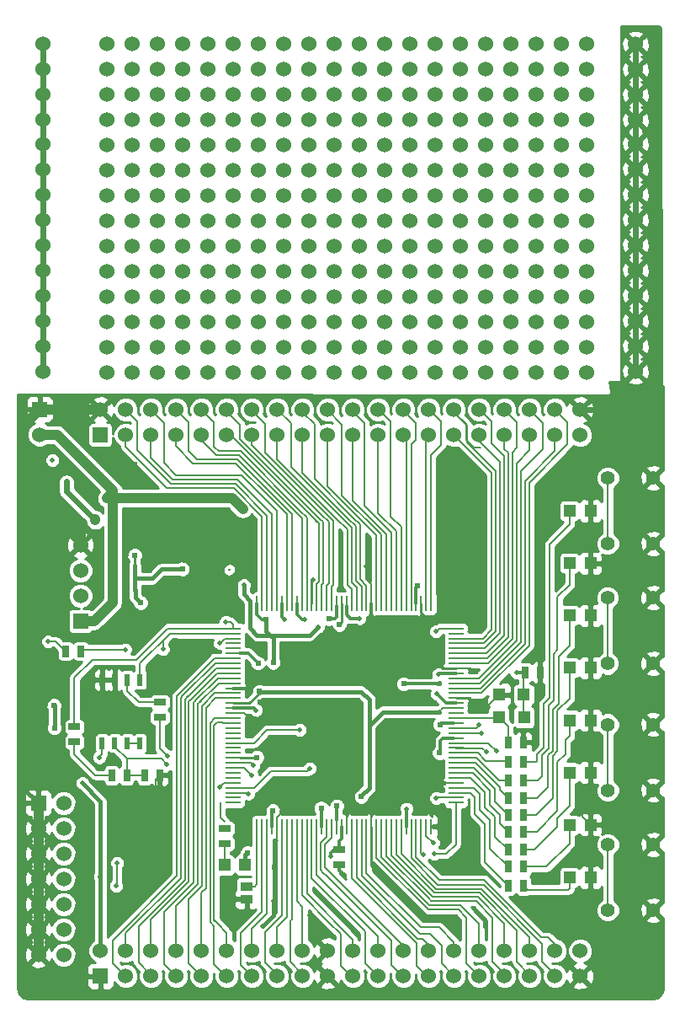
<source format=gtl>
G04 (created by PCBNEW (2013-jul-07)-stable) date Sat 01 Nov 2014 03:24:29 PM PDT*
%MOIN*%
G04 Gerber Fmt 3.4, Leading zero omitted, Abs format*
%FSLAX34Y34*%
G01*
G70*
G90*
G04 APERTURE LIST*
%ADD10C,0.00590551*%
%ADD11C,0.055*%
%ADD12R,0.0591X0.0106299*%
%ADD13R,0.0106299X0.0591*%
%ADD14R,0.00944882X0.0591*%
%ADD15R,0.06X0.06*%
%ADD16C,0.06*%
%ADD17R,0.0472X0.0472*%
%ADD18R,0.05X0.038*%
%ADD19R,0.025X0.045*%
%ADD20R,0.045X0.025*%
%ADD21R,0.02X0.045*%
%ADD22R,0.0507874X0.0507874*%
%ADD23C,0.02*%
%ADD24C,0.024*%
%ADD25C,0.008*%
%ADD26C,0.016*%
%ADD27C,0.012*%
%ADD28C,0.01*%
%ADD29C,0.024*%
%ADD30C,0.04*%
G04 APERTURE END LIST*
G54D10*
G54D11*
X91600Y-49200D03*
X93400Y-49200D03*
X91600Y-51800D03*
X93400Y-51800D03*
X91600Y-44450D03*
X93400Y-44450D03*
X91600Y-47050D03*
X93400Y-47050D03*
X91588Y-39440D03*
X93388Y-39440D03*
X91588Y-42040D03*
X93388Y-42040D03*
X91600Y-34700D03*
X93400Y-34700D03*
X91600Y-37300D03*
X93400Y-37300D03*
G54D12*
X85580Y-47543D03*
X85580Y-47346D03*
X85580Y-47149D03*
X85580Y-46952D03*
X85580Y-46755D03*
X85580Y-46559D03*
X85580Y-46362D03*
X85580Y-46165D03*
X85580Y-45968D03*
X85580Y-45771D03*
X85580Y-45574D03*
X85580Y-45377D03*
X85580Y-45181D03*
X85580Y-44984D03*
X85580Y-44787D03*
X85580Y-44590D03*
X85580Y-44393D03*
X85580Y-44196D03*
X85580Y-44000D03*
X85580Y-43803D03*
X85580Y-43606D03*
X85580Y-43409D03*
X85580Y-43212D03*
X85580Y-43015D03*
X85580Y-42818D03*
X85580Y-42622D03*
X85580Y-42425D03*
X85580Y-42228D03*
X85580Y-42031D03*
X85580Y-41834D03*
X85580Y-41637D03*
X85580Y-41440D03*
X85580Y-41244D03*
X85580Y-41047D03*
X85580Y-40850D03*
X85580Y-40653D03*
G54D13*
X84596Y-48488D03*
X84399Y-48488D03*
X84202Y-48488D03*
X84005Y-48488D03*
X83809Y-48488D03*
X83612Y-48488D03*
X83415Y-48488D03*
X83218Y-48488D03*
X84399Y-39669D03*
X84202Y-39669D03*
X84005Y-39669D03*
X83809Y-39669D03*
X83612Y-39669D03*
X83415Y-39669D03*
X83218Y-39669D03*
X83021Y-39669D03*
X82824Y-39669D03*
X82627Y-39669D03*
X82431Y-39669D03*
X84596Y-39669D03*
X82234Y-39669D03*
G54D14*
X82037Y-39669D03*
G54D13*
X81840Y-39669D03*
X81643Y-39669D03*
X81446Y-39669D03*
X81250Y-39669D03*
X81053Y-39669D03*
X80856Y-39669D03*
X80659Y-39669D03*
X80462Y-39669D03*
X80265Y-39669D03*
X80068Y-39669D03*
X79872Y-39669D03*
X79675Y-39669D03*
X79478Y-39669D03*
X79281Y-39669D03*
X79084Y-39669D03*
X78887Y-39669D03*
X78690Y-39669D03*
X78494Y-39669D03*
X78297Y-39669D03*
X78100Y-39669D03*
X77903Y-39669D03*
X77706Y-39669D03*
G54D12*
X76761Y-40653D03*
X76761Y-40850D03*
X76761Y-41047D03*
X76761Y-41244D03*
X76761Y-41440D03*
X76761Y-41637D03*
X76761Y-41834D03*
X76761Y-42031D03*
X76761Y-42228D03*
X76761Y-42425D03*
X76761Y-42622D03*
X76761Y-42818D03*
X76761Y-43015D03*
X76761Y-43212D03*
X76761Y-43409D03*
X76761Y-43606D03*
X76761Y-43803D03*
X76761Y-44000D03*
X76761Y-44196D03*
X76761Y-44393D03*
X76761Y-44590D03*
X76761Y-44787D03*
X76761Y-44984D03*
X76761Y-45181D03*
X76761Y-45377D03*
X76761Y-45574D03*
X76761Y-45771D03*
X76761Y-45968D03*
X76761Y-46165D03*
X76761Y-46362D03*
X76761Y-46559D03*
X76761Y-46755D03*
X76761Y-46952D03*
X76761Y-47149D03*
X76761Y-47346D03*
X76761Y-47543D03*
G54D13*
X77706Y-48488D03*
X77903Y-48488D03*
X78100Y-48488D03*
X78297Y-48488D03*
X78494Y-48488D03*
X78690Y-48488D03*
X78887Y-48488D03*
X79084Y-48488D03*
X79281Y-48488D03*
X79478Y-48488D03*
X79675Y-48488D03*
X79872Y-48488D03*
X80068Y-48488D03*
X80265Y-48488D03*
X80462Y-48488D03*
X80659Y-48488D03*
X80856Y-48488D03*
X81053Y-48488D03*
X81250Y-48488D03*
X81446Y-48488D03*
X81643Y-48488D03*
X81840Y-48488D03*
X82037Y-48488D03*
X82234Y-48488D03*
X82431Y-48488D03*
X82627Y-48488D03*
X82824Y-48488D03*
X83021Y-48488D03*
G54D15*
X69094Y-31980D03*
G54D16*
X69094Y-32980D03*
G54D17*
X90087Y-50500D03*
X90913Y-50500D03*
X90087Y-48420D03*
X90913Y-48420D03*
X90087Y-46350D03*
X90913Y-46350D03*
X90087Y-44280D03*
X90913Y-44280D03*
X90087Y-42210D03*
X90913Y-42210D03*
X90087Y-40140D03*
X90913Y-40140D03*
X90087Y-38070D03*
X90913Y-38070D03*
X90087Y-36000D03*
X90913Y-36000D03*
X77237Y-50013D03*
X76411Y-50013D03*
G54D18*
X77300Y-50850D03*
X77300Y-51350D03*
G54D19*
X87650Y-45160D03*
X88250Y-45160D03*
G54D20*
X80952Y-49383D03*
X80952Y-49983D03*
G54D19*
X88314Y-42387D03*
X88914Y-42387D03*
X73243Y-46456D03*
X73843Y-46456D03*
G54D20*
X76417Y-48558D03*
X76417Y-49158D03*
X70472Y-44542D03*
X70472Y-45142D03*
G54D16*
X90500Y-32000D03*
X90500Y-33000D03*
X85500Y-32000D03*
X89500Y-33000D03*
X84500Y-32000D03*
X88500Y-33000D03*
X83500Y-32000D03*
X87500Y-33000D03*
X82500Y-32000D03*
X86500Y-33000D03*
X81500Y-32000D03*
X85500Y-33000D03*
X80500Y-32000D03*
X84500Y-33000D03*
X79500Y-32000D03*
X83500Y-33000D03*
X78500Y-32000D03*
X82500Y-33000D03*
X77500Y-32000D03*
X81500Y-33000D03*
X76500Y-32000D03*
X80500Y-33000D03*
X75500Y-32000D03*
X79500Y-33000D03*
X78500Y-33000D03*
X74500Y-32000D03*
X77500Y-33000D03*
X75500Y-33000D03*
X74500Y-33000D03*
X73500Y-33000D03*
X72500Y-33000D03*
X73500Y-32000D03*
X72500Y-32000D03*
X89500Y-32000D03*
X88500Y-32000D03*
X87500Y-32000D03*
X86500Y-32000D03*
X71500Y-32000D03*
G54D15*
X71500Y-33000D03*
G54D16*
X76500Y-33000D03*
X90500Y-53400D03*
X90500Y-54400D03*
X85500Y-53400D03*
X89500Y-54400D03*
X84500Y-53400D03*
X88500Y-54400D03*
X83500Y-53400D03*
X87500Y-54400D03*
X82500Y-53400D03*
X86500Y-54400D03*
X81500Y-53400D03*
X85500Y-54400D03*
X80500Y-53400D03*
X84500Y-54400D03*
X79500Y-53400D03*
X83500Y-54400D03*
X78500Y-53400D03*
X82500Y-54400D03*
X77500Y-53400D03*
X81500Y-54400D03*
X76500Y-53400D03*
X80500Y-54400D03*
X75500Y-53400D03*
X79500Y-54400D03*
X78500Y-54400D03*
X74500Y-53400D03*
X77500Y-54400D03*
X75500Y-54400D03*
X74500Y-54400D03*
X73500Y-54400D03*
X72500Y-54400D03*
X73500Y-53400D03*
X72500Y-53400D03*
X89500Y-53400D03*
X88500Y-53400D03*
X87500Y-53400D03*
X86500Y-53400D03*
X71500Y-53400D03*
G54D15*
X71500Y-54400D03*
G54D16*
X76500Y-54400D03*
G54D19*
X87652Y-45944D03*
X88252Y-45944D03*
X87652Y-46653D03*
X88252Y-46653D03*
X87652Y-47362D03*
X88252Y-47362D03*
X87652Y-48031D03*
X88252Y-48031D03*
X87652Y-48700D03*
X88252Y-48700D03*
X87652Y-49409D03*
X88252Y-49409D03*
X87652Y-50078D03*
X88252Y-50078D03*
X87652Y-50826D03*
X88252Y-50826D03*
G54D15*
X69040Y-47560D03*
G54D16*
X70040Y-47560D03*
X69040Y-48560D03*
X70040Y-48560D03*
X69040Y-49560D03*
X70040Y-49560D03*
X69040Y-50560D03*
X70040Y-50560D03*
X69040Y-51560D03*
X70040Y-51560D03*
X69040Y-52560D03*
X70040Y-52560D03*
X69040Y-53560D03*
X70040Y-53560D03*
G54D21*
X73072Y-45187D03*
X72572Y-45187D03*
X72072Y-45187D03*
X71572Y-45187D03*
X71572Y-42687D03*
X72072Y-42687D03*
X72572Y-42687D03*
X73072Y-42687D03*
G54D20*
X73858Y-43558D03*
X73858Y-44158D03*
G54D19*
X71944Y-46456D03*
X72544Y-46456D03*
G54D15*
X70708Y-40358D03*
G54D16*
X70708Y-39358D03*
X70708Y-38358D03*
X70708Y-37358D03*
X92692Y-20543D03*
X92692Y-19543D03*
X92692Y-18543D03*
X92692Y-17543D03*
X92692Y-17543D03*
X92692Y-18543D03*
X92692Y-19543D03*
X92692Y-20543D03*
X92692Y-20543D03*
X92692Y-19543D03*
X92692Y-18543D03*
X92692Y-17543D03*
X92692Y-21480D03*
X92692Y-22480D03*
X92692Y-23480D03*
X92692Y-24480D03*
X92692Y-24480D03*
X92692Y-23480D03*
X92692Y-22480D03*
X92692Y-21480D03*
X92692Y-21480D03*
X92692Y-22480D03*
X92692Y-23480D03*
X92692Y-24480D03*
X92692Y-30480D03*
X92692Y-29480D03*
X92692Y-28480D03*
X92692Y-27480D03*
X92692Y-26480D03*
X92692Y-25480D03*
X92692Y-24480D03*
X92692Y-23480D03*
X92692Y-22480D03*
X92692Y-21480D03*
X69216Y-20543D03*
X69216Y-19543D03*
X69216Y-18543D03*
X69216Y-17543D03*
X69216Y-17543D03*
X69216Y-18543D03*
X69216Y-19543D03*
X69216Y-20543D03*
X69216Y-20543D03*
X69216Y-19543D03*
X69216Y-18543D03*
X69216Y-17543D03*
X69216Y-21480D03*
X69216Y-22480D03*
X69216Y-23480D03*
X69216Y-24480D03*
X69216Y-24480D03*
X69216Y-23480D03*
X69216Y-22480D03*
X69216Y-21480D03*
X69216Y-21480D03*
X69216Y-22480D03*
X69216Y-23480D03*
X69216Y-24480D03*
X69216Y-30480D03*
X69216Y-29480D03*
X69216Y-28480D03*
X69216Y-27480D03*
X69216Y-26480D03*
X69216Y-25480D03*
X69216Y-24480D03*
X69216Y-23480D03*
X69216Y-22480D03*
X69216Y-21480D03*
G54D22*
X88275Y-44163D03*
X87275Y-44163D03*
X88267Y-43277D03*
X87283Y-43277D03*
G54D19*
X70121Y-41551D03*
X70721Y-41551D03*
G54D16*
X87744Y-18539D03*
X86744Y-18539D03*
X90744Y-18539D03*
X89744Y-18539D03*
X88744Y-18539D03*
X85744Y-18539D03*
X84744Y-18539D03*
X83744Y-18539D03*
X82744Y-18539D03*
X81744Y-18539D03*
X80744Y-18539D03*
X79744Y-18539D03*
X78744Y-18539D03*
X77744Y-18539D03*
X76744Y-18539D03*
X75744Y-18539D03*
X74744Y-18539D03*
X73744Y-18539D03*
X72744Y-18539D03*
X71744Y-18539D03*
X90744Y-17539D03*
X89744Y-17539D03*
X88744Y-17539D03*
X87744Y-17539D03*
X86744Y-17539D03*
X85744Y-17539D03*
X84744Y-17539D03*
X83744Y-17539D03*
X82744Y-17539D03*
X81744Y-17539D03*
X80744Y-17539D03*
X79744Y-17539D03*
X78744Y-17539D03*
X77744Y-17539D03*
X76744Y-17539D03*
X75744Y-17539D03*
X74744Y-17539D03*
X73744Y-17539D03*
X72744Y-17539D03*
X71744Y-17539D03*
X71744Y-17539D03*
X72744Y-17539D03*
X73744Y-17539D03*
X74744Y-17539D03*
X75744Y-17539D03*
X76744Y-17539D03*
X77744Y-17539D03*
X78744Y-17539D03*
X79744Y-17539D03*
X80744Y-17539D03*
X81744Y-17539D03*
X82744Y-17539D03*
X83744Y-17539D03*
X84744Y-17539D03*
X85744Y-17539D03*
X86744Y-17539D03*
X87744Y-17539D03*
X88744Y-17539D03*
X89744Y-17539D03*
X90744Y-17539D03*
X71744Y-18539D03*
X72744Y-18539D03*
X73744Y-18539D03*
X74744Y-18539D03*
X75744Y-18539D03*
X76744Y-18539D03*
X77744Y-18539D03*
X78744Y-18539D03*
X79744Y-18539D03*
X80744Y-18539D03*
X81744Y-18539D03*
X82744Y-18539D03*
X83744Y-18539D03*
X84744Y-18539D03*
X85744Y-18539D03*
X88744Y-18539D03*
X89744Y-18539D03*
X90744Y-18539D03*
X86744Y-18539D03*
X87744Y-18539D03*
X87744Y-20539D03*
X86744Y-20539D03*
X90744Y-20539D03*
X89744Y-20539D03*
X88744Y-20539D03*
X85744Y-20539D03*
X84744Y-20539D03*
X83744Y-20539D03*
X82744Y-20539D03*
X81744Y-20539D03*
X80744Y-20539D03*
X79744Y-20539D03*
X78744Y-20539D03*
X77744Y-20539D03*
X76744Y-20539D03*
X75744Y-20539D03*
X74744Y-20539D03*
X73744Y-20539D03*
X72744Y-20539D03*
X71744Y-20539D03*
X90744Y-19539D03*
X89744Y-19539D03*
X88744Y-19539D03*
X87744Y-19539D03*
X86744Y-19539D03*
X85744Y-19539D03*
X84744Y-19539D03*
X83744Y-19539D03*
X82744Y-19539D03*
X81744Y-19539D03*
X80744Y-19539D03*
X79744Y-19539D03*
X78744Y-19539D03*
X77744Y-19539D03*
X76744Y-19539D03*
X75744Y-19539D03*
X74744Y-19539D03*
X73744Y-19539D03*
X72744Y-19539D03*
X71744Y-19539D03*
X71744Y-19539D03*
X72744Y-19539D03*
X73744Y-19539D03*
X74744Y-19539D03*
X75744Y-19539D03*
X76744Y-19539D03*
X77744Y-19539D03*
X78744Y-19539D03*
X79744Y-19539D03*
X80744Y-19539D03*
X81744Y-19539D03*
X82744Y-19539D03*
X83744Y-19539D03*
X84744Y-19539D03*
X85744Y-19539D03*
X86744Y-19539D03*
X87744Y-19539D03*
X88744Y-19539D03*
X89744Y-19539D03*
X90744Y-19539D03*
X71744Y-20539D03*
X72744Y-20539D03*
X73744Y-20539D03*
X74744Y-20539D03*
X75744Y-20539D03*
X76744Y-20539D03*
X77744Y-20539D03*
X78744Y-20539D03*
X79744Y-20539D03*
X80744Y-20539D03*
X81744Y-20539D03*
X82744Y-20539D03*
X83744Y-20539D03*
X84744Y-20539D03*
X85744Y-20539D03*
X88744Y-20539D03*
X89744Y-20539D03*
X90744Y-20539D03*
X86744Y-20539D03*
X87744Y-20539D03*
X87744Y-24539D03*
X86744Y-24539D03*
X90744Y-24539D03*
X89744Y-24539D03*
X88744Y-24539D03*
X85744Y-24539D03*
X84744Y-24539D03*
X83744Y-24539D03*
X82744Y-24539D03*
X81744Y-24539D03*
X80744Y-24539D03*
X79744Y-24539D03*
X78744Y-24539D03*
X77744Y-24539D03*
X76744Y-24539D03*
X75744Y-24539D03*
X74744Y-24539D03*
X73744Y-24539D03*
X72744Y-24539D03*
X71744Y-24539D03*
X90744Y-23539D03*
X89744Y-23539D03*
X88744Y-23539D03*
X87744Y-23539D03*
X86744Y-23539D03*
X85744Y-23539D03*
X84744Y-23539D03*
X83744Y-23539D03*
X82744Y-23539D03*
X81744Y-23539D03*
X80744Y-23539D03*
X79744Y-23539D03*
X78744Y-23539D03*
X77744Y-23539D03*
X76744Y-23539D03*
X75744Y-23539D03*
X74744Y-23539D03*
X73744Y-23539D03*
X72744Y-23539D03*
X71744Y-23539D03*
X71744Y-23539D03*
X72744Y-23539D03*
X73744Y-23539D03*
X74744Y-23539D03*
X75744Y-23539D03*
X76744Y-23539D03*
X77744Y-23539D03*
X78744Y-23539D03*
X79744Y-23539D03*
X80744Y-23539D03*
X81744Y-23539D03*
X82744Y-23539D03*
X83744Y-23539D03*
X84744Y-23539D03*
X85744Y-23539D03*
X86744Y-23539D03*
X87744Y-23539D03*
X88744Y-23539D03*
X89744Y-23539D03*
X90744Y-23539D03*
X71744Y-24539D03*
X72744Y-24539D03*
X73744Y-24539D03*
X74744Y-24539D03*
X75744Y-24539D03*
X76744Y-24539D03*
X77744Y-24539D03*
X78744Y-24539D03*
X79744Y-24539D03*
X80744Y-24539D03*
X81744Y-24539D03*
X82744Y-24539D03*
X83744Y-24539D03*
X84744Y-24539D03*
X85744Y-24539D03*
X88744Y-24539D03*
X89744Y-24539D03*
X90744Y-24539D03*
X86744Y-24539D03*
X87744Y-24539D03*
X87744Y-22539D03*
X86744Y-22539D03*
X90744Y-22539D03*
X89744Y-22539D03*
X88744Y-22539D03*
X85744Y-22539D03*
X84744Y-22539D03*
X83744Y-22539D03*
X82744Y-22539D03*
X81744Y-22539D03*
X80744Y-22539D03*
X79744Y-22539D03*
X78744Y-22539D03*
X77744Y-22539D03*
X76744Y-22539D03*
X75744Y-22539D03*
X74744Y-22539D03*
X73744Y-22539D03*
X72744Y-22539D03*
X71744Y-22539D03*
X90744Y-21539D03*
X89744Y-21539D03*
X88744Y-21539D03*
X87744Y-21539D03*
X86744Y-21539D03*
X85744Y-21539D03*
X84744Y-21539D03*
X83744Y-21539D03*
X82744Y-21539D03*
X81744Y-21539D03*
X80744Y-21539D03*
X79744Y-21539D03*
X78744Y-21539D03*
X77744Y-21539D03*
X76744Y-21539D03*
X75744Y-21539D03*
X74744Y-21539D03*
X73744Y-21539D03*
X72744Y-21539D03*
X71744Y-21539D03*
X71744Y-21539D03*
X72744Y-21539D03*
X73744Y-21539D03*
X74744Y-21539D03*
X75744Y-21539D03*
X76744Y-21539D03*
X77744Y-21539D03*
X78744Y-21539D03*
X79744Y-21539D03*
X80744Y-21539D03*
X81744Y-21539D03*
X82744Y-21539D03*
X83744Y-21539D03*
X84744Y-21539D03*
X85744Y-21539D03*
X86744Y-21539D03*
X87744Y-21539D03*
X88744Y-21539D03*
X89744Y-21539D03*
X90744Y-21539D03*
X71744Y-22539D03*
X72744Y-22539D03*
X73744Y-22539D03*
X74744Y-22539D03*
X75744Y-22539D03*
X76744Y-22539D03*
X77744Y-22539D03*
X78744Y-22539D03*
X79744Y-22539D03*
X80744Y-22539D03*
X81744Y-22539D03*
X82744Y-22539D03*
X83744Y-22539D03*
X84744Y-22539D03*
X85744Y-22539D03*
X88744Y-22539D03*
X89744Y-22539D03*
X90744Y-22539D03*
X86744Y-22539D03*
X87744Y-22539D03*
X87744Y-22539D03*
X86744Y-22539D03*
X90744Y-22539D03*
X89744Y-22539D03*
X88744Y-22539D03*
X85744Y-22539D03*
X84744Y-22539D03*
X83744Y-22539D03*
X82744Y-22539D03*
X81744Y-22539D03*
X80744Y-22539D03*
X79744Y-22539D03*
X78744Y-22539D03*
X77744Y-22539D03*
X76744Y-22539D03*
X75744Y-22539D03*
X74744Y-22539D03*
X73744Y-22539D03*
X72744Y-22539D03*
X71744Y-22539D03*
X90744Y-21539D03*
X89744Y-21539D03*
X88744Y-21539D03*
X87744Y-21539D03*
X86744Y-21539D03*
X85744Y-21539D03*
X84744Y-21539D03*
X83744Y-21539D03*
X82744Y-21539D03*
X81744Y-21539D03*
X80744Y-21539D03*
X79744Y-21539D03*
X78744Y-21539D03*
X77744Y-21539D03*
X76744Y-21539D03*
X75744Y-21539D03*
X74744Y-21539D03*
X73744Y-21539D03*
X72744Y-21539D03*
X71744Y-21539D03*
X71744Y-21539D03*
X72744Y-21539D03*
X73744Y-21539D03*
X74744Y-21539D03*
X75744Y-21539D03*
X76744Y-21539D03*
X77744Y-21539D03*
X78744Y-21539D03*
X79744Y-21539D03*
X80744Y-21539D03*
X81744Y-21539D03*
X82744Y-21539D03*
X83744Y-21539D03*
X84744Y-21539D03*
X85744Y-21539D03*
X86744Y-21539D03*
X87744Y-21539D03*
X88744Y-21539D03*
X89744Y-21539D03*
X90744Y-21539D03*
X71744Y-22539D03*
X72744Y-22539D03*
X73744Y-22539D03*
X74744Y-22539D03*
X75744Y-22539D03*
X76744Y-22539D03*
X77744Y-22539D03*
X78744Y-22539D03*
X79744Y-22539D03*
X80744Y-22539D03*
X81744Y-22539D03*
X82744Y-22539D03*
X83744Y-22539D03*
X84744Y-22539D03*
X85744Y-22539D03*
X88744Y-22539D03*
X89744Y-22539D03*
X90744Y-22539D03*
X86744Y-22539D03*
X87744Y-22539D03*
X87744Y-24539D03*
X86744Y-24539D03*
X90744Y-24539D03*
X89744Y-24539D03*
X88744Y-24539D03*
X85744Y-24539D03*
X84744Y-24539D03*
X83744Y-24539D03*
X82744Y-24539D03*
X81744Y-24539D03*
X80744Y-24539D03*
X79744Y-24539D03*
X78744Y-24539D03*
X77744Y-24539D03*
X76744Y-24539D03*
X75744Y-24539D03*
X74744Y-24539D03*
X73744Y-24539D03*
X72744Y-24539D03*
X71744Y-24539D03*
X90744Y-23539D03*
X89744Y-23539D03*
X88744Y-23539D03*
X87744Y-23539D03*
X86744Y-23539D03*
X85744Y-23539D03*
X84744Y-23539D03*
X83744Y-23539D03*
X82744Y-23539D03*
X81744Y-23539D03*
X80744Y-23539D03*
X79744Y-23539D03*
X78744Y-23539D03*
X77744Y-23539D03*
X76744Y-23539D03*
X75744Y-23539D03*
X74744Y-23539D03*
X73744Y-23539D03*
X72744Y-23539D03*
X71744Y-23539D03*
X71744Y-23539D03*
X72744Y-23539D03*
X73744Y-23539D03*
X74744Y-23539D03*
X75744Y-23539D03*
X76744Y-23539D03*
X77744Y-23539D03*
X78744Y-23539D03*
X79744Y-23539D03*
X80744Y-23539D03*
X81744Y-23539D03*
X82744Y-23539D03*
X83744Y-23539D03*
X84744Y-23539D03*
X85744Y-23539D03*
X86744Y-23539D03*
X87744Y-23539D03*
X88744Y-23539D03*
X89744Y-23539D03*
X90744Y-23539D03*
X71744Y-24539D03*
X72744Y-24539D03*
X73744Y-24539D03*
X74744Y-24539D03*
X75744Y-24539D03*
X76744Y-24539D03*
X77744Y-24539D03*
X78744Y-24539D03*
X79744Y-24539D03*
X80744Y-24539D03*
X81744Y-24539D03*
X82744Y-24539D03*
X83744Y-24539D03*
X84744Y-24539D03*
X85744Y-24539D03*
X88744Y-24539D03*
X89744Y-24539D03*
X90744Y-24539D03*
X86744Y-24539D03*
X87744Y-24539D03*
X87744Y-20539D03*
X86744Y-20539D03*
X90744Y-20539D03*
X89744Y-20539D03*
X88744Y-20539D03*
X85744Y-20539D03*
X84744Y-20539D03*
X83744Y-20539D03*
X82744Y-20539D03*
X81744Y-20539D03*
X80744Y-20539D03*
X79744Y-20539D03*
X78744Y-20539D03*
X77744Y-20539D03*
X76744Y-20539D03*
X75744Y-20539D03*
X74744Y-20539D03*
X73744Y-20539D03*
X72744Y-20539D03*
X71744Y-20539D03*
X90744Y-19539D03*
X89744Y-19539D03*
X88744Y-19539D03*
X87744Y-19539D03*
X86744Y-19539D03*
X85744Y-19539D03*
X84744Y-19539D03*
X83744Y-19539D03*
X82744Y-19539D03*
X81744Y-19539D03*
X80744Y-19539D03*
X79744Y-19539D03*
X78744Y-19539D03*
X77744Y-19539D03*
X76744Y-19539D03*
X75744Y-19539D03*
X74744Y-19539D03*
X73744Y-19539D03*
X72744Y-19539D03*
X71744Y-19539D03*
X71744Y-19539D03*
X72744Y-19539D03*
X73744Y-19539D03*
X74744Y-19539D03*
X75744Y-19539D03*
X76744Y-19539D03*
X77744Y-19539D03*
X78744Y-19539D03*
X79744Y-19539D03*
X80744Y-19539D03*
X81744Y-19539D03*
X82744Y-19539D03*
X83744Y-19539D03*
X84744Y-19539D03*
X85744Y-19539D03*
X86744Y-19539D03*
X87744Y-19539D03*
X88744Y-19539D03*
X89744Y-19539D03*
X90744Y-19539D03*
X71744Y-20539D03*
X72744Y-20539D03*
X73744Y-20539D03*
X74744Y-20539D03*
X75744Y-20539D03*
X76744Y-20539D03*
X77744Y-20539D03*
X78744Y-20539D03*
X79744Y-20539D03*
X80744Y-20539D03*
X81744Y-20539D03*
X82744Y-20539D03*
X83744Y-20539D03*
X84744Y-20539D03*
X85744Y-20539D03*
X88744Y-20539D03*
X89744Y-20539D03*
X90744Y-20539D03*
X86744Y-20539D03*
X87744Y-20539D03*
X87744Y-18539D03*
X86744Y-18539D03*
X90744Y-18539D03*
X89744Y-18539D03*
X88744Y-18539D03*
X85744Y-18539D03*
X84744Y-18539D03*
X83744Y-18539D03*
X82744Y-18539D03*
X81744Y-18539D03*
X80744Y-18539D03*
X79744Y-18539D03*
X78744Y-18539D03*
X77744Y-18539D03*
X76744Y-18539D03*
X75744Y-18539D03*
X74744Y-18539D03*
X73744Y-18539D03*
X72744Y-18539D03*
X71744Y-18539D03*
X90744Y-17539D03*
X89744Y-17539D03*
X88744Y-17539D03*
X87744Y-17539D03*
X86744Y-17539D03*
X85744Y-17539D03*
X84744Y-17539D03*
X83744Y-17539D03*
X82744Y-17539D03*
X81744Y-17539D03*
X80744Y-17539D03*
X79744Y-17539D03*
X78744Y-17539D03*
X77744Y-17539D03*
X76744Y-17539D03*
X75744Y-17539D03*
X74744Y-17539D03*
X73744Y-17539D03*
X72744Y-17539D03*
X71744Y-17539D03*
X71744Y-17539D03*
X72744Y-17539D03*
X73744Y-17539D03*
X74744Y-17539D03*
X75744Y-17539D03*
X76744Y-17539D03*
X77744Y-17539D03*
X78744Y-17539D03*
X79744Y-17539D03*
X80744Y-17539D03*
X81744Y-17539D03*
X82744Y-17539D03*
X83744Y-17539D03*
X84744Y-17539D03*
X85744Y-17539D03*
X86744Y-17539D03*
X87744Y-17539D03*
X88744Y-17539D03*
X89744Y-17539D03*
X90744Y-17539D03*
X71744Y-18539D03*
X72744Y-18539D03*
X73744Y-18539D03*
X74744Y-18539D03*
X75744Y-18539D03*
X76744Y-18539D03*
X77744Y-18539D03*
X78744Y-18539D03*
X79744Y-18539D03*
X80744Y-18539D03*
X81744Y-18539D03*
X82744Y-18539D03*
X83744Y-18539D03*
X84744Y-18539D03*
X85744Y-18539D03*
X88744Y-18539D03*
X89744Y-18539D03*
X90744Y-18539D03*
X86744Y-18539D03*
X87744Y-18539D03*
X87744Y-26539D03*
X86744Y-26539D03*
X90744Y-26539D03*
X89744Y-26539D03*
X88744Y-26539D03*
X85744Y-26539D03*
X84744Y-26539D03*
X83744Y-26539D03*
X82744Y-26539D03*
X81744Y-26539D03*
X80744Y-26539D03*
X79744Y-26539D03*
X78744Y-26539D03*
X77744Y-26539D03*
X76744Y-26539D03*
X75744Y-26539D03*
X74744Y-26539D03*
X73744Y-26539D03*
X72744Y-26539D03*
X71744Y-26539D03*
X90744Y-25539D03*
X89744Y-25539D03*
X88744Y-25539D03*
X87744Y-25539D03*
X86744Y-25539D03*
X85744Y-25539D03*
X84744Y-25539D03*
X83744Y-25539D03*
X82744Y-25539D03*
X81744Y-25539D03*
X80744Y-25539D03*
X79744Y-25539D03*
X78744Y-25539D03*
X77744Y-25539D03*
X76744Y-25539D03*
X75744Y-25539D03*
X74744Y-25539D03*
X73744Y-25539D03*
X72744Y-25539D03*
X71744Y-25539D03*
X71744Y-25539D03*
X72744Y-25539D03*
X73744Y-25539D03*
X74744Y-25539D03*
X75744Y-25539D03*
X76744Y-25539D03*
X77744Y-25539D03*
X78744Y-25539D03*
X79744Y-25539D03*
X80744Y-25539D03*
X81744Y-25539D03*
X82744Y-25539D03*
X83744Y-25539D03*
X84744Y-25539D03*
X85744Y-25539D03*
X86744Y-25539D03*
X87744Y-25539D03*
X88744Y-25539D03*
X89744Y-25539D03*
X90744Y-25539D03*
X71744Y-26539D03*
X72744Y-26539D03*
X73744Y-26539D03*
X74744Y-26539D03*
X75744Y-26539D03*
X76744Y-26539D03*
X77744Y-26539D03*
X78744Y-26539D03*
X79744Y-26539D03*
X80744Y-26539D03*
X81744Y-26539D03*
X82744Y-26539D03*
X83744Y-26539D03*
X84744Y-26539D03*
X85744Y-26539D03*
X88744Y-26539D03*
X89744Y-26539D03*
X90744Y-26539D03*
X86744Y-26539D03*
X87744Y-26539D03*
X87744Y-28539D03*
X86744Y-28539D03*
X90744Y-28539D03*
X89744Y-28539D03*
X88744Y-28539D03*
X85744Y-28539D03*
X84744Y-28539D03*
X83744Y-28539D03*
X82744Y-28539D03*
X81744Y-28539D03*
X80744Y-28539D03*
X79744Y-28539D03*
X78744Y-28539D03*
X77744Y-28539D03*
X76744Y-28539D03*
X75744Y-28539D03*
X74744Y-28539D03*
X73744Y-28539D03*
X72744Y-28539D03*
X71744Y-28539D03*
X90744Y-27539D03*
X89744Y-27539D03*
X88744Y-27539D03*
X87744Y-27539D03*
X86744Y-27539D03*
X85744Y-27539D03*
X84744Y-27539D03*
X83744Y-27539D03*
X82744Y-27539D03*
X81744Y-27539D03*
X80744Y-27539D03*
X79744Y-27539D03*
X78744Y-27539D03*
X77744Y-27539D03*
X76744Y-27539D03*
X75744Y-27539D03*
X74744Y-27539D03*
X73744Y-27539D03*
X72744Y-27539D03*
X71744Y-27539D03*
X71744Y-27539D03*
X72744Y-27539D03*
X73744Y-27539D03*
X74744Y-27539D03*
X75744Y-27539D03*
X76744Y-27539D03*
X77744Y-27539D03*
X78744Y-27539D03*
X79744Y-27539D03*
X80744Y-27539D03*
X81744Y-27539D03*
X82744Y-27539D03*
X83744Y-27539D03*
X84744Y-27539D03*
X85744Y-27539D03*
X86744Y-27539D03*
X87744Y-27539D03*
X88744Y-27539D03*
X89744Y-27539D03*
X90744Y-27539D03*
X71744Y-28539D03*
X72744Y-28539D03*
X73744Y-28539D03*
X74744Y-28539D03*
X75744Y-28539D03*
X76744Y-28539D03*
X77744Y-28539D03*
X78744Y-28539D03*
X79744Y-28539D03*
X80744Y-28539D03*
X81744Y-28539D03*
X82744Y-28539D03*
X83744Y-28539D03*
X84744Y-28539D03*
X85744Y-28539D03*
X88744Y-28539D03*
X89744Y-28539D03*
X90744Y-28539D03*
X86744Y-28539D03*
X87744Y-28539D03*
X87744Y-30539D03*
X86744Y-30539D03*
X90744Y-30539D03*
X89744Y-30539D03*
X88744Y-30539D03*
X85744Y-30539D03*
X84744Y-30539D03*
X83744Y-30539D03*
X82744Y-30539D03*
X81744Y-30539D03*
X80744Y-30539D03*
X79744Y-30539D03*
X78744Y-30539D03*
X77744Y-30539D03*
X76744Y-30539D03*
X75744Y-30539D03*
X74744Y-30539D03*
X73744Y-30539D03*
X72744Y-30539D03*
X71744Y-30539D03*
X90744Y-29539D03*
X89744Y-29539D03*
X88744Y-29539D03*
X87744Y-29539D03*
X86744Y-29539D03*
X85744Y-29539D03*
X84744Y-29539D03*
X83744Y-29539D03*
X82744Y-29539D03*
X81744Y-29539D03*
X80744Y-29539D03*
X79744Y-29539D03*
X78744Y-29539D03*
X77744Y-29539D03*
X76744Y-29539D03*
X75744Y-29539D03*
X74744Y-29539D03*
X73744Y-29539D03*
X72744Y-29539D03*
X71744Y-29539D03*
X71744Y-29539D03*
X72744Y-29539D03*
X73744Y-29539D03*
X74744Y-29539D03*
X75744Y-29539D03*
X76744Y-29539D03*
X77744Y-29539D03*
X78744Y-29539D03*
X79744Y-29539D03*
X80744Y-29539D03*
X81744Y-29539D03*
X82744Y-29539D03*
X83744Y-29539D03*
X84744Y-29539D03*
X85744Y-29539D03*
X86744Y-29539D03*
X87744Y-29539D03*
X88744Y-29539D03*
X89744Y-29539D03*
X90744Y-29539D03*
X71744Y-30539D03*
X72744Y-30539D03*
X73744Y-30539D03*
X74744Y-30539D03*
X75744Y-30539D03*
X76744Y-30539D03*
X77744Y-30539D03*
X78744Y-30539D03*
X79744Y-30539D03*
X80744Y-30539D03*
X81744Y-30539D03*
X82744Y-30539D03*
X83744Y-30539D03*
X84744Y-30539D03*
X85744Y-30539D03*
X88744Y-30539D03*
X89744Y-30539D03*
X90744Y-30539D03*
X86744Y-30539D03*
X87744Y-30539D03*
X87744Y-30539D03*
X86744Y-30539D03*
X90744Y-30539D03*
X89744Y-30539D03*
X88744Y-30539D03*
X85744Y-30539D03*
X84744Y-30539D03*
X83744Y-30539D03*
X82744Y-30539D03*
X81744Y-30539D03*
X80744Y-30539D03*
X79744Y-30539D03*
X78744Y-30539D03*
X77744Y-30539D03*
X76744Y-30539D03*
X75744Y-30539D03*
X74744Y-30539D03*
X73744Y-30539D03*
X72744Y-30539D03*
X71744Y-30539D03*
X90744Y-29539D03*
X89744Y-29539D03*
X88744Y-29539D03*
X87744Y-29539D03*
X86744Y-29539D03*
X85744Y-29539D03*
X84744Y-29539D03*
X83744Y-29539D03*
X82744Y-29539D03*
X81744Y-29539D03*
X80744Y-29539D03*
X79744Y-29539D03*
X78744Y-29539D03*
X77744Y-29539D03*
X76744Y-29539D03*
X75744Y-29539D03*
X74744Y-29539D03*
X73744Y-29539D03*
X72744Y-29539D03*
X71744Y-29539D03*
X71744Y-29539D03*
X72744Y-29539D03*
X73744Y-29539D03*
X74744Y-29539D03*
X75744Y-29539D03*
X76744Y-29539D03*
X77744Y-29539D03*
X78744Y-29539D03*
X79744Y-29539D03*
X80744Y-29539D03*
X81744Y-29539D03*
X82744Y-29539D03*
X83744Y-29539D03*
X84744Y-29539D03*
X85744Y-29539D03*
X86744Y-29539D03*
X87744Y-29539D03*
X88744Y-29539D03*
X89744Y-29539D03*
X90744Y-29539D03*
X71744Y-30539D03*
X72744Y-30539D03*
X73744Y-30539D03*
X74744Y-30539D03*
X75744Y-30539D03*
X76744Y-30539D03*
X77744Y-30539D03*
X78744Y-30539D03*
X79744Y-30539D03*
X80744Y-30539D03*
X81744Y-30539D03*
X82744Y-30539D03*
X83744Y-30539D03*
X84744Y-30539D03*
X85744Y-30539D03*
X88744Y-30539D03*
X89744Y-30539D03*
X90744Y-30539D03*
X86744Y-30539D03*
X87744Y-30539D03*
X87744Y-28539D03*
X86744Y-28539D03*
X90744Y-28539D03*
X89744Y-28539D03*
X88744Y-28539D03*
X85744Y-28539D03*
X84744Y-28539D03*
X83744Y-28539D03*
X82744Y-28539D03*
X81744Y-28539D03*
X80744Y-28539D03*
X79744Y-28539D03*
X78744Y-28539D03*
X77744Y-28539D03*
X76744Y-28539D03*
X75744Y-28539D03*
X74744Y-28539D03*
X73744Y-28539D03*
X72744Y-28539D03*
X71744Y-28539D03*
X90744Y-27539D03*
X89744Y-27539D03*
X88744Y-27539D03*
X87744Y-27539D03*
X86744Y-27539D03*
X85744Y-27539D03*
X84744Y-27539D03*
X83744Y-27539D03*
X82744Y-27539D03*
X81744Y-27539D03*
X80744Y-27539D03*
X79744Y-27539D03*
X78744Y-27539D03*
X77744Y-27539D03*
X76744Y-27539D03*
X75744Y-27539D03*
X74744Y-27539D03*
X73744Y-27539D03*
X72744Y-27539D03*
X71744Y-27539D03*
X71744Y-27539D03*
X72744Y-27539D03*
X73744Y-27539D03*
X74744Y-27539D03*
X75744Y-27539D03*
X76744Y-27539D03*
X77744Y-27539D03*
X78744Y-27539D03*
X79744Y-27539D03*
X80744Y-27539D03*
X81744Y-27539D03*
X82744Y-27539D03*
X83744Y-27539D03*
X84744Y-27539D03*
X85744Y-27539D03*
X86744Y-27539D03*
X87744Y-27539D03*
X88744Y-27539D03*
X89744Y-27539D03*
X90744Y-27539D03*
X71744Y-28539D03*
X72744Y-28539D03*
X73744Y-28539D03*
X74744Y-28539D03*
X75744Y-28539D03*
X76744Y-28539D03*
X77744Y-28539D03*
X78744Y-28539D03*
X79744Y-28539D03*
X80744Y-28539D03*
X81744Y-28539D03*
X82744Y-28539D03*
X83744Y-28539D03*
X84744Y-28539D03*
X85744Y-28539D03*
X88744Y-28539D03*
X89744Y-28539D03*
X90744Y-28539D03*
X86744Y-28539D03*
X87744Y-28539D03*
X87744Y-26539D03*
X86744Y-26539D03*
X90744Y-26539D03*
X89744Y-26539D03*
X88744Y-26539D03*
X85744Y-26539D03*
X84744Y-26539D03*
X83744Y-26539D03*
X82744Y-26539D03*
X81744Y-26539D03*
X80744Y-26539D03*
X79744Y-26539D03*
X78744Y-26539D03*
X77744Y-26539D03*
X76744Y-26539D03*
X75744Y-26539D03*
X74744Y-26539D03*
X73744Y-26539D03*
X72744Y-26539D03*
X71744Y-26539D03*
X90744Y-25539D03*
X89744Y-25539D03*
X88744Y-25539D03*
X87744Y-25539D03*
X86744Y-25539D03*
X85744Y-25539D03*
X84744Y-25539D03*
X83744Y-25539D03*
X82744Y-25539D03*
X81744Y-25539D03*
X80744Y-25539D03*
X79744Y-25539D03*
X78744Y-25539D03*
X77744Y-25539D03*
X76744Y-25539D03*
X75744Y-25539D03*
X74744Y-25539D03*
X73744Y-25539D03*
X72744Y-25539D03*
X71744Y-25539D03*
X71744Y-25539D03*
X72744Y-25539D03*
X73744Y-25539D03*
X74744Y-25539D03*
X75744Y-25539D03*
X76744Y-25539D03*
X77744Y-25539D03*
X78744Y-25539D03*
X79744Y-25539D03*
X80744Y-25539D03*
X81744Y-25539D03*
X82744Y-25539D03*
X83744Y-25539D03*
X84744Y-25539D03*
X85744Y-25539D03*
X86744Y-25539D03*
X87744Y-25539D03*
X88744Y-25539D03*
X89744Y-25539D03*
X90744Y-25539D03*
X71744Y-26539D03*
X72744Y-26539D03*
X73744Y-26539D03*
X74744Y-26539D03*
X75744Y-26539D03*
X76744Y-26539D03*
X77744Y-26539D03*
X78744Y-26539D03*
X79744Y-26539D03*
X80744Y-26539D03*
X81744Y-26539D03*
X82744Y-26539D03*
X83744Y-26539D03*
X84744Y-26539D03*
X85744Y-26539D03*
X88744Y-26539D03*
X89744Y-26539D03*
X90744Y-26539D03*
X86744Y-26539D03*
X87744Y-26539D03*
X87744Y-26539D03*
X86744Y-26539D03*
X90744Y-26539D03*
X89744Y-26539D03*
X88744Y-26539D03*
X85744Y-26539D03*
X84744Y-26539D03*
X83744Y-26539D03*
X82744Y-26539D03*
X81744Y-26539D03*
X80744Y-26539D03*
X79744Y-26539D03*
X78744Y-26539D03*
X77744Y-26539D03*
X76744Y-26539D03*
X75744Y-26539D03*
X74744Y-26539D03*
X73744Y-26539D03*
X72744Y-26539D03*
X71744Y-26539D03*
X90744Y-25539D03*
X89744Y-25539D03*
X88744Y-25539D03*
X87744Y-25539D03*
X86744Y-25539D03*
X85744Y-25539D03*
X84744Y-25539D03*
X83744Y-25539D03*
X82744Y-25539D03*
X81744Y-25539D03*
X80744Y-25539D03*
X79744Y-25539D03*
X78744Y-25539D03*
X77744Y-25539D03*
X76744Y-25539D03*
X75744Y-25539D03*
X74744Y-25539D03*
X73744Y-25539D03*
X72744Y-25539D03*
X71744Y-25539D03*
X71744Y-25539D03*
X72744Y-25539D03*
X73744Y-25539D03*
X74744Y-25539D03*
X75744Y-25539D03*
X76744Y-25539D03*
X77744Y-25539D03*
X78744Y-25539D03*
X79744Y-25539D03*
X80744Y-25539D03*
X81744Y-25539D03*
X82744Y-25539D03*
X83744Y-25539D03*
X84744Y-25539D03*
X85744Y-25539D03*
X86744Y-25539D03*
X87744Y-25539D03*
X88744Y-25539D03*
X89744Y-25539D03*
X90744Y-25539D03*
X71744Y-26539D03*
X72744Y-26539D03*
X73744Y-26539D03*
X74744Y-26539D03*
X75744Y-26539D03*
X76744Y-26539D03*
X77744Y-26539D03*
X78744Y-26539D03*
X79744Y-26539D03*
X80744Y-26539D03*
X81744Y-26539D03*
X82744Y-26539D03*
X83744Y-26539D03*
X84744Y-26539D03*
X85744Y-26539D03*
X88744Y-26539D03*
X89744Y-26539D03*
X90744Y-26539D03*
X86744Y-26539D03*
X87744Y-26539D03*
X87744Y-28539D03*
X86744Y-28539D03*
X90744Y-28539D03*
X89744Y-28539D03*
X88744Y-28539D03*
X85744Y-28539D03*
X84744Y-28539D03*
X83744Y-28539D03*
X82744Y-28539D03*
X81744Y-28539D03*
X80744Y-28539D03*
X79744Y-28539D03*
X78744Y-28539D03*
X77744Y-28539D03*
X76744Y-28539D03*
X75744Y-28539D03*
X74744Y-28539D03*
X73744Y-28539D03*
X72744Y-28539D03*
X71744Y-28539D03*
X90744Y-27539D03*
X89744Y-27539D03*
X88744Y-27539D03*
X87744Y-27539D03*
X86744Y-27539D03*
X85744Y-27539D03*
X84744Y-27539D03*
X83744Y-27539D03*
X82744Y-27539D03*
X81744Y-27539D03*
X80744Y-27539D03*
X79744Y-27539D03*
X78744Y-27539D03*
X77744Y-27539D03*
X76744Y-27539D03*
X75744Y-27539D03*
X74744Y-27539D03*
X73744Y-27539D03*
X72744Y-27539D03*
X71744Y-27539D03*
X71744Y-27539D03*
X72744Y-27539D03*
X73744Y-27539D03*
X74744Y-27539D03*
X75744Y-27539D03*
X76744Y-27539D03*
X77744Y-27539D03*
X78744Y-27539D03*
X79744Y-27539D03*
X80744Y-27539D03*
X81744Y-27539D03*
X82744Y-27539D03*
X83744Y-27539D03*
X84744Y-27539D03*
X85744Y-27539D03*
X86744Y-27539D03*
X87744Y-27539D03*
X88744Y-27539D03*
X89744Y-27539D03*
X90744Y-27539D03*
X71744Y-28539D03*
X72744Y-28539D03*
X73744Y-28539D03*
X74744Y-28539D03*
X75744Y-28539D03*
X76744Y-28539D03*
X77744Y-28539D03*
X78744Y-28539D03*
X79744Y-28539D03*
X80744Y-28539D03*
X81744Y-28539D03*
X82744Y-28539D03*
X83744Y-28539D03*
X84744Y-28539D03*
X85744Y-28539D03*
X88744Y-28539D03*
X89744Y-28539D03*
X90744Y-28539D03*
X86744Y-28539D03*
X87744Y-28539D03*
X87744Y-30539D03*
X86744Y-30539D03*
X90744Y-30539D03*
X89744Y-30539D03*
X88744Y-30539D03*
X85744Y-30539D03*
X84744Y-30539D03*
X83744Y-30539D03*
X82744Y-30539D03*
X81744Y-30539D03*
X80744Y-30539D03*
X79744Y-30539D03*
X78744Y-30539D03*
X77744Y-30539D03*
X76744Y-30539D03*
X75744Y-30539D03*
X74744Y-30539D03*
X73744Y-30539D03*
X72744Y-30539D03*
X71744Y-30539D03*
X90744Y-29539D03*
X89744Y-29539D03*
X88744Y-29539D03*
X87744Y-29539D03*
X86744Y-29539D03*
X85744Y-29539D03*
X84744Y-29539D03*
X83744Y-29539D03*
X82744Y-29539D03*
X81744Y-29539D03*
X80744Y-29539D03*
X79744Y-29539D03*
X78744Y-29539D03*
X77744Y-29539D03*
X76744Y-29539D03*
X75744Y-29539D03*
X74744Y-29539D03*
X73744Y-29539D03*
X72744Y-29539D03*
X71744Y-29539D03*
X71744Y-29539D03*
X72744Y-29539D03*
X73744Y-29539D03*
X74744Y-29539D03*
X75744Y-29539D03*
X76744Y-29539D03*
X77744Y-29539D03*
X78744Y-29539D03*
X79744Y-29539D03*
X80744Y-29539D03*
X81744Y-29539D03*
X82744Y-29539D03*
X83744Y-29539D03*
X84744Y-29539D03*
X85744Y-29539D03*
X86744Y-29539D03*
X87744Y-29539D03*
X88744Y-29539D03*
X89744Y-29539D03*
X90744Y-29539D03*
X71744Y-30539D03*
X72744Y-30539D03*
X73744Y-30539D03*
X74744Y-30539D03*
X75744Y-30539D03*
X76744Y-30539D03*
X77744Y-30539D03*
X78744Y-30539D03*
X79744Y-30539D03*
X80744Y-30539D03*
X81744Y-30539D03*
X82744Y-30539D03*
X83744Y-30539D03*
X84744Y-30539D03*
X85744Y-30539D03*
X88744Y-30539D03*
X89744Y-30539D03*
X90744Y-30539D03*
X86744Y-30539D03*
X87744Y-30539D03*
X87744Y-30539D03*
X86744Y-30539D03*
X90744Y-30539D03*
X89744Y-30539D03*
X88744Y-30539D03*
X85744Y-30539D03*
X84744Y-30539D03*
X83744Y-30539D03*
X82744Y-30539D03*
X81744Y-30539D03*
X80744Y-30539D03*
X79744Y-30539D03*
X78744Y-30539D03*
X77744Y-30539D03*
X76744Y-30539D03*
X75744Y-30539D03*
X74744Y-30539D03*
X73744Y-30539D03*
X72744Y-30539D03*
X71744Y-30539D03*
X90744Y-29539D03*
X89744Y-29539D03*
X88744Y-29539D03*
X87744Y-29539D03*
X86744Y-29539D03*
X85744Y-29539D03*
X84744Y-29539D03*
X83744Y-29539D03*
X82744Y-29539D03*
X81744Y-29539D03*
X80744Y-29539D03*
X79744Y-29539D03*
X78744Y-29539D03*
X77744Y-29539D03*
X76744Y-29539D03*
X75744Y-29539D03*
X74744Y-29539D03*
X73744Y-29539D03*
X72744Y-29539D03*
X71744Y-29539D03*
X71744Y-29539D03*
X72744Y-29539D03*
X73744Y-29539D03*
X74744Y-29539D03*
X75744Y-29539D03*
X76744Y-29539D03*
X77744Y-29539D03*
X78744Y-29539D03*
X79744Y-29539D03*
X80744Y-29539D03*
X81744Y-29539D03*
X82744Y-29539D03*
X83744Y-29539D03*
X84744Y-29539D03*
X85744Y-29539D03*
X86744Y-29539D03*
X87744Y-29539D03*
X88744Y-29539D03*
X89744Y-29539D03*
X90744Y-29539D03*
X71744Y-30539D03*
X72744Y-30539D03*
X73744Y-30539D03*
X74744Y-30539D03*
X75744Y-30539D03*
X76744Y-30539D03*
X77744Y-30539D03*
X78744Y-30539D03*
X79744Y-30539D03*
X80744Y-30539D03*
X81744Y-30539D03*
X82744Y-30539D03*
X83744Y-30539D03*
X84744Y-30539D03*
X85744Y-30539D03*
X88744Y-30539D03*
X89744Y-30539D03*
X90744Y-30539D03*
X86744Y-30539D03*
X87744Y-30539D03*
X87744Y-28539D03*
X86744Y-28539D03*
X90744Y-28539D03*
X89744Y-28539D03*
X88744Y-28539D03*
X85744Y-28539D03*
X84744Y-28539D03*
X83744Y-28539D03*
X82744Y-28539D03*
X81744Y-28539D03*
X80744Y-28539D03*
X79744Y-28539D03*
X78744Y-28539D03*
X77744Y-28539D03*
X76744Y-28539D03*
X75744Y-28539D03*
X74744Y-28539D03*
X73744Y-28539D03*
X72744Y-28539D03*
X71744Y-28539D03*
X90744Y-27539D03*
X89744Y-27539D03*
X88744Y-27539D03*
X87744Y-27539D03*
X86744Y-27539D03*
X85744Y-27539D03*
X84744Y-27539D03*
X83744Y-27539D03*
X82744Y-27539D03*
X81744Y-27539D03*
X80744Y-27539D03*
X79744Y-27539D03*
X78744Y-27539D03*
X77744Y-27539D03*
X76744Y-27539D03*
X75744Y-27539D03*
X74744Y-27539D03*
X73744Y-27539D03*
X72744Y-27539D03*
X71744Y-27539D03*
X71744Y-27539D03*
X72744Y-27539D03*
X73744Y-27539D03*
X74744Y-27539D03*
X75744Y-27539D03*
X76744Y-27539D03*
X77744Y-27539D03*
X78744Y-27539D03*
X79744Y-27539D03*
X80744Y-27539D03*
X81744Y-27539D03*
X82744Y-27539D03*
X83744Y-27539D03*
X84744Y-27539D03*
X85744Y-27539D03*
X86744Y-27539D03*
X87744Y-27539D03*
X88744Y-27539D03*
X89744Y-27539D03*
X90744Y-27539D03*
X71744Y-28539D03*
X72744Y-28539D03*
X73744Y-28539D03*
X74744Y-28539D03*
X75744Y-28539D03*
X76744Y-28539D03*
X77744Y-28539D03*
X78744Y-28539D03*
X79744Y-28539D03*
X80744Y-28539D03*
X81744Y-28539D03*
X82744Y-28539D03*
X83744Y-28539D03*
X84744Y-28539D03*
X85744Y-28539D03*
X88744Y-28539D03*
X89744Y-28539D03*
X90744Y-28539D03*
X86744Y-28539D03*
X87744Y-28539D03*
X87744Y-26539D03*
X86744Y-26539D03*
X90744Y-26539D03*
X89744Y-26539D03*
X88744Y-26539D03*
X85744Y-26539D03*
X84744Y-26539D03*
X83744Y-26539D03*
X82744Y-26539D03*
X81744Y-26539D03*
X80744Y-26539D03*
X79744Y-26539D03*
X78744Y-26539D03*
X77744Y-26539D03*
X76744Y-26539D03*
X75744Y-26539D03*
X74744Y-26539D03*
X73744Y-26539D03*
X72744Y-26539D03*
X71744Y-26539D03*
X90744Y-25539D03*
X89744Y-25539D03*
X88744Y-25539D03*
X87744Y-25539D03*
X86744Y-25539D03*
X85744Y-25539D03*
X84744Y-25539D03*
X83744Y-25539D03*
X82744Y-25539D03*
X81744Y-25539D03*
X80744Y-25539D03*
X79744Y-25539D03*
X78744Y-25539D03*
X77744Y-25539D03*
X76744Y-25539D03*
X75744Y-25539D03*
X74744Y-25539D03*
X73744Y-25539D03*
X72744Y-25539D03*
X71744Y-25539D03*
X71744Y-25539D03*
X72744Y-25539D03*
X73744Y-25539D03*
X74744Y-25539D03*
X75744Y-25539D03*
X76744Y-25539D03*
X77744Y-25539D03*
X78744Y-25539D03*
X79744Y-25539D03*
X80744Y-25539D03*
X81744Y-25539D03*
X82744Y-25539D03*
X83744Y-25539D03*
X84744Y-25539D03*
X85744Y-25539D03*
X86744Y-25539D03*
X87744Y-25539D03*
X88744Y-25539D03*
X89744Y-25539D03*
X90744Y-25539D03*
X71744Y-26539D03*
X72744Y-26539D03*
X73744Y-26539D03*
X74744Y-26539D03*
X75744Y-26539D03*
X76744Y-26539D03*
X77744Y-26539D03*
X78744Y-26539D03*
X79744Y-26539D03*
X80744Y-26539D03*
X81744Y-26539D03*
X82744Y-26539D03*
X83744Y-26539D03*
X84744Y-26539D03*
X85744Y-26539D03*
X88744Y-26539D03*
X89744Y-26539D03*
X90744Y-26539D03*
X86744Y-26539D03*
X87744Y-26539D03*
X87744Y-18539D03*
X86744Y-18539D03*
X90744Y-18539D03*
X89744Y-18539D03*
X88744Y-18539D03*
X85744Y-18539D03*
X84744Y-18539D03*
X83744Y-18539D03*
X82744Y-18539D03*
X81744Y-18539D03*
X80744Y-18539D03*
X79744Y-18539D03*
X78744Y-18539D03*
X77744Y-18539D03*
X76744Y-18539D03*
X75744Y-18539D03*
X74744Y-18539D03*
X73744Y-18539D03*
X72744Y-18539D03*
X71744Y-18539D03*
X90744Y-17539D03*
X89744Y-17539D03*
X88744Y-17539D03*
X87744Y-17539D03*
X86744Y-17539D03*
X85744Y-17539D03*
X84744Y-17539D03*
X83744Y-17539D03*
X82744Y-17539D03*
X81744Y-17539D03*
X80744Y-17539D03*
X79744Y-17539D03*
X78744Y-17539D03*
X77744Y-17539D03*
X76744Y-17539D03*
X75744Y-17539D03*
X74744Y-17539D03*
X73744Y-17539D03*
X72744Y-17539D03*
X71744Y-17539D03*
X71744Y-17539D03*
X72744Y-17539D03*
X73744Y-17539D03*
X74744Y-17539D03*
X75744Y-17539D03*
X76744Y-17539D03*
X77744Y-17539D03*
X78744Y-17539D03*
X79744Y-17539D03*
X80744Y-17539D03*
X81744Y-17539D03*
X82744Y-17539D03*
X83744Y-17539D03*
X84744Y-17539D03*
X85744Y-17539D03*
X86744Y-17539D03*
X87744Y-17539D03*
X88744Y-17539D03*
X89744Y-17539D03*
X90744Y-17539D03*
X71744Y-18539D03*
X72744Y-18539D03*
X73744Y-18539D03*
X74744Y-18539D03*
X75744Y-18539D03*
X76744Y-18539D03*
X77744Y-18539D03*
X78744Y-18539D03*
X79744Y-18539D03*
X80744Y-18539D03*
X81744Y-18539D03*
X82744Y-18539D03*
X83744Y-18539D03*
X84744Y-18539D03*
X85744Y-18539D03*
X88744Y-18539D03*
X89744Y-18539D03*
X90744Y-18539D03*
X86744Y-18539D03*
X87744Y-18539D03*
X87744Y-20539D03*
X86744Y-20539D03*
X90744Y-20539D03*
X89744Y-20539D03*
X88744Y-20539D03*
X85744Y-20539D03*
X84744Y-20539D03*
X83744Y-20539D03*
X82744Y-20539D03*
X81744Y-20539D03*
X80744Y-20539D03*
X79744Y-20539D03*
X78744Y-20539D03*
X77744Y-20539D03*
X76744Y-20539D03*
X75744Y-20539D03*
X74744Y-20539D03*
X73744Y-20539D03*
X72744Y-20539D03*
X71744Y-20539D03*
X90744Y-19539D03*
X89744Y-19539D03*
X88744Y-19539D03*
X87744Y-19539D03*
X86744Y-19539D03*
X85744Y-19539D03*
X84744Y-19539D03*
X83744Y-19539D03*
X82744Y-19539D03*
X81744Y-19539D03*
X80744Y-19539D03*
X79744Y-19539D03*
X78744Y-19539D03*
X77744Y-19539D03*
X76744Y-19539D03*
X75744Y-19539D03*
X74744Y-19539D03*
X73744Y-19539D03*
X72744Y-19539D03*
X71744Y-19539D03*
X71744Y-19539D03*
X72744Y-19539D03*
X73744Y-19539D03*
X74744Y-19539D03*
X75744Y-19539D03*
X76744Y-19539D03*
X77744Y-19539D03*
X78744Y-19539D03*
X79744Y-19539D03*
X80744Y-19539D03*
X81744Y-19539D03*
X82744Y-19539D03*
X83744Y-19539D03*
X84744Y-19539D03*
X85744Y-19539D03*
X86744Y-19539D03*
X87744Y-19539D03*
X88744Y-19539D03*
X89744Y-19539D03*
X90744Y-19539D03*
X71744Y-20539D03*
X72744Y-20539D03*
X73744Y-20539D03*
X74744Y-20539D03*
X75744Y-20539D03*
X76744Y-20539D03*
X77744Y-20539D03*
X78744Y-20539D03*
X79744Y-20539D03*
X80744Y-20539D03*
X81744Y-20539D03*
X82744Y-20539D03*
X83744Y-20539D03*
X84744Y-20539D03*
X85744Y-20539D03*
X88744Y-20539D03*
X89744Y-20539D03*
X90744Y-20539D03*
X86744Y-20539D03*
X87744Y-20539D03*
X87744Y-24539D03*
X86744Y-24539D03*
X90744Y-24539D03*
X89744Y-24539D03*
X88744Y-24539D03*
X85744Y-24539D03*
X84744Y-24539D03*
X83744Y-24539D03*
X82744Y-24539D03*
X81744Y-24539D03*
X80744Y-24539D03*
X79744Y-24539D03*
X78744Y-24539D03*
X77744Y-24539D03*
X76744Y-24539D03*
X75744Y-24539D03*
X74744Y-24539D03*
X73744Y-24539D03*
X72744Y-24539D03*
X71744Y-24539D03*
X90744Y-23539D03*
X89744Y-23539D03*
X88744Y-23539D03*
X87744Y-23539D03*
X86744Y-23539D03*
X85744Y-23539D03*
X84744Y-23539D03*
X83744Y-23539D03*
X82744Y-23539D03*
X81744Y-23539D03*
X80744Y-23539D03*
X79744Y-23539D03*
X78744Y-23539D03*
X77744Y-23539D03*
X76744Y-23539D03*
X75744Y-23539D03*
X74744Y-23539D03*
X73744Y-23539D03*
X72744Y-23539D03*
X71744Y-23539D03*
X71744Y-23539D03*
X72744Y-23539D03*
X73744Y-23539D03*
X74744Y-23539D03*
X75744Y-23539D03*
X76744Y-23539D03*
X77744Y-23539D03*
X78744Y-23539D03*
X79744Y-23539D03*
X80744Y-23539D03*
X81744Y-23539D03*
X82744Y-23539D03*
X83744Y-23539D03*
X84744Y-23539D03*
X85744Y-23539D03*
X86744Y-23539D03*
X87744Y-23539D03*
X88744Y-23539D03*
X89744Y-23539D03*
X90744Y-23539D03*
X71744Y-24539D03*
X72744Y-24539D03*
X73744Y-24539D03*
X74744Y-24539D03*
X75744Y-24539D03*
X76744Y-24539D03*
X77744Y-24539D03*
X78744Y-24539D03*
X79744Y-24539D03*
X80744Y-24539D03*
X81744Y-24539D03*
X82744Y-24539D03*
X83744Y-24539D03*
X84744Y-24539D03*
X85744Y-24539D03*
X88744Y-24539D03*
X89744Y-24539D03*
X90744Y-24539D03*
X86744Y-24539D03*
X87744Y-24539D03*
X87744Y-22539D03*
X86744Y-22539D03*
X90744Y-22539D03*
X89744Y-22539D03*
X88744Y-22539D03*
X85744Y-22539D03*
X84744Y-22539D03*
X83744Y-22539D03*
X82744Y-22539D03*
X81744Y-22539D03*
X80744Y-22539D03*
X79744Y-22539D03*
X78744Y-22539D03*
X77744Y-22539D03*
X76744Y-22539D03*
X75744Y-22539D03*
X74744Y-22539D03*
X73744Y-22539D03*
X72744Y-22539D03*
X71744Y-22539D03*
X90744Y-21539D03*
X89744Y-21539D03*
X88744Y-21539D03*
X87744Y-21539D03*
X86744Y-21539D03*
X85744Y-21539D03*
X84744Y-21539D03*
X83744Y-21539D03*
X82744Y-21539D03*
X81744Y-21539D03*
X80744Y-21539D03*
X79744Y-21539D03*
X78744Y-21539D03*
X77744Y-21539D03*
X76744Y-21539D03*
X75744Y-21539D03*
X74744Y-21539D03*
X73744Y-21539D03*
X72744Y-21539D03*
X71744Y-21539D03*
X71744Y-21539D03*
X72744Y-21539D03*
X73744Y-21539D03*
X74744Y-21539D03*
X75744Y-21539D03*
X76744Y-21539D03*
X77744Y-21539D03*
X78744Y-21539D03*
X79744Y-21539D03*
X80744Y-21539D03*
X81744Y-21539D03*
X82744Y-21539D03*
X83744Y-21539D03*
X84744Y-21539D03*
X85744Y-21539D03*
X86744Y-21539D03*
X87744Y-21539D03*
X88744Y-21539D03*
X89744Y-21539D03*
X90744Y-21539D03*
X71744Y-22539D03*
X72744Y-22539D03*
X73744Y-22539D03*
X74744Y-22539D03*
X75744Y-22539D03*
X76744Y-22539D03*
X77744Y-22539D03*
X78744Y-22539D03*
X79744Y-22539D03*
X80744Y-22539D03*
X81744Y-22539D03*
X82744Y-22539D03*
X83744Y-22539D03*
X84744Y-22539D03*
X85744Y-22539D03*
X88744Y-22539D03*
X89744Y-22539D03*
X90744Y-22539D03*
X86744Y-22539D03*
X87744Y-22539D03*
X87744Y-22539D03*
X86744Y-22539D03*
X90744Y-22539D03*
X89744Y-22539D03*
X88744Y-22539D03*
X85744Y-22539D03*
X84744Y-22539D03*
X83744Y-22539D03*
X82744Y-22539D03*
X81744Y-22539D03*
X80744Y-22539D03*
X79744Y-22539D03*
X78744Y-22539D03*
X77744Y-22539D03*
X76744Y-22539D03*
X75744Y-22539D03*
X74744Y-22539D03*
X73744Y-22539D03*
X72744Y-22539D03*
X71744Y-22539D03*
X90744Y-21539D03*
X89744Y-21539D03*
X88744Y-21539D03*
X87744Y-21539D03*
X86744Y-21539D03*
X85744Y-21539D03*
X84744Y-21539D03*
X83744Y-21539D03*
X82744Y-21539D03*
X81744Y-21539D03*
X80744Y-21539D03*
X79744Y-21539D03*
X78744Y-21539D03*
X77744Y-21539D03*
X76744Y-21539D03*
X75744Y-21539D03*
X74744Y-21539D03*
X73744Y-21539D03*
X72744Y-21539D03*
X71744Y-21539D03*
X71744Y-21539D03*
X72744Y-21539D03*
X73744Y-21539D03*
X74744Y-21539D03*
X75744Y-21539D03*
X76744Y-21539D03*
X77744Y-21539D03*
X78744Y-21539D03*
X79744Y-21539D03*
X80744Y-21539D03*
X81744Y-21539D03*
X82744Y-21539D03*
X83744Y-21539D03*
X84744Y-21539D03*
X85744Y-21539D03*
X86744Y-21539D03*
X87744Y-21539D03*
X88744Y-21539D03*
X89744Y-21539D03*
X90744Y-21539D03*
X71744Y-22539D03*
X72744Y-22539D03*
X73744Y-22539D03*
X74744Y-22539D03*
X75744Y-22539D03*
X76744Y-22539D03*
X77744Y-22539D03*
X78744Y-22539D03*
X79744Y-22539D03*
X80744Y-22539D03*
X81744Y-22539D03*
X82744Y-22539D03*
X83744Y-22539D03*
X84744Y-22539D03*
X85744Y-22539D03*
X88744Y-22539D03*
X89744Y-22539D03*
X90744Y-22539D03*
X86744Y-22539D03*
X87744Y-22539D03*
X87744Y-24539D03*
X86744Y-24539D03*
X90744Y-24539D03*
X89744Y-24539D03*
X88744Y-24539D03*
X85744Y-24539D03*
X84744Y-24539D03*
X83744Y-24539D03*
X82744Y-24539D03*
X81744Y-24539D03*
X80744Y-24539D03*
X79744Y-24539D03*
X78744Y-24539D03*
X77744Y-24539D03*
X76744Y-24539D03*
X75744Y-24539D03*
X74744Y-24539D03*
X73744Y-24539D03*
X72744Y-24539D03*
X71744Y-24539D03*
X90744Y-23539D03*
X89744Y-23539D03*
X88744Y-23539D03*
X87744Y-23539D03*
X86744Y-23539D03*
X85744Y-23539D03*
X84744Y-23539D03*
X83744Y-23539D03*
X82744Y-23539D03*
X81744Y-23539D03*
X80744Y-23539D03*
X79744Y-23539D03*
X78744Y-23539D03*
X77744Y-23539D03*
X76744Y-23539D03*
X75744Y-23539D03*
X74744Y-23539D03*
X73744Y-23539D03*
X72744Y-23539D03*
X71744Y-23539D03*
X71744Y-23539D03*
X72744Y-23539D03*
X73744Y-23539D03*
X74744Y-23539D03*
X75744Y-23539D03*
X76744Y-23539D03*
X77744Y-23539D03*
X78744Y-23539D03*
X79744Y-23539D03*
X80744Y-23539D03*
X81744Y-23539D03*
X82744Y-23539D03*
X83744Y-23539D03*
X84744Y-23539D03*
X85744Y-23539D03*
X86744Y-23539D03*
X87744Y-23539D03*
X88744Y-23539D03*
X89744Y-23539D03*
X90744Y-23539D03*
X71744Y-24539D03*
X72744Y-24539D03*
X73744Y-24539D03*
X74744Y-24539D03*
X75744Y-24539D03*
X76744Y-24539D03*
X77744Y-24539D03*
X78744Y-24539D03*
X79744Y-24539D03*
X80744Y-24539D03*
X81744Y-24539D03*
X82744Y-24539D03*
X83744Y-24539D03*
X84744Y-24539D03*
X85744Y-24539D03*
X88744Y-24539D03*
X89744Y-24539D03*
X90744Y-24539D03*
X86744Y-24539D03*
X87744Y-24539D03*
X87744Y-20539D03*
X86744Y-20539D03*
X90744Y-20539D03*
X89744Y-20539D03*
X88744Y-20539D03*
X85744Y-20539D03*
X84744Y-20539D03*
X83744Y-20539D03*
X82744Y-20539D03*
X81744Y-20539D03*
X80744Y-20539D03*
X79744Y-20539D03*
X78744Y-20539D03*
X77744Y-20539D03*
X76744Y-20539D03*
X75744Y-20539D03*
X74744Y-20539D03*
X73744Y-20539D03*
X72744Y-20539D03*
X71744Y-20539D03*
X90744Y-19539D03*
X89744Y-19539D03*
X88744Y-19539D03*
X87744Y-19539D03*
X86744Y-19539D03*
X85744Y-19539D03*
X84744Y-19539D03*
X83744Y-19539D03*
X82744Y-19539D03*
X81744Y-19539D03*
X80744Y-19539D03*
X79744Y-19539D03*
X78744Y-19539D03*
X77744Y-19539D03*
X76744Y-19539D03*
X75744Y-19539D03*
X74744Y-19539D03*
X73744Y-19539D03*
X72744Y-19539D03*
X71744Y-19539D03*
X71744Y-19539D03*
X72744Y-19539D03*
X73744Y-19539D03*
X74744Y-19539D03*
X75744Y-19539D03*
X76744Y-19539D03*
X77744Y-19539D03*
X78744Y-19539D03*
X79744Y-19539D03*
X80744Y-19539D03*
X81744Y-19539D03*
X82744Y-19539D03*
X83744Y-19539D03*
X84744Y-19539D03*
X85744Y-19539D03*
X86744Y-19539D03*
X87744Y-19539D03*
X88744Y-19539D03*
X89744Y-19539D03*
X90744Y-19539D03*
X71744Y-20539D03*
X72744Y-20539D03*
X73744Y-20539D03*
X74744Y-20539D03*
X75744Y-20539D03*
X76744Y-20539D03*
X77744Y-20539D03*
X78744Y-20539D03*
X79744Y-20539D03*
X80744Y-20539D03*
X81744Y-20539D03*
X82744Y-20539D03*
X83744Y-20539D03*
X84744Y-20539D03*
X85744Y-20539D03*
X88744Y-20539D03*
X89744Y-20539D03*
X90744Y-20539D03*
X86744Y-20539D03*
X87744Y-20539D03*
X87744Y-18539D03*
X86744Y-18539D03*
X90744Y-18539D03*
X89744Y-18539D03*
X88744Y-18539D03*
X85744Y-18539D03*
X84744Y-18539D03*
X83744Y-18539D03*
X82744Y-18539D03*
X81744Y-18539D03*
X80744Y-18539D03*
X79744Y-18539D03*
X78744Y-18539D03*
X77744Y-18539D03*
X76744Y-18539D03*
X75744Y-18539D03*
X74744Y-18539D03*
X73744Y-18539D03*
X72744Y-18539D03*
X71744Y-18539D03*
X90744Y-17539D03*
X89744Y-17539D03*
X88744Y-17539D03*
X87744Y-17539D03*
X86744Y-17539D03*
X85744Y-17539D03*
X84744Y-17539D03*
X83744Y-17539D03*
X82744Y-17539D03*
X81744Y-17539D03*
X80744Y-17539D03*
X79744Y-17539D03*
X78744Y-17539D03*
X77744Y-17539D03*
X76744Y-17539D03*
X75744Y-17539D03*
X74744Y-17539D03*
X73744Y-17539D03*
X72744Y-17539D03*
X71744Y-17539D03*
X71744Y-17539D03*
X72744Y-17539D03*
X73744Y-17539D03*
X74744Y-17539D03*
X75744Y-17539D03*
X76744Y-17539D03*
X77744Y-17539D03*
X78744Y-17539D03*
X79744Y-17539D03*
X80744Y-17539D03*
X81744Y-17539D03*
X82744Y-17539D03*
X83744Y-17539D03*
X84744Y-17539D03*
X85744Y-17539D03*
X86744Y-17539D03*
X87744Y-17539D03*
X88744Y-17539D03*
X89744Y-17539D03*
X90744Y-17539D03*
X71744Y-18539D03*
X72744Y-18539D03*
X73744Y-18539D03*
X74744Y-18539D03*
X75744Y-18539D03*
X76744Y-18539D03*
X77744Y-18539D03*
X78744Y-18539D03*
X79744Y-18539D03*
X80744Y-18539D03*
X81744Y-18539D03*
X82744Y-18539D03*
X83744Y-18539D03*
X84744Y-18539D03*
X85744Y-18539D03*
X88744Y-18539D03*
X89744Y-18539D03*
X90744Y-18539D03*
X86744Y-18539D03*
X87744Y-18539D03*
G54D23*
X69600Y-34000D03*
X86500Y-44476D03*
X86598Y-44791D03*
X87181Y-45500D03*
X86779Y-45539D03*
X69429Y-41169D03*
X70787Y-46771D03*
G54D24*
X69660Y-43696D03*
X69675Y-44580D03*
G54D23*
X83624Y-47781D03*
G54D24*
X80241Y-47761D03*
X78329Y-47865D03*
G54D23*
X78800Y-40304D03*
X84882Y-42470D03*
G54D24*
X84069Y-38960D03*
X84920Y-45575D03*
X84940Y-44450D03*
G54D23*
X81765Y-40250D03*
X70157Y-34846D03*
X71299Y-36338D03*
G54D24*
X73095Y-39633D03*
X72860Y-37760D03*
X77316Y-49530D03*
G54D23*
X80616Y-49677D03*
X77184Y-38939D03*
X87982Y-42400D03*
G54D24*
X78068Y-40302D03*
G54D23*
X84910Y-42820D03*
X84816Y-43230D03*
G54D24*
X78342Y-41996D03*
G54D23*
X80109Y-40604D03*
G54D24*
X74753Y-38300D03*
X83510Y-42845D03*
X80540Y-40270D03*
X77700Y-45750D03*
X77740Y-42020D03*
G54D23*
X77660Y-43880D03*
G54D24*
X77144Y-35937D03*
X72000Y-35200D03*
X74714Y-35501D03*
X77806Y-43138D03*
X80964Y-40496D03*
G54D23*
X79587Y-40311D03*
G54D24*
X81835Y-47305D03*
G54D23*
X84920Y-43950D03*
G54D24*
X80860Y-47670D03*
G54D23*
X77364Y-47184D03*
X74133Y-46023D03*
X73984Y-41476D03*
X72480Y-41480D03*
X77480Y-46456D03*
X74173Y-45708D03*
X84794Y-40775D03*
X76225Y-41225D03*
X79791Y-46185D03*
X79394Y-44666D03*
X71456Y-45748D03*
X77559Y-46062D03*
X76470Y-40400D03*
X84724Y-49566D03*
X84803Y-47362D03*
X72165Y-49921D03*
X72125Y-50826D03*
X84291Y-49606D03*
X84685Y-49133D03*
X88704Y-45137D03*
X90531Y-45267D03*
X73492Y-47039D03*
X86286Y-42348D03*
X88937Y-41338D03*
G54D24*
X79115Y-43855D03*
G54D23*
X68346Y-44370D03*
X72086Y-43503D03*
X90944Y-39330D03*
X74055Y-47165D03*
X76239Y-46917D03*
G54D24*
X72380Y-51933D03*
G54D23*
X78360Y-51423D03*
X90150Y-52270D03*
X86378Y-51858D03*
X86769Y-52461D03*
X81699Y-52761D03*
X80616Y-51660D03*
X79785Y-52007D03*
X80042Y-52529D03*
X77932Y-52420D03*
X68400Y-39600D03*
X68800Y-36800D03*
G54D24*
X78701Y-47937D03*
G54D23*
X83666Y-46354D03*
X84662Y-46258D03*
X84897Y-46770D03*
X84954Y-48498D03*
G54D24*
X78384Y-50106D03*
X79286Y-47406D03*
G54D23*
X80395Y-46249D03*
G54D24*
X78420Y-49196D03*
G54D23*
X81147Y-50409D03*
X84726Y-52142D03*
X83588Y-51309D03*
X82710Y-50495D03*
G54D24*
X72840Y-34170D03*
G54D23*
X72000Y-33900D03*
X82034Y-38204D03*
X86267Y-43775D03*
G54D24*
X86390Y-49140D03*
G54D23*
X79911Y-38718D03*
X81032Y-38500D03*
G54D24*
X81297Y-47871D03*
X82233Y-47822D03*
G54D23*
X80010Y-41571D03*
X74688Y-42396D03*
G54D24*
X75105Y-41832D03*
X74448Y-41126D03*
X83316Y-43384D03*
X83380Y-42330D03*
G54D23*
X85150Y-39900D03*
G54D24*
X81270Y-41790D03*
G54D23*
X80675Y-41800D03*
X78705Y-43524D03*
G54D24*
X77316Y-43242D03*
X77814Y-43554D03*
X78728Y-41558D03*
X77616Y-41265D03*
X76604Y-36437D03*
X84470Y-40218D03*
X82238Y-40203D03*
X85806Y-38511D03*
X83403Y-44493D03*
X82110Y-41610D03*
X83285Y-41760D03*
X79670Y-43670D03*
X77210Y-51960D03*
X83520Y-45540D03*
X83430Y-44830D03*
X79070Y-45740D03*
X79250Y-45110D03*
G54D25*
X76248Y-48142D02*
X76419Y-48313D01*
X76248Y-47514D02*
X76248Y-48142D01*
X76595Y-38345D02*
X76630Y-38310D01*
X76595Y-38345D02*
X76630Y-38310D01*
X76630Y-38310D02*
X76630Y-38330D01*
X90000Y-32580D02*
X90000Y-33363D01*
X88479Y-35757D02*
X88478Y-35757D01*
X88479Y-34884D02*
X88479Y-35757D01*
X90000Y-33363D02*
X88479Y-34884D01*
X88478Y-35757D02*
X88478Y-41332D01*
X89500Y-32000D02*
X89500Y-32010D01*
X90000Y-32510D02*
X90000Y-32580D01*
X89500Y-32010D02*
X90000Y-32510D01*
X88478Y-41332D02*
X88421Y-41389D01*
X85580Y-43212D02*
X86597Y-43212D01*
X86597Y-43212D02*
X88421Y-41389D01*
X88421Y-41389D02*
X88475Y-41335D01*
X82629Y-38030D02*
X82629Y-36946D01*
X81070Y-35387D02*
X81070Y-35202D01*
X82629Y-36946D02*
X81070Y-35387D01*
X80500Y-32000D02*
X80500Y-32010D01*
X80500Y-32010D02*
X81070Y-32580D01*
X81070Y-32580D02*
X81070Y-35202D01*
X82629Y-38625D02*
X82627Y-38625D01*
X82629Y-38030D02*
X82629Y-38625D01*
X82627Y-39767D02*
X82627Y-38625D01*
X82037Y-39669D02*
X82037Y-38973D01*
X81776Y-36545D02*
X81520Y-36290D01*
X81776Y-38712D02*
X81776Y-36545D01*
X82037Y-38973D02*
X81776Y-38712D01*
X79975Y-34744D02*
X79975Y-34612D01*
X81520Y-36290D02*
X79975Y-34744D01*
X79500Y-32000D02*
X79500Y-32082D01*
X79500Y-32082D02*
X79975Y-32557D01*
X79975Y-32557D02*
X79975Y-34612D01*
X79500Y-32000D02*
X79510Y-32000D01*
X81643Y-39669D02*
X81643Y-39032D01*
X81456Y-36678D02*
X81240Y-36462D01*
X81456Y-38845D02*
X81456Y-36678D01*
X81643Y-39032D02*
X81456Y-38845D01*
X79040Y-34262D02*
X79040Y-34083D01*
X81240Y-36462D02*
X79040Y-34262D01*
X79040Y-32810D02*
X79040Y-34083D01*
X79040Y-32810D02*
X79040Y-32540D01*
X79040Y-32540D02*
X78500Y-32000D01*
X78500Y-32000D02*
X78560Y-32000D01*
X80659Y-39669D02*
X80659Y-38986D01*
X80718Y-36392D02*
X80618Y-36293D01*
X80718Y-38928D02*
X80718Y-36392D01*
X80659Y-38986D02*
X80718Y-38928D01*
X80618Y-36293D02*
X80613Y-36288D01*
X78008Y-32760D02*
X78008Y-33682D01*
X78008Y-33682D02*
X80613Y-36288D01*
X77500Y-32000D02*
X77500Y-32042D01*
X77500Y-32042D02*
X78008Y-32550D01*
X78008Y-32550D02*
X78008Y-32760D01*
X80265Y-39669D02*
X80265Y-38921D01*
X80316Y-36443D02*
X80194Y-36321D01*
X80316Y-38871D02*
X80316Y-36443D01*
X80265Y-38921D02*
X80316Y-38871D01*
X77030Y-33157D02*
X77030Y-32874D01*
X80194Y-36321D02*
X77030Y-33157D01*
X76500Y-32000D02*
X76500Y-32050D01*
X76500Y-32050D02*
X77030Y-32580D01*
X77030Y-32580D02*
X77030Y-32874D01*
X79675Y-39669D02*
X79675Y-36255D01*
X79675Y-36255D02*
X79369Y-35950D01*
X76034Y-33496D02*
X76034Y-33495D01*
X76176Y-33638D02*
X76034Y-33496D01*
X77057Y-33638D02*
X76176Y-33638D01*
X79369Y-35950D02*
X77057Y-33638D01*
X76000Y-32858D02*
X76000Y-33461D01*
X76000Y-33461D02*
X76034Y-33495D01*
X76000Y-32500D02*
X75500Y-32000D01*
X76000Y-32858D02*
X76000Y-32500D01*
X79084Y-39669D02*
X79084Y-36117D01*
X79084Y-36117D02*
X78818Y-35851D01*
X74990Y-33614D02*
X74990Y-33359D01*
X75334Y-33958D02*
X74990Y-33614D01*
X76925Y-33958D02*
X75334Y-33958D01*
X78818Y-35851D02*
X76925Y-33958D01*
X79084Y-39669D02*
X79084Y-39131D01*
X74990Y-32895D02*
X74990Y-33359D01*
X74990Y-32490D02*
X74500Y-32000D01*
X74990Y-32895D02*
X74990Y-32490D01*
X78494Y-39669D02*
X78494Y-36005D01*
X74021Y-33107D02*
X74020Y-33107D01*
X74021Y-34110D02*
X74021Y-33107D01*
X74505Y-34594D02*
X74021Y-34110D01*
X77083Y-34594D02*
X74505Y-34594D01*
X78494Y-36005D02*
X77083Y-34594D01*
X74020Y-33107D02*
X74020Y-32976D01*
X78494Y-39669D02*
X78494Y-39221D01*
X73500Y-32000D02*
X74020Y-32520D01*
X74020Y-32520D02*
X74020Y-32976D01*
X78100Y-39669D02*
X78100Y-36198D01*
X72963Y-32463D02*
X72500Y-32000D01*
X72963Y-33601D02*
X72963Y-32463D01*
X74301Y-34939D02*
X72963Y-33601D01*
X76841Y-34939D02*
X74301Y-34939D01*
X78100Y-36198D02*
X76841Y-34939D01*
X75843Y-44386D02*
X76033Y-44196D01*
X76033Y-44196D02*
X76761Y-44196D01*
X76033Y-44196D02*
X76761Y-44196D01*
X75987Y-52839D02*
X75987Y-52420D01*
X76441Y-54400D02*
X75987Y-53946D01*
X75987Y-53946D02*
X75987Y-52839D01*
X76500Y-54400D02*
X76441Y-54400D01*
X75987Y-52420D02*
X75843Y-52276D01*
X75843Y-52276D02*
X75843Y-44386D01*
X85580Y-42818D02*
X86523Y-42818D01*
X89020Y-33558D02*
X89020Y-33089D01*
X88149Y-34429D02*
X89020Y-33558D01*
X88149Y-41193D02*
X88149Y-34429D01*
X86523Y-42818D02*
X88149Y-41193D01*
X88500Y-32000D02*
X89020Y-32520D01*
X89020Y-32520D02*
X89020Y-33089D01*
X87997Y-53343D02*
X87997Y-52591D01*
X83218Y-49595D02*
X83218Y-48488D01*
X84735Y-51112D02*
X83218Y-49595D01*
X86518Y-51112D02*
X84735Y-51112D01*
X87997Y-52591D02*
X86518Y-51112D01*
X88500Y-54400D02*
X88500Y-54347D01*
X87997Y-53844D02*
X87997Y-53343D01*
X88500Y-54347D02*
X87997Y-53844D01*
X89500Y-54400D02*
X89500Y-54334D01*
X83809Y-49732D02*
X83809Y-48488D01*
X84869Y-50792D02*
X83809Y-49732D01*
X86675Y-50792D02*
X84869Y-50792D01*
X89001Y-53118D02*
X86675Y-50792D01*
X89001Y-53835D02*
X89001Y-53118D01*
X89500Y-54334D02*
X89001Y-53835D01*
X76761Y-43212D02*
X76033Y-43212D01*
X75523Y-43722D02*
X75523Y-44051D01*
X76033Y-43212D02*
X75523Y-43722D01*
X74980Y-53880D02*
X75500Y-54400D01*
X74980Y-51379D02*
X74980Y-53880D01*
X75523Y-50836D02*
X74980Y-51379D01*
X75523Y-44051D02*
X75523Y-50836D01*
X76242Y-41834D02*
X76011Y-41834D01*
X76761Y-41834D02*
X76242Y-41834D01*
X74524Y-43322D02*
X74646Y-43200D01*
X74524Y-50444D02*
X74524Y-43322D01*
X71985Y-52983D02*
X74524Y-50444D01*
X71985Y-53895D02*
X71985Y-52983D01*
X72490Y-54400D02*
X71985Y-53895D01*
X72500Y-54400D02*
X72490Y-54400D01*
X76011Y-41834D02*
X74624Y-43222D01*
X76381Y-42622D02*
X76150Y-42622D01*
X76150Y-42622D02*
X75238Y-43535D01*
X76761Y-42622D02*
X76381Y-42622D01*
X76381Y-42622D02*
X76151Y-42622D01*
X74020Y-53920D02*
X74500Y-54400D01*
X75238Y-43535D02*
X75191Y-43582D01*
X75191Y-43582D02*
X75191Y-50687D01*
X75191Y-50687D02*
X74020Y-51858D01*
X74020Y-51858D02*
X74020Y-53920D01*
X75245Y-43527D02*
X75238Y-43535D01*
X76377Y-42228D02*
X76077Y-42228D01*
X76077Y-42228D02*
X74950Y-43356D01*
X73500Y-54400D02*
X73500Y-54350D01*
X74844Y-43461D02*
X74970Y-43335D01*
X74844Y-50582D02*
X74844Y-43461D01*
X73011Y-52415D02*
X74844Y-50582D01*
X73011Y-53861D02*
X73011Y-52415D01*
X73500Y-54350D02*
X73011Y-53861D01*
X76377Y-42228D02*
X76761Y-42228D01*
X77500Y-54400D02*
X77493Y-54400D01*
X77903Y-51856D02*
X77903Y-48488D01*
X77049Y-52711D02*
X77903Y-51856D01*
X77049Y-53956D02*
X77049Y-52711D01*
X77493Y-54400D02*
X77049Y-53956D01*
X78690Y-48488D02*
X78690Y-51985D01*
X78690Y-51985D02*
X78015Y-52661D01*
X78500Y-54400D02*
X78500Y-54336D01*
X78015Y-53851D02*
X78015Y-52661D01*
X78500Y-54336D02*
X78015Y-53851D01*
X79500Y-54400D02*
X79500Y-54318D01*
X79085Y-50288D02*
X79084Y-50288D01*
X79085Y-52149D02*
X79085Y-50288D01*
X79025Y-52209D02*
X79085Y-52149D01*
X79025Y-53843D02*
X79025Y-52209D01*
X79500Y-54318D02*
X79025Y-53843D01*
X79084Y-48232D02*
X79084Y-50288D01*
X81500Y-54400D02*
X81434Y-54400D01*
X80565Y-52290D02*
X80565Y-52292D01*
X81018Y-52743D02*
X80565Y-52290D01*
X81018Y-53984D02*
X81018Y-52743D01*
X81434Y-54400D02*
X81018Y-53984D01*
X79478Y-50673D02*
X79478Y-50673D01*
X79478Y-51205D02*
X79478Y-50673D01*
X80565Y-52292D02*
X79478Y-51205D01*
X79478Y-50673D02*
X79478Y-48232D01*
X85580Y-42031D02*
X86848Y-42031D01*
X87998Y-32498D02*
X87500Y-32000D01*
X87998Y-33507D02*
X87998Y-32498D01*
X87822Y-33683D02*
X87998Y-33507D01*
X87822Y-41058D02*
X87822Y-33683D01*
X86848Y-42031D02*
X87822Y-41058D01*
X79872Y-49908D02*
X79872Y-50521D01*
X81996Y-52645D02*
X81996Y-52873D01*
X79872Y-50521D02*
X81996Y-52645D01*
X82500Y-54400D02*
X82500Y-54390D01*
X82500Y-54390D02*
X81996Y-53886D01*
X81996Y-53886D02*
X81996Y-52873D01*
X79872Y-49908D02*
X79872Y-48232D01*
X80462Y-48488D02*
X80462Y-48882D01*
X80339Y-50323D02*
X80462Y-50446D01*
X83012Y-52996D02*
X83012Y-53241D01*
X80462Y-50446D02*
X83012Y-52996D01*
X83443Y-54400D02*
X83500Y-54400D01*
X83012Y-53969D02*
X83012Y-53241D01*
X83443Y-54400D02*
X83012Y-53969D01*
X80228Y-50212D02*
X80339Y-50323D01*
X80228Y-49116D02*
X80228Y-50212D01*
X80462Y-48882D02*
X80228Y-49116D01*
X81446Y-48488D02*
X81446Y-50540D01*
X84014Y-53108D02*
X84014Y-53435D01*
X81446Y-50540D02*
X84014Y-53108D01*
X84500Y-54400D02*
X84416Y-54400D01*
X84014Y-53998D02*
X84014Y-53435D01*
X84416Y-54400D02*
X84014Y-53998D01*
X81446Y-48656D02*
X81446Y-48232D01*
X81840Y-48488D02*
X81840Y-50416D01*
X85010Y-53198D02*
X85010Y-53318D01*
X84555Y-52743D02*
X85010Y-53198D01*
X84167Y-52743D02*
X84555Y-52743D01*
X81840Y-50416D02*
X84167Y-52743D01*
X85010Y-53910D02*
X85500Y-54400D01*
X85010Y-53318D02*
X85010Y-53910D01*
X81840Y-48660D02*
X81840Y-48232D01*
X86500Y-54400D02*
X86494Y-54400D01*
X82431Y-49719D02*
X82431Y-49560D01*
X84479Y-51768D02*
X82431Y-49719D01*
X85686Y-51768D02*
X84479Y-51768D01*
X86000Y-52081D02*
X85686Y-51768D01*
X86000Y-53906D02*
X86000Y-52081D01*
X86494Y-54400D02*
X86000Y-53906D01*
X82431Y-48488D02*
X82431Y-49560D01*
X87027Y-53667D02*
X87027Y-52082D01*
X82824Y-49660D02*
X82824Y-49567D01*
X84597Y-51433D02*
X84541Y-51377D01*
X84541Y-51377D02*
X82824Y-49660D01*
X86378Y-51433D02*
X84597Y-51433D01*
X87027Y-52082D02*
X86378Y-51433D01*
X87500Y-54400D02*
X87500Y-54313D01*
X82824Y-49567D02*
X82824Y-48488D01*
X87027Y-53840D02*
X87027Y-53667D01*
X87500Y-54313D02*
X87027Y-53840D01*
X85580Y-41637D02*
X86774Y-41637D01*
X87498Y-33822D02*
X87060Y-33384D01*
X87498Y-40914D02*
X87498Y-33822D01*
X86774Y-41637D02*
X87498Y-40914D01*
X86500Y-32000D02*
X86530Y-32000D01*
X86990Y-33314D02*
X87060Y-33384D01*
X86990Y-32460D02*
X86990Y-33314D01*
X86530Y-32000D02*
X86990Y-32460D01*
X87060Y-33384D02*
X87060Y-33390D01*
X87060Y-33390D02*
X87060Y-33384D01*
X85500Y-32000D02*
X85500Y-32090D01*
X85500Y-32090D02*
X86007Y-32597D01*
X87165Y-34791D02*
X87166Y-34791D01*
X87165Y-34438D02*
X87165Y-34791D01*
X86007Y-33280D02*
X87165Y-34438D01*
X86007Y-32597D02*
X86007Y-33280D01*
X85580Y-41244D02*
X86679Y-41244D01*
X86544Y-33500D02*
X86290Y-33500D01*
X87166Y-40757D02*
X87166Y-34791D01*
X86679Y-41244D02*
X87166Y-40757D01*
X86290Y-33500D02*
X86167Y-33377D01*
X85500Y-32090D02*
X86000Y-32590D01*
X86000Y-32590D02*
X86000Y-33210D01*
X86000Y-33210D02*
X86090Y-33300D01*
X86090Y-33300D02*
X86167Y-33377D01*
X86167Y-33377D02*
X86290Y-33500D01*
X85500Y-32000D02*
X85500Y-32090D01*
X84500Y-32000D02*
X84528Y-32000D01*
X84596Y-33787D02*
X84596Y-39669D01*
X84994Y-33390D02*
X84596Y-33787D01*
X84994Y-32466D02*
X84994Y-33390D01*
X84528Y-32000D02*
X84994Y-32466D01*
X83500Y-32000D02*
X83500Y-32040D01*
X83810Y-33470D02*
X83809Y-33470D01*
X83809Y-33469D02*
X83810Y-33470D01*
X83809Y-33360D02*
X83809Y-33469D01*
X83990Y-33180D02*
X83809Y-33360D01*
X83990Y-32530D02*
X83990Y-33180D01*
X83500Y-32040D02*
X83990Y-32530D01*
X83809Y-39767D02*
X83809Y-33470D01*
X83415Y-39669D02*
X83415Y-36645D01*
X82990Y-36220D02*
X82990Y-35876D01*
X83415Y-36645D02*
X82990Y-36220D01*
X82990Y-32718D02*
X82990Y-35876D01*
X82500Y-32000D02*
X82530Y-32000D01*
X82990Y-32460D02*
X82990Y-32718D01*
X82530Y-32000D02*
X82990Y-32460D01*
X83020Y-37782D02*
X83020Y-36856D01*
X81963Y-35799D02*
X81963Y-35435D01*
X83020Y-36856D02*
X81963Y-35799D01*
X81500Y-32000D02*
X81500Y-32059D01*
X81500Y-32059D02*
X81963Y-32522D01*
X81963Y-32522D02*
X81963Y-35435D01*
X83020Y-38269D02*
X83021Y-38269D01*
X83020Y-37782D02*
X83020Y-38269D01*
X83021Y-38269D02*
X83021Y-39767D01*
X89500Y-33000D02*
X89500Y-33636D01*
X88318Y-35077D02*
X88317Y-35077D01*
X88318Y-34817D02*
X88318Y-35077D01*
X89500Y-33636D02*
X88318Y-34817D01*
X85580Y-43015D02*
X86567Y-43015D01*
X88317Y-41266D02*
X88317Y-35077D01*
X86567Y-43015D02*
X88317Y-41266D01*
X89500Y-33308D02*
X89500Y-33000D01*
X82431Y-38052D02*
X82431Y-36974D01*
X80500Y-35043D02*
X80500Y-34710D01*
X82431Y-36974D02*
X80500Y-35043D01*
X80500Y-33000D02*
X80500Y-34710D01*
X82431Y-39767D02*
X82431Y-38052D01*
X81840Y-39669D02*
X81840Y-39003D01*
X81616Y-36612D02*
X81295Y-36292D01*
X81616Y-38778D02*
X81616Y-36612D01*
X81840Y-39003D02*
X81616Y-38778D01*
X79500Y-34496D02*
X79500Y-34308D01*
X81295Y-36292D02*
X79500Y-34496D01*
X79500Y-33000D02*
X79500Y-34308D01*
X81446Y-39669D02*
X81446Y-39080D01*
X81296Y-36744D02*
X80867Y-36316D01*
X81296Y-38930D02*
X81296Y-36744D01*
X81446Y-39080D02*
X81296Y-38930D01*
X78500Y-33948D02*
X78500Y-33000D01*
X80867Y-36316D02*
X78500Y-33948D01*
X80462Y-39669D02*
X80462Y-38949D01*
X80542Y-36443D02*
X80225Y-36126D01*
X80542Y-38870D02*
X80542Y-36443D01*
X80462Y-38949D02*
X80542Y-38870D01*
X77500Y-33401D02*
X77500Y-33000D01*
X80225Y-36126D02*
X77500Y-33401D01*
X80068Y-39669D02*
X80068Y-38884D01*
X80142Y-36495D02*
X79722Y-36075D01*
X80142Y-38811D02*
X80142Y-36495D01*
X80068Y-38884D02*
X80142Y-38811D01*
X79979Y-36333D02*
X79722Y-36075D01*
X80068Y-36422D02*
X79979Y-36333D01*
X79722Y-36075D02*
X76646Y-33000D01*
X76646Y-33000D02*
X76500Y-33000D01*
X79478Y-39669D02*
X79478Y-36284D01*
X79478Y-36284D02*
X79126Y-35933D01*
X75500Y-33206D02*
X75500Y-33000D01*
X76092Y-33798D02*
X75500Y-33206D01*
X76991Y-33798D02*
X76092Y-33798D01*
X79126Y-35933D02*
X76991Y-33798D01*
X78887Y-39669D02*
X78887Y-36146D01*
X78887Y-36146D02*
X78341Y-35599D01*
X74500Y-33446D02*
X74500Y-33000D01*
X75172Y-34118D02*
X74500Y-33446D01*
X76859Y-34118D02*
X75172Y-34118D01*
X78341Y-35599D02*
X76859Y-34118D01*
X78297Y-39669D02*
X78297Y-36136D01*
X73500Y-33894D02*
X73500Y-33000D01*
X74361Y-34755D02*
X73500Y-33894D01*
X76916Y-34755D02*
X74361Y-34755D01*
X78297Y-36136D02*
X76916Y-34755D01*
X78297Y-39669D02*
X78297Y-39229D01*
X72500Y-33000D02*
X72500Y-33467D01*
X77903Y-36227D02*
X77903Y-39669D01*
X76775Y-35100D02*
X77903Y-36227D01*
X74133Y-35100D02*
X76775Y-35100D01*
X72500Y-33467D02*
X74133Y-35100D01*
X76134Y-44358D02*
X76133Y-44358D01*
X76003Y-52193D02*
X76154Y-52344D01*
X76003Y-44489D02*
X76003Y-52193D01*
X76133Y-44358D02*
X76003Y-44489D01*
X76761Y-44393D02*
X76359Y-44393D01*
X76500Y-52690D02*
X76500Y-53400D01*
X76154Y-52344D02*
X76500Y-52690D01*
X76007Y-52197D02*
X76154Y-52344D01*
X76324Y-44358D02*
X76134Y-44358D01*
X76134Y-44358D02*
X76128Y-44358D01*
X76359Y-44393D02*
X76324Y-44358D01*
X85580Y-42622D02*
X86489Y-42622D01*
X88500Y-33608D02*
X88500Y-33000D01*
X87987Y-34121D02*
X88500Y-33608D01*
X87987Y-41124D02*
X87987Y-34121D01*
X86489Y-42622D02*
X87987Y-41124D01*
X88500Y-53400D02*
X88500Y-52866D01*
X83415Y-49565D02*
X83415Y-48488D01*
X84802Y-50952D02*
X83415Y-49565D01*
X86586Y-50952D02*
X84802Y-50952D01*
X88500Y-52866D02*
X86586Y-50952D01*
X83415Y-48684D02*
X83415Y-48232D01*
X89500Y-53400D02*
X89500Y-53125D01*
X85890Y-50597D02*
X85890Y-50596D01*
X86706Y-50597D02*
X85890Y-50597D01*
X88970Y-52860D02*
X86706Y-50597D01*
X89235Y-52860D02*
X88970Y-52860D01*
X89500Y-53125D02*
X89235Y-52860D01*
X84005Y-48488D02*
X84005Y-49685D01*
X84916Y-50596D02*
X85890Y-50596D01*
X84005Y-49685D02*
X84916Y-50596D01*
X75500Y-53400D02*
X75500Y-51098D01*
X76062Y-43409D02*
X76761Y-43409D01*
X75683Y-43788D02*
X76062Y-43409D01*
X75683Y-50914D02*
X75683Y-43788D01*
X75500Y-51098D02*
X75683Y-50914D01*
X76401Y-42031D02*
X76040Y-42031D01*
X76040Y-42031D02*
X74759Y-43313D01*
X76761Y-42031D02*
X76401Y-42031D01*
X72500Y-52700D02*
X72500Y-53400D01*
X74684Y-50515D02*
X72500Y-52700D01*
X74684Y-43388D02*
X74684Y-50515D01*
X74759Y-43313D02*
X74684Y-43388D01*
X76761Y-42818D02*
X76181Y-42818D01*
X75404Y-43596D02*
X75404Y-43596D01*
X76181Y-42818D02*
X75404Y-43596D01*
X75479Y-43521D02*
X75404Y-43596D01*
X75404Y-43596D02*
X75363Y-43637D01*
X74500Y-51633D02*
X74500Y-53400D01*
X75363Y-50770D02*
X74500Y-51633D01*
X75363Y-43637D02*
X75363Y-50770D01*
X73500Y-53400D02*
X73500Y-52152D01*
X73500Y-52152D02*
X75004Y-50648D01*
X75004Y-50648D02*
X75004Y-43537D01*
X75004Y-43537D02*
X75093Y-43449D01*
X76761Y-42425D02*
X76116Y-42425D01*
X76116Y-42425D02*
X75093Y-43449D01*
X75093Y-43449D02*
X75132Y-43410D01*
X78100Y-48488D02*
X78100Y-51924D01*
X77500Y-52525D02*
X77500Y-53400D01*
X78100Y-51924D02*
X77500Y-52525D01*
X78887Y-49012D02*
X78887Y-52068D01*
X78500Y-52456D02*
X78500Y-53400D01*
X78887Y-52068D02*
X78500Y-52456D01*
X78887Y-48488D02*
X78887Y-49012D01*
X78887Y-49012D02*
X78887Y-49077D01*
X79281Y-50991D02*
X79281Y-51437D01*
X79500Y-51656D02*
X79500Y-53400D01*
X79281Y-51437D02*
X79500Y-51656D01*
X79281Y-48232D02*
X79281Y-50991D01*
X79675Y-50530D02*
X79675Y-51139D01*
X81500Y-52964D02*
X81500Y-53400D01*
X79675Y-51139D02*
X81500Y-52964D01*
X81500Y-53400D02*
X81500Y-53030D01*
X79675Y-50544D02*
X79675Y-50530D01*
X79675Y-50530D02*
X79675Y-48232D01*
X87500Y-33000D02*
X87500Y-33549D01*
X86819Y-41834D02*
X85580Y-41834D01*
X87661Y-40991D02*
X86819Y-41834D01*
X87661Y-33711D02*
X87661Y-40991D01*
X87500Y-33549D02*
X87661Y-33711D01*
X80068Y-48488D02*
X80068Y-50386D01*
X82500Y-52818D02*
X82500Y-53400D01*
X80068Y-50386D02*
X82500Y-52818D01*
X80659Y-48488D02*
X80659Y-48917D01*
X80598Y-50291D02*
X83500Y-53193D01*
X80505Y-50198D02*
X80598Y-50291D01*
X80504Y-50197D02*
X80505Y-50198D01*
X83500Y-53193D02*
X83500Y-53400D01*
X80388Y-50081D02*
X80504Y-50197D01*
X80388Y-49188D02*
X80388Y-50081D01*
X80659Y-48917D02*
X80388Y-49188D01*
X80659Y-48650D02*
X80659Y-48709D01*
X80659Y-48232D02*
X80659Y-48650D01*
X81643Y-48488D02*
X81643Y-50489D01*
X84500Y-53149D02*
X84500Y-53400D01*
X84267Y-52916D02*
X84500Y-53149D01*
X84070Y-52916D02*
X84267Y-52916D01*
X81643Y-50489D02*
X84070Y-52916D01*
X81643Y-48232D02*
X81643Y-48647D01*
X82037Y-48488D02*
X82037Y-50327D01*
X85500Y-53048D02*
X85500Y-53400D01*
X84924Y-52472D02*
X85500Y-53048D01*
X84182Y-52472D02*
X84924Y-52472D01*
X82037Y-50327D02*
X84182Y-52472D01*
X82037Y-48232D02*
X82037Y-48637D01*
X86500Y-53400D02*
X86500Y-52336D01*
X82628Y-49467D02*
X82627Y-49467D01*
X82628Y-49690D02*
X82628Y-49467D01*
X84530Y-51593D02*
X82628Y-49690D01*
X85757Y-51593D02*
X84530Y-51593D01*
X86500Y-52336D02*
X85757Y-51593D01*
X82627Y-49467D02*
X82627Y-48488D01*
X87500Y-53400D02*
X87500Y-52327D01*
X83021Y-49624D02*
X83021Y-49458D01*
X84669Y-51273D02*
X83021Y-49624D01*
X86445Y-51273D02*
X84669Y-51273D01*
X87500Y-52327D02*
X86445Y-51273D01*
X83021Y-48488D02*
X83021Y-49458D01*
X85580Y-41440D02*
X86717Y-41440D01*
X86500Y-33229D02*
X86500Y-33000D01*
X87334Y-34063D02*
X86500Y-33229D01*
X87334Y-40823D02*
X87334Y-34063D01*
X86717Y-41440D02*
X87334Y-40823D01*
X85580Y-41047D02*
X86647Y-41047D01*
X87005Y-34505D02*
X86034Y-33534D01*
X87005Y-40689D02*
X87005Y-34505D01*
X86647Y-41047D02*
X87005Y-40689D01*
X86034Y-33534D02*
X85500Y-33000D01*
X84399Y-39669D02*
X84399Y-33100D01*
X84399Y-33100D02*
X84500Y-33000D01*
X83612Y-39767D02*
X83612Y-33112D01*
X83612Y-33112D02*
X83500Y-33000D01*
X83219Y-37922D02*
X83219Y-36802D01*
X82499Y-35478D02*
X82500Y-35478D01*
X82499Y-36082D02*
X82499Y-35478D01*
X83219Y-36802D02*
X82499Y-36082D01*
X82500Y-33000D02*
X82500Y-35478D01*
X83219Y-38030D02*
X83218Y-38030D01*
X83219Y-37922D02*
X83219Y-38030D01*
X83218Y-39767D02*
X83218Y-38030D01*
X82824Y-37923D02*
X82824Y-36915D01*
X81500Y-35591D02*
X81500Y-35199D01*
X82824Y-36915D02*
X81500Y-35591D01*
X81500Y-33000D02*
X81500Y-35199D01*
X82824Y-38360D02*
X82824Y-38360D01*
X82824Y-37923D02*
X82824Y-38360D01*
X82824Y-38360D02*
X82824Y-39767D01*
X81500Y-33000D02*
X81500Y-33050D01*
X85580Y-45574D02*
X86440Y-45574D01*
X87613Y-45905D02*
X87652Y-45944D01*
X86771Y-45905D02*
X87613Y-45905D01*
X86440Y-45574D02*
X86771Y-45905D01*
X85580Y-45771D02*
X86401Y-45771D01*
X87283Y-46653D02*
X87652Y-46653D01*
X86401Y-45771D02*
X87283Y-46653D01*
X85580Y-45968D02*
X86362Y-45968D01*
X87322Y-47032D02*
X87652Y-47362D01*
X87322Y-46929D02*
X87322Y-47032D01*
X86362Y-45968D02*
X87322Y-46929D01*
X85580Y-46165D02*
X86283Y-46165D01*
X87125Y-47504D02*
X87652Y-48031D01*
X87125Y-47007D02*
X87125Y-47504D01*
X86283Y-46165D02*
X87125Y-47007D01*
X85580Y-46362D02*
X86241Y-46362D01*
X87322Y-48370D02*
X87652Y-48700D01*
X87322Y-48031D02*
X87322Y-48370D01*
X86929Y-47637D02*
X87322Y-48031D01*
X86929Y-47049D02*
X86929Y-47637D01*
X86241Y-46362D02*
X86929Y-47049D01*
X85580Y-46559D02*
X86165Y-46559D01*
X87125Y-48882D02*
X87652Y-49409D01*
X87125Y-48110D02*
X87125Y-48882D01*
X86732Y-47716D02*
X87125Y-48110D01*
X86732Y-47125D02*
X86732Y-47716D01*
X86165Y-46559D02*
X86732Y-47125D01*
X85580Y-46952D02*
X86283Y-46952D01*
X86929Y-49355D02*
X87652Y-50078D01*
X86929Y-48228D02*
X86929Y-49355D01*
X86535Y-47834D02*
X86929Y-48228D01*
X86535Y-47204D02*
X86535Y-47834D01*
X86283Y-46952D02*
X86535Y-47204D01*
X85580Y-47149D02*
X86165Y-47149D01*
X86732Y-49906D02*
X87652Y-50826D01*
X86732Y-48385D02*
X86732Y-49906D01*
X86338Y-47992D02*
X86732Y-48385D01*
X86338Y-47322D02*
X86338Y-47992D01*
X86165Y-47149D02*
X86338Y-47322D01*
X85584Y-44594D02*
X86381Y-44594D01*
X86381Y-44594D02*
X86500Y-44476D01*
X85580Y-44590D02*
X85584Y-44594D01*
X91600Y-34700D02*
X91600Y-37300D01*
X85584Y-44791D02*
X85580Y-44787D01*
X86598Y-44791D02*
X85584Y-44791D01*
X91588Y-39440D02*
X91588Y-42040D01*
X91600Y-44450D02*
X91600Y-47050D01*
X85580Y-45181D02*
X85588Y-45188D01*
X86870Y-45188D02*
X87181Y-45500D01*
X85588Y-45188D02*
X86870Y-45188D01*
X91600Y-49200D02*
X91600Y-51800D01*
X85580Y-45377D02*
X85584Y-45381D01*
X86622Y-45381D02*
X86779Y-45539D01*
X85584Y-45381D02*
X86622Y-45381D01*
X70121Y-41551D02*
X69739Y-41169D01*
X69739Y-41169D02*
X69429Y-41169D01*
G54D26*
X71456Y-50472D02*
X71500Y-50472D01*
X71500Y-50429D02*
X71456Y-50472D01*
X71500Y-47484D02*
X71500Y-50429D01*
X70787Y-46771D02*
X71500Y-47484D01*
X71500Y-53400D02*
X71500Y-50472D01*
X69660Y-43696D02*
X69675Y-43711D01*
X69675Y-43711D02*
X69675Y-44580D01*
G54D27*
X83612Y-48488D02*
X83612Y-47792D01*
X83612Y-47792D02*
X83624Y-47781D01*
X80265Y-47785D02*
X80265Y-48488D01*
X80241Y-47761D02*
X80265Y-47785D01*
X78297Y-47896D02*
X78297Y-48488D01*
X78329Y-47865D02*
X78297Y-47896D01*
X78690Y-39669D02*
X78690Y-40194D01*
X78690Y-40194D02*
X78800Y-40304D01*
X85482Y-42428D02*
X85580Y-42425D01*
X84923Y-42428D02*
X85482Y-42428D01*
X84882Y-42470D02*
X84923Y-42428D01*
X84005Y-39669D02*
X84005Y-39023D01*
X84005Y-39023D02*
X84069Y-38960D01*
X85482Y-44984D02*
X85070Y-44984D01*
X85070Y-44984D02*
X84970Y-45085D01*
X84970Y-45085D02*
X84970Y-45525D01*
G54D28*
X84970Y-45525D02*
X84920Y-45575D01*
G54D27*
X84996Y-44393D02*
X85482Y-44393D01*
G54D25*
X84940Y-44450D02*
X84996Y-44393D01*
G54D27*
X81765Y-40250D02*
X81395Y-40250D01*
X81395Y-40250D02*
X81250Y-40105D01*
X81250Y-40105D02*
X81250Y-39767D01*
G54D29*
X69216Y-17543D02*
X69216Y-18543D01*
X69216Y-18543D02*
X69216Y-19543D01*
X69216Y-19543D02*
X69216Y-20543D01*
X69216Y-20543D02*
X69216Y-21480D01*
X69216Y-21480D02*
X69216Y-22480D01*
X69216Y-22480D02*
X69216Y-23480D01*
X69216Y-23480D02*
X69216Y-24480D01*
X69216Y-24480D02*
X69216Y-25480D01*
X69216Y-25480D02*
X69216Y-26480D01*
X69216Y-26480D02*
X69216Y-27480D01*
X69216Y-27480D02*
X69216Y-28480D01*
X69216Y-28480D02*
X69216Y-29480D01*
X69216Y-29480D02*
X69216Y-30480D01*
G54D26*
X69216Y-18543D02*
X69216Y-19543D01*
X69216Y-19543D02*
X69216Y-20543D01*
X69216Y-20543D02*
X69216Y-21480D01*
X69216Y-21480D02*
X69216Y-22480D01*
X69216Y-22480D02*
X69216Y-23480D01*
X69216Y-23480D02*
X69216Y-24480D01*
X69216Y-24480D02*
X69216Y-25480D01*
X69216Y-25480D02*
X69216Y-26480D01*
X69216Y-26480D02*
X69216Y-27480D01*
X69216Y-27480D02*
X69216Y-28480D01*
X69216Y-28480D02*
X69216Y-29480D01*
X69216Y-29480D02*
X69216Y-30480D01*
X69216Y-17543D02*
X69216Y-30480D01*
G54D29*
X71299Y-36377D02*
X70157Y-35236D01*
X70157Y-35236D02*
X70157Y-34846D01*
G54D25*
X88314Y-42387D02*
X88267Y-42433D01*
X88267Y-42433D02*
X88267Y-43277D01*
X88267Y-43277D02*
X88267Y-44155D01*
X88267Y-44155D02*
X88275Y-44163D01*
G54D30*
X71299Y-36377D02*
X71299Y-36338D01*
X71299Y-36338D02*
X71299Y-36377D01*
G54D26*
X72882Y-38669D02*
X73557Y-38669D01*
X73916Y-38310D02*
X74330Y-38310D01*
X73557Y-38669D02*
X73916Y-38310D01*
X72880Y-39140D02*
X72880Y-39418D01*
X72880Y-39418D02*
X73095Y-39633D01*
G54D28*
X72860Y-38160D02*
X72860Y-37760D01*
G54D26*
X72882Y-38669D02*
X72882Y-38669D01*
X72882Y-38669D02*
X72860Y-38669D01*
X73507Y-38669D02*
X73283Y-38669D01*
X73283Y-38669D02*
X72882Y-38669D01*
X74330Y-38310D02*
X74743Y-38310D01*
X74743Y-38310D02*
X74753Y-38300D01*
G54D28*
X72860Y-39120D02*
X72880Y-39140D01*
G54D26*
X72860Y-38669D02*
X72860Y-39120D01*
X72860Y-38740D02*
X72860Y-38669D01*
X72860Y-38160D02*
X72860Y-38740D01*
G54D27*
X80952Y-49383D02*
X80757Y-49383D01*
X80614Y-49686D02*
X80616Y-49677D01*
X80614Y-49526D02*
X80614Y-49686D01*
X80757Y-49383D02*
X80614Y-49526D01*
G54D26*
X77237Y-50013D02*
X77237Y-49609D01*
X77237Y-49609D02*
X77316Y-49530D01*
X77427Y-40420D02*
X77427Y-39547D01*
X77184Y-39304D02*
X77184Y-38939D01*
X77427Y-39547D02*
X77184Y-39304D01*
G54D27*
X81053Y-48488D02*
X81053Y-48969D01*
X80952Y-49071D02*
X80952Y-49383D01*
X81053Y-48969D02*
X80952Y-49071D01*
G54D26*
X77997Y-40923D02*
X78234Y-40923D01*
X78234Y-40923D02*
X78238Y-40919D01*
X78068Y-40302D02*
X78068Y-40749D01*
X78068Y-40749D02*
X78238Y-40919D01*
G54D27*
X88314Y-42387D02*
X87995Y-42387D01*
X87995Y-42387D02*
X87982Y-42400D01*
X77706Y-39669D02*
X77706Y-40110D01*
X77898Y-40302D02*
X78068Y-40302D01*
X77706Y-40110D02*
X77898Y-40302D01*
X76761Y-43803D02*
X77583Y-43803D01*
X77583Y-43803D02*
X77660Y-43880D01*
G54D26*
X78114Y-40923D02*
X78114Y-40919D01*
X77706Y-40923D02*
X77997Y-40923D01*
X77997Y-40923D02*
X78114Y-40923D01*
X77427Y-40644D02*
X77706Y-40923D01*
X77427Y-40420D02*
X77427Y-40644D01*
G54D27*
X83510Y-42845D02*
X84871Y-42845D01*
G54D26*
X84871Y-42845D02*
X84912Y-42804D01*
X84912Y-42804D02*
X84910Y-42820D01*
G54D27*
X85192Y-43606D02*
X85580Y-43606D01*
X84816Y-43230D02*
X85192Y-43606D01*
G54D26*
X78143Y-40919D02*
X78114Y-40919D01*
X78114Y-40919D02*
X78238Y-40919D01*
X78345Y-41994D02*
X78342Y-41996D01*
X78345Y-41026D02*
X78345Y-41994D01*
X78238Y-40919D02*
X78345Y-41026D01*
X78143Y-40919D02*
X78143Y-40910D01*
X78120Y-40910D02*
X78143Y-40910D01*
X78125Y-40914D02*
X78120Y-40910D01*
X78120Y-40910D02*
X78106Y-40898D01*
X78106Y-40898D02*
X78120Y-40910D01*
X79799Y-40914D02*
X78125Y-40914D01*
X80109Y-40604D02*
X79799Y-40914D01*
G54D28*
X83510Y-42845D02*
X83535Y-42820D01*
G54D27*
X80790Y-40270D02*
X80540Y-40270D01*
G54D28*
X77678Y-45771D02*
X77017Y-45771D01*
G54D26*
X77700Y-45750D02*
X77678Y-45771D01*
G54D27*
X77580Y-41860D02*
X77740Y-42020D01*
X77357Y-41637D02*
X77580Y-41860D01*
X80856Y-40203D02*
X80790Y-40270D01*
X80856Y-39767D02*
X80856Y-40203D01*
X77017Y-41637D02*
X77357Y-41637D01*
G54D25*
X77256Y-49915D02*
X77336Y-49995D01*
X77300Y-49887D02*
X77413Y-50000D01*
G54D30*
X69094Y-32980D02*
X69780Y-32980D01*
X69780Y-32980D02*
X72000Y-35200D01*
X70708Y-40358D02*
X71255Y-40358D01*
X72000Y-39614D02*
X72000Y-35200D01*
X71255Y-40358D02*
X72000Y-39614D01*
X74718Y-35500D02*
X75861Y-35500D01*
X76707Y-35500D02*
X77144Y-35937D01*
X75861Y-35500D02*
X76707Y-35500D01*
X71766Y-35500D02*
X74714Y-35500D01*
X74718Y-35496D02*
X74718Y-35500D01*
X74714Y-35500D02*
X74718Y-35496D01*
X71766Y-35500D02*
X71744Y-35500D01*
X71744Y-35500D02*
X71982Y-35262D01*
X71982Y-35262D02*
X72000Y-35200D01*
G54D29*
X74700Y-35500D02*
X74718Y-35500D01*
X74713Y-35500D02*
X74700Y-35500D01*
X74714Y-35501D02*
X74713Y-35500D01*
G54D27*
X79281Y-39669D02*
X79281Y-40087D01*
X79505Y-40311D02*
X79587Y-40311D01*
X79281Y-40087D02*
X79505Y-40311D01*
G54D28*
X77810Y-43150D02*
X77810Y-43186D01*
X77389Y-43606D02*
X76761Y-43606D01*
X77810Y-43186D02*
X77389Y-43606D01*
G54D26*
X78336Y-43150D02*
X77810Y-43150D01*
X77810Y-43150D02*
X77818Y-43150D01*
X77818Y-43150D02*
X77806Y-43138D01*
X80001Y-43150D02*
X78336Y-43150D01*
X84917Y-43947D02*
X82690Y-43947D01*
X82150Y-44487D02*
X82150Y-44710D01*
X82690Y-43947D02*
X82150Y-44487D01*
X82150Y-44073D02*
X82150Y-43477D01*
X81823Y-43150D02*
X81551Y-43150D01*
X82150Y-43477D02*
X81823Y-43150D01*
G54D28*
X81053Y-39669D02*
X81053Y-40406D01*
X81053Y-40406D02*
X80964Y-40496D01*
G54D26*
X81835Y-47265D02*
X82150Y-46950D01*
X81835Y-47265D02*
X81835Y-47305D01*
X82150Y-46950D02*
X82150Y-44710D01*
X82150Y-44710D02*
X82150Y-44073D01*
X80001Y-43150D02*
X81551Y-43150D01*
X84917Y-43947D02*
X84920Y-43950D01*
G54D25*
X85482Y-43803D02*
X85066Y-43803D01*
X85066Y-43803D02*
X84920Y-43950D01*
G54D27*
X80856Y-48232D02*
X80856Y-47673D01*
G54D25*
X80856Y-47673D02*
X80860Y-47670D01*
X74133Y-46023D02*
X73922Y-45811D01*
X73922Y-45811D02*
X72544Y-45811D01*
X77329Y-47149D02*
X77364Y-47184D01*
X76761Y-47149D02*
X77329Y-47149D01*
X72072Y-45187D02*
X72072Y-45340D01*
X72072Y-45340D02*
X72544Y-45811D01*
X72544Y-45811D02*
X72544Y-46456D01*
X72544Y-46456D02*
X73243Y-46456D01*
X70721Y-41551D02*
X70792Y-41480D01*
X73984Y-41476D02*
X73984Y-41133D01*
X73984Y-41133D02*
X74267Y-40850D01*
X70792Y-41480D02*
X72480Y-41480D01*
X76761Y-40850D02*
X74267Y-40850D01*
X73072Y-42045D02*
X73072Y-42687D01*
X74267Y-40850D02*
X73072Y-42045D01*
X73858Y-44158D02*
X73858Y-45393D01*
X77188Y-46165D02*
X76761Y-46165D01*
X77480Y-46456D02*
X77188Y-46165D01*
X73858Y-45393D02*
X74173Y-45708D01*
X87275Y-44163D02*
X87650Y-44537D01*
X87650Y-44537D02*
X87650Y-45160D01*
X85580Y-44196D02*
X85584Y-44192D01*
X87246Y-44192D02*
X87275Y-44163D01*
X85584Y-44192D02*
X87246Y-44192D01*
X85580Y-40653D02*
X84915Y-40653D01*
X84915Y-40653D02*
X84794Y-40775D01*
X76761Y-41047D02*
X76416Y-41047D01*
X76211Y-41222D02*
X76211Y-41225D01*
X76242Y-41222D02*
X76211Y-41222D01*
X76416Y-41047D02*
X76242Y-41222D01*
X76226Y-41225D02*
X76211Y-41225D01*
X76211Y-41225D02*
X76225Y-41225D01*
X76761Y-46952D02*
X77589Y-46952D01*
X79677Y-46299D02*
X79791Y-46185D01*
X78243Y-46299D02*
X79677Y-46299D01*
X77589Y-46952D02*
X78243Y-46299D01*
X76761Y-45181D02*
X77579Y-45181D01*
X78095Y-44666D02*
X79394Y-44666D01*
X77579Y-45181D02*
X78095Y-44666D01*
X76761Y-45968D02*
X77464Y-45968D01*
X71572Y-45631D02*
X71572Y-45187D01*
X71456Y-45748D02*
X71572Y-45631D01*
X77464Y-45968D02*
X77559Y-46062D01*
X70472Y-44542D02*
X70472Y-42598D01*
X74149Y-40653D02*
X72913Y-41889D01*
X74149Y-40653D02*
X76761Y-40653D01*
X71181Y-41889D02*
X72913Y-41889D01*
X70472Y-42598D02*
X71181Y-41889D01*
X76761Y-40653D02*
X76761Y-40499D01*
X76464Y-40398D02*
X76464Y-40406D01*
X76466Y-40400D02*
X76464Y-40398D01*
X76662Y-40400D02*
X76466Y-40400D01*
X76761Y-40499D02*
X76662Y-40400D01*
X76470Y-40400D02*
X76464Y-40406D01*
X77706Y-49038D02*
X77706Y-50771D01*
X77670Y-50808D02*
X77670Y-50805D01*
X77706Y-50771D02*
X77670Y-50808D01*
X77706Y-48488D02*
X77706Y-49038D01*
X77625Y-50850D02*
X77300Y-50850D01*
X77670Y-50805D02*
X77625Y-50850D01*
X85580Y-49183D02*
X85580Y-47543D01*
X85196Y-49566D02*
X85580Y-49183D01*
X84724Y-49566D02*
X85196Y-49566D01*
X85482Y-47543D02*
X85713Y-47543D01*
X84818Y-47346D02*
X85580Y-47346D01*
X84803Y-47362D02*
X84818Y-47346D01*
X72165Y-50787D02*
X72165Y-49921D01*
X72125Y-50826D02*
X72165Y-50787D01*
X85766Y-47346D02*
X85482Y-47346D01*
X84202Y-49517D02*
X84202Y-48488D01*
X84291Y-49606D02*
X84202Y-49517D01*
X84399Y-48848D02*
X84399Y-48488D01*
X84685Y-49133D02*
X84399Y-48848D01*
G54D29*
X92692Y-17543D02*
X92692Y-18543D01*
X92692Y-18543D02*
X92692Y-19543D01*
X92692Y-19543D02*
X92692Y-20543D01*
X92692Y-20543D02*
X92692Y-21480D01*
X92692Y-21480D02*
X92692Y-22480D01*
X92692Y-22480D02*
X92692Y-23480D01*
X92692Y-23480D02*
X92692Y-24480D01*
X92692Y-24480D02*
X92692Y-25480D01*
X92692Y-25480D02*
X92692Y-26480D01*
X92692Y-26480D02*
X92692Y-27480D01*
X92692Y-27480D02*
X92692Y-28480D01*
X92692Y-28480D02*
X92692Y-29480D01*
X92692Y-29480D02*
X92692Y-30480D01*
G54D26*
X92692Y-18543D02*
X92692Y-19543D01*
X92692Y-19543D02*
X92692Y-20102D01*
X92692Y-20102D02*
X92692Y-20543D01*
X92692Y-20543D02*
X92692Y-21480D01*
X92692Y-21480D02*
X92692Y-23480D01*
X92692Y-23480D02*
X92692Y-24480D01*
X92692Y-24480D02*
X92692Y-25480D01*
X92692Y-25480D02*
X92692Y-26480D01*
X92692Y-26480D02*
X92692Y-27480D01*
X92692Y-27480D02*
X92692Y-28480D01*
X92692Y-28480D02*
X92692Y-29480D01*
X92692Y-29480D02*
X92692Y-30480D01*
X92692Y-17543D02*
X92692Y-30480D01*
G54D25*
X90913Y-45149D02*
X90794Y-45267D01*
X88272Y-45137D02*
X88250Y-45160D01*
X88704Y-45137D02*
X88272Y-45137D01*
X90794Y-45267D02*
X90531Y-45267D01*
X90913Y-44280D02*
X90913Y-45149D01*
X90913Y-45149D02*
X90913Y-46350D01*
G54D29*
X92692Y-30480D02*
X91173Y-32000D01*
X91173Y-32000D02*
X90500Y-32000D01*
G54D25*
X73685Y-46614D02*
X73843Y-46456D01*
X73685Y-47039D02*
X73685Y-46614D01*
X73610Y-47039D02*
X73685Y-47039D01*
X73492Y-47039D02*
X73610Y-47039D01*
X88937Y-41338D02*
X88914Y-41361D01*
X88914Y-41361D02*
X88914Y-42387D01*
X86166Y-42228D02*
X86286Y-42348D01*
X85580Y-42228D02*
X86166Y-42228D01*
X87283Y-43277D02*
X86786Y-43775D01*
X86786Y-43775D02*
X86267Y-43775D01*
G54D26*
X88937Y-41338D02*
X88897Y-41299D01*
G54D30*
X69040Y-48560D02*
X69040Y-49560D01*
X69040Y-49560D02*
X69040Y-50560D01*
X69040Y-50560D02*
X69040Y-51560D01*
X69040Y-51560D02*
X69040Y-52560D01*
X69040Y-52560D02*
X69040Y-53560D01*
X69040Y-53560D02*
X69040Y-47560D01*
X69094Y-31980D02*
X71480Y-31980D01*
X71480Y-31980D02*
X71500Y-32000D01*
X70708Y-37358D02*
X70708Y-36968D01*
X68385Y-32688D02*
X69094Y-31980D01*
X68385Y-34645D02*
X68385Y-32688D01*
X70708Y-36968D02*
X68385Y-34645D01*
G54D25*
X76761Y-44000D02*
X77188Y-44000D01*
X78560Y-44409D02*
X79115Y-43855D01*
X77598Y-44409D02*
X78560Y-44409D01*
X77188Y-44000D02*
X77598Y-44409D01*
G54D27*
X68346Y-44370D02*
X68400Y-44370D01*
X68400Y-44370D02*
X68385Y-44370D01*
X68385Y-44370D02*
X68400Y-44370D01*
G54D28*
X72072Y-42687D02*
X71572Y-42687D01*
X72072Y-43490D02*
X72072Y-42687D01*
X72086Y-43503D02*
X72072Y-43490D01*
G54D26*
X68400Y-43600D02*
X68400Y-44370D01*
X68550Y-41500D02*
X68550Y-39800D01*
X68550Y-41500D02*
X68550Y-42450D01*
X68400Y-42600D02*
X68400Y-43600D01*
X68550Y-42450D02*
X68400Y-42600D01*
X68400Y-44370D02*
X68400Y-46920D01*
X68400Y-46920D02*
X69040Y-47560D01*
G54D25*
X90913Y-46350D02*
X90913Y-47157D01*
X90913Y-47157D02*
X90590Y-47480D01*
X90590Y-47480D02*
X90590Y-48097D01*
X90590Y-48097D02*
X90913Y-48420D01*
X90913Y-42210D02*
X90913Y-44280D01*
X90913Y-38070D02*
X90913Y-36000D01*
X90913Y-40140D02*
X90913Y-38070D01*
X90913Y-40140D02*
X90913Y-42210D01*
X90913Y-39362D02*
X90913Y-40140D01*
X90944Y-39330D02*
X90913Y-39362D01*
X74055Y-47165D02*
X74055Y-47362D01*
X76400Y-46755D02*
X76239Y-46917D01*
X76761Y-46755D02*
X76400Y-46755D01*
X74330Y-49982D02*
X72380Y-51933D01*
X74330Y-47637D02*
X74330Y-49982D01*
X74055Y-47362D02*
X74330Y-47637D01*
G54D27*
X69040Y-49560D02*
X69040Y-51560D01*
X69040Y-51560D02*
X69040Y-52560D01*
X69040Y-52560D02*
X69040Y-53560D01*
X69040Y-47560D02*
X69040Y-48560D01*
G54D26*
X86729Y-52209D02*
X86378Y-51858D01*
X86729Y-52421D02*
X86729Y-52209D01*
X86769Y-52461D02*
X86729Y-52421D01*
X81699Y-52743D02*
X81699Y-52761D01*
X80616Y-51660D02*
X81699Y-52743D01*
X79785Y-52272D02*
X79785Y-52007D01*
X80042Y-52529D02*
X79785Y-52272D01*
X78365Y-51987D02*
X77932Y-52420D01*
X78365Y-51428D02*
X78365Y-51987D01*
X78360Y-51423D02*
X78365Y-51428D01*
X68550Y-39800D02*
X68550Y-39750D01*
X68550Y-39750D02*
X68400Y-39600D01*
X68550Y-38000D02*
X68550Y-37050D01*
X69000Y-36600D02*
X69000Y-36000D01*
X68550Y-37050D02*
X68800Y-36800D01*
X68800Y-36800D02*
X69000Y-36600D01*
G54D25*
X78494Y-48488D02*
X78494Y-48143D01*
X78494Y-48143D02*
X78701Y-47937D01*
G54D26*
X68550Y-39800D02*
X68550Y-38000D01*
G54D25*
X85580Y-46755D02*
X84911Y-46755D01*
X84906Y-46761D02*
X84906Y-46779D01*
X84911Y-46755D02*
X84906Y-46761D01*
X84596Y-48488D02*
X84944Y-48488D01*
G54D26*
X83666Y-46354D02*
X83762Y-46258D01*
X83762Y-46258D02*
X84662Y-46258D01*
G54D25*
X84678Y-46263D02*
X84662Y-46258D01*
X84678Y-46551D02*
X84678Y-46263D01*
X84897Y-46770D02*
X84906Y-46779D01*
X84906Y-46779D02*
X84678Y-46551D01*
X84944Y-48488D02*
X84954Y-48498D01*
X78440Y-49176D02*
X78440Y-50050D01*
X78440Y-50050D02*
X78384Y-50106D01*
X78494Y-49121D02*
X78440Y-49176D01*
X78440Y-49176D02*
X78420Y-49196D01*
X78494Y-48488D02*
X78494Y-49121D01*
G54D27*
X80952Y-49983D02*
X80952Y-50214D01*
X80952Y-50214D02*
X81147Y-50409D01*
G54D28*
X82234Y-48488D02*
X82234Y-50019D01*
X84421Y-52142D02*
X84726Y-52142D01*
X83588Y-51309D02*
X84421Y-52142D01*
X82234Y-50019D02*
X82710Y-50495D01*
G54D26*
X72840Y-34170D02*
X72801Y-34170D01*
X72531Y-33900D02*
X72000Y-33900D01*
X72801Y-34170D02*
X72531Y-33900D01*
G54D25*
X82234Y-38908D02*
X82034Y-38708D01*
X82034Y-38708D02*
X82034Y-38204D01*
X82234Y-38908D02*
X82234Y-39669D01*
G54D28*
X86116Y-43409D02*
X86267Y-43560D01*
X86267Y-43560D02*
X86267Y-43775D01*
X85580Y-43409D02*
X86116Y-43409D01*
X79872Y-38756D02*
X79911Y-38718D01*
X79872Y-39669D02*
X79872Y-38756D01*
G54D25*
X81250Y-48488D02*
X81250Y-47918D01*
X81250Y-47918D02*
X81297Y-47871D01*
X82234Y-48488D02*
X82234Y-47823D01*
X82234Y-47823D02*
X82233Y-47822D01*
G54D28*
X85580Y-42228D02*
X85058Y-42228D01*
X84590Y-41760D02*
X83285Y-41760D01*
X85058Y-42228D02*
X84590Y-41760D01*
G54D27*
X75105Y-41878D02*
X75105Y-41832D01*
X74688Y-42295D02*
X75105Y-41878D01*
X74688Y-42396D02*
X74688Y-42295D01*
X76761Y-43015D02*
X77214Y-43015D01*
X77316Y-43117D02*
X77316Y-43242D01*
X77214Y-43015D02*
X77316Y-43117D01*
G54D26*
X81275Y-41800D02*
X81270Y-41790D01*
X80675Y-41800D02*
X81275Y-41800D01*
G54D28*
X77814Y-43554D02*
X77952Y-43554D01*
X78746Y-43538D02*
X78705Y-43524D01*
X77968Y-43538D02*
X78746Y-43538D01*
X77952Y-43554D02*
X77968Y-43538D01*
G54D26*
X78728Y-41558D02*
X78732Y-41562D01*
X76630Y-36810D02*
X76630Y-36463D01*
X76630Y-36463D02*
X76604Y-36437D01*
G54D28*
X84202Y-39669D02*
X84202Y-40040D01*
X84380Y-40218D02*
X84470Y-40218D01*
X84202Y-40040D02*
X84380Y-40218D01*
G54D27*
X82234Y-39669D02*
X82234Y-40199D01*
G54D26*
X82234Y-40199D02*
X82238Y-40203D01*
G54D28*
X77250Y-51250D02*
X77250Y-51920D01*
X77250Y-51920D02*
X77210Y-51960D01*
G54D25*
X83520Y-45540D02*
X83510Y-45550D01*
X72572Y-45187D02*
X73072Y-45187D01*
X70472Y-45142D02*
X70472Y-45629D01*
X71299Y-46456D02*
X71944Y-46456D01*
X70472Y-45629D02*
X71299Y-46456D01*
X76419Y-49247D02*
X76419Y-50005D01*
X76419Y-50005D02*
X76411Y-50013D01*
X88252Y-45944D02*
X88740Y-45944D01*
X90087Y-36527D02*
X90087Y-36000D01*
X89288Y-37325D02*
X90087Y-36527D01*
X89288Y-43388D02*
X89288Y-37325D01*
X89055Y-43622D02*
X89288Y-43388D01*
X89055Y-45364D02*
X89055Y-43622D01*
X88779Y-45639D02*
X89055Y-45364D01*
X88779Y-45905D02*
X88779Y-45639D01*
X88740Y-45944D02*
X88779Y-45905D01*
X90087Y-50500D02*
X90087Y-50936D01*
X88410Y-50984D02*
X88252Y-50826D01*
X90039Y-50984D02*
X88410Y-50984D01*
X90087Y-50936D02*
X90039Y-50984D01*
X88252Y-47362D02*
X88779Y-47362D01*
X90087Y-41330D02*
X90087Y-40140D01*
X89645Y-41771D02*
X90087Y-41330D01*
X89645Y-43631D02*
X89645Y-41771D01*
X89409Y-43868D02*
X89645Y-43631D01*
X89409Y-45482D02*
X89409Y-43868D01*
X89212Y-45679D02*
X89409Y-45482D01*
X89212Y-46929D02*
X89212Y-45679D01*
X88779Y-47362D02*
X89212Y-46929D01*
X90087Y-42210D02*
X90087Y-43416D01*
X88740Y-48031D02*
X88252Y-48031D01*
X89409Y-47362D02*
X88740Y-48031D01*
X89409Y-45708D02*
X89409Y-47362D01*
X89606Y-45511D02*
X89409Y-45708D01*
X89606Y-43897D02*
X89606Y-45511D01*
X90087Y-43416D02*
X89606Y-43897D01*
X90087Y-44280D02*
X90087Y-44913D01*
X88779Y-48700D02*
X88252Y-48700D01*
X89606Y-47874D02*
X88779Y-48700D01*
X89606Y-45944D02*
X89606Y-47874D01*
X89921Y-45629D02*
X89606Y-45944D01*
X89921Y-45078D02*
X89921Y-45629D01*
X90087Y-44913D02*
X89921Y-45078D01*
X88252Y-50078D02*
X89173Y-50078D01*
X90087Y-49164D02*
X90087Y-48420D01*
X89173Y-50078D02*
X90087Y-49164D01*
X90087Y-38070D02*
X90087Y-38928D01*
X88818Y-46653D02*
X88252Y-46653D01*
X88976Y-46496D02*
X88818Y-46653D01*
X88976Y-45669D02*
X88976Y-46496D01*
X89249Y-45396D02*
X88976Y-45669D01*
X89249Y-43703D02*
X89249Y-45396D01*
X89448Y-43503D02*
X89249Y-43703D01*
X89448Y-41653D02*
X89448Y-43503D01*
X89606Y-41496D02*
X89448Y-41653D01*
X89606Y-39409D02*
X89606Y-41496D01*
X90087Y-38928D02*
X89606Y-39409D01*
X88252Y-49409D02*
X88700Y-49409D01*
X90087Y-47668D02*
X90087Y-46350D01*
X89606Y-48149D02*
X90087Y-47668D01*
X89606Y-48503D02*
X89606Y-48149D01*
X88700Y-49409D02*
X89606Y-48503D01*
X72572Y-42687D02*
X72572Y-43124D01*
X73007Y-43558D02*
X73858Y-43558D01*
X72572Y-43124D02*
X73007Y-43558D01*
G54D10*
G36*
X73696Y-45571D02*
X73295Y-45571D01*
X73342Y-45525D01*
X73372Y-45451D01*
X73372Y-45372D01*
X73372Y-44922D01*
X73342Y-44848D01*
X73286Y-44792D01*
X73212Y-44762D01*
X73133Y-44761D01*
X72933Y-44761D01*
X72859Y-44792D01*
X72822Y-44829D01*
X72786Y-44792D01*
X72712Y-44762D01*
X72633Y-44761D01*
X72433Y-44761D01*
X72359Y-44792D01*
X72322Y-44829D01*
X72286Y-44792D01*
X72212Y-44762D01*
X72133Y-44761D01*
X72022Y-44761D01*
X72022Y-43099D01*
X72022Y-42737D01*
X72022Y-42637D01*
X72022Y-42274D01*
X71960Y-42212D01*
X71923Y-42211D01*
X71831Y-42249D01*
X71822Y-42258D01*
X71814Y-42249D01*
X71722Y-42211D01*
X71685Y-42212D01*
X71622Y-42274D01*
X71622Y-42637D01*
X71785Y-42637D01*
X71860Y-42637D01*
X72022Y-42637D01*
X72022Y-42737D01*
X71860Y-42737D01*
X71785Y-42737D01*
X71622Y-42737D01*
X71622Y-43099D01*
X71685Y-43162D01*
X71722Y-43162D01*
X71814Y-43124D01*
X71822Y-43115D01*
X71831Y-43124D01*
X71923Y-43162D01*
X71960Y-43162D01*
X72022Y-43099D01*
X72022Y-44761D01*
X71933Y-44761D01*
X71859Y-44792D01*
X71822Y-44829D01*
X71786Y-44792D01*
X71712Y-44762D01*
X71633Y-44761D01*
X71522Y-44761D01*
X71522Y-43099D01*
X71522Y-42737D01*
X71522Y-42637D01*
X71522Y-42274D01*
X71460Y-42212D01*
X71423Y-42211D01*
X71331Y-42249D01*
X71261Y-42320D01*
X71222Y-42412D01*
X71222Y-42511D01*
X71222Y-42574D01*
X71285Y-42637D01*
X71522Y-42637D01*
X71522Y-42737D01*
X71285Y-42737D01*
X71222Y-42799D01*
X71222Y-42862D01*
X71222Y-42961D01*
X71261Y-43053D01*
X71331Y-43124D01*
X71423Y-43162D01*
X71460Y-43162D01*
X71522Y-43099D01*
X71522Y-44761D01*
X71433Y-44761D01*
X71359Y-44792D01*
X71303Y-44848D01*
X71272Y-44922D01*
X71272Y-45001D01*
X71272Y-45451D01*
X71289Y-45492D01*
X71286Y-45493D01*
X71202Y-45577D01*
X71156Y-45688D01*
X71156Y-45807D01*
X71202Y-45917D01*
X71286Y-46002D01*
X71396Y-46047D01*
X71516Y-46048D01*
X71626Y-46002D01*
X71710Y-45918D01*
X71756Y-45807D01*
X71756Y-45780D01*
X71794Y-45723D01*
X71812Y-45631D01*
X71812Y-45554D01*
X71822Y-45544D01*
X71859Y-45581D01*
X71932Y-45611D01*
X72004Y-45612D01*
X72304Y-45911D01*
X72304Y-46063D01*
X72249Y-46118D01*
X72244Y-46131D01*
X72238Y-46118D01*
X72182Y-46062D01*
X72109Y-46031D01*
X72029Y-46031D01*
X71779Y-46031D01*
X71705Y-46062D01*
X71649Y-46118D01*
X71619Y-46191D01*
X71619Y-46216D01*
X71398Y-46216D01*
X70712Y-45530D01*
X70712Y-45467D01*
X70737Y-45467D01*
X70810Y-45437D01*
X70866Y-45380D01*
X70897Y-45307D01*
X70897Y-45227D01*
X70897Y-44977D01*
X70867Y-44904D01*
X70810Y-44848D01*
X70797Y-44842D01*
X70810Y-44837D01*
X70866Y-44780D01*
X70897Y-44707D01*
X70897Y-44627D01*
X70897Y-44377D01*
X70867Y-44304D01*
X70810Y-44248D01*
X70737Y-44217D01*
X70712Y-44217D01*
X70712Y-42697D01*
X71280Y-42129D01*
X72832Y-42129D01*
X72832Y-42319D01*
X72822Y-42329D01*
X72786Y-42292D01*
X72712Y-42262D01*
X72633Y-42261D01*
X72433Y-42261D01*
X72359Y-42292D01*
X72358Y-42293D01*
X72314Y-42249D01*
X72222Y-42211D01*
X72185Y-42212D01*
X72122Y-42274D01*
X72122Y-42637D01*
X72130Y-42637D01*
X72130Y-42737D01*
X72122Y-42737D01*
X72122Y-43099D01*
X72185Y-43162D01*
X72222Y-43162D01*
X72314Y-43124D01*
X72332Y-43105D01*
X72332Y-43124D01*
X72351Y-43215D01*
X72403Y-43293D01*
X72837Y-43727D01*
X72837Y-43727D01*
X72915Y-43779D01*
X73007Y-43798D01*
X73465Y-43798D01*
X73519Y-43852D01*
X73533Y-43858D01*
X73520Y-43863D01*
X73463Y-43919D01*
X73433Y-43993D01*
X73433Y-44072D01*
X73433Y-44322D01*
X73463Y-44396D01*
X73519Y-44452D01*
X73593Y-44483D01*
X73618Y-44483D01*
X73618Y-45393D01*
X73636Y-45485D01*
X73688Y-45563D01*
X73696Y-45571D01*
X73696Y-45571D01*
G37*
G54D28*
X73696Y-45571D02*
X73295Y-45571D01*
X73342Y-45525D01*
X73372Y-45451D01*
X73372Y-45372D01*
X73372Y-44922D01*
X73342Y-44848D01*
X73286Y-44792D01*
X73212Y-44762D01*
X73133Y-44761D01*
X72933Y-44761D01*
X72859Y-44792D01*
X72822Y-44829D01*
X72786Y-44792D01*
X72712Y-44762D01*
X72633Y-44761D01*
X72433Y-44761D01*
X72359Y-44792D01*
X72322Y-44829D01*
X72286Y-44792D01*
X72212Y-44762D01*
X72133Y-44761D01*
X72022Y-44761D01*
X72022Y-43099D01*
X72022Y-42737D01*
X72022Y-42637D01*
X72022Y-42274D01*
X71960Y-42212D01*
X71923Y-42211D01*
X71831Y-42249D01*
X71822Y-42258D01*
X71814Y-42249D01*
X71722Y-42211D01*
X71685Y-42212D01*
X71622Y-42274D01*
X71622Y-42637D01*
X71785Y-42637D01*
X71860Y-42637D01*
X72022Y-42637D01*
X72022Y-42737D01*
X71860Y-42737D01*
X71785Y-42737D01*
X71622Y-42737D01*
X71622Y-43099D01*
X71685Y-43162D01*
X71722Y-43162D01*
X71814Y-43124D01*
X71822Y-43115D01*
X71831Y-43124D01*
X71923Y-43162D01*
X71960Y-43162D01*
X72022Y-43099D01*
X72022Y-44761D01*
X71933Y-44761D01*
X71859Y-44792D01*
X71822Y-44829D01*
X71786Y-44792D01*
X71712Y-44762D01*
X71633Y-44761D01*
X71522Y-44761D01*
X71522Y-43099D01*
X71522Y-42737D01*
X71522Y-42637D01*
X71522Y-42274D01*
X71460Y-42212D01*
X71423Y-42211D01*
X71331Y-42249D01*
X71261Y-42320D01*
X71222Y-42412D01*
X71222Y-42511D01*
X71222Y-42574D01*
X71285Y-42637D01*
X71522Y-42637D01*
X71522Y-42737D01*
X71285Y-42737D01*
X71222Y-42799D01*
X71222Y-42862D01*
X71222Y-42961D01*
X71261Y-43053D01*
X71331Y-43124D01*
X71423Y-43162D01*
X71460Y-43162D01*
X71522Y-43099D01*
X71522Y-44761D01*
X71433Y-44761D01*
X71359Y-44792D01*
X71303Y-44848D01*
X71272Y-44922D01*
X71272Y-45001D01*
X71272Y-45451D01*
X71289Y-45492D01*
X71286Y-45493D01*
X71202Y-45577D01*
X71156Y-45688D01*
X71156Y-45807D01*
X71202Y-45917D01*
X71286Y-46002D01*
X71396Y-46047D01*
X71516Y-46048D01*
X71626Y-46002D01*
X71710Y-45918D01*
X71756Y-45807D01*
X71756Y-45780D01*
X71794Y-45723D01*
X71812Y-45631D01*
X71812Y-45554D01*
X71822Y-45544D01*
X71859Y-45581D01*
X71932Y-45611D01*
X72004Y-45612D01*
X72304Y-45911D01*
X72304Y-46063D01*
X72249Y-46118D01*
X72244Y-46131D01*
X72238Y-46118D01*
X72182Y-46062D01*
X72109Y-46031D01*
X72029Y-46031D01*
X71779Y-46031D01*
X71705Y-46062D01*
X71649Y-46118D01*
X71619Y-46191D01*
X71619Y-46216D01*
X71398Y-46216D01*
X70712Y-45530D01*
X70712Y-45467D01*
X70737Y-45467D01*
X70810Y-45437D01*
X70866Y-45380D01*
X70897Y-45307D01*
X70897Y-45227D01*
X70897Y-44977D01*
X70867Y-44904D01*
X70810Y-44848D01*
X70797Y-44842D01*
X70810Y-44837D01*
X70866Y-44780D01*
X70897Y-44707D01*
X70897Y-44627D01*
X70897Y-44377D01*
X70867Y-44304D01*
X70810Y-44248D01*
X70737Y-44217D01*
X70712Y-44217D01*
X70712Y-42697D01*
X71280Y-42129D01*
X72832Y-42129D01*
X72832Y-42319D01*
X72822Y-42329D01*
X72786Y-42292D01*
X72712Y-42262D01*
X72633Y-42261D01*
X72433Y-42261D01*
X72359Y-42292D01*
X72358Y-42293D01*
X72314Y-42249D01*
X72222Y-42211D01*
X72185Y-42212D01*
X72122Y-42274D01*
X72122Y-42637D01*
X72130Y-42637D01*
X72130Y-42737D01*
X72122Y-42737D01*
X72122Y-43099D01*
X72185Y-43162D01*
X72222Y-43162D01*
X72314Y-43124D01*
X72332Y-43105D01*
X72332Y-43124D01*
X72351Y-43215D01*
X72403Y-43293D01*
X72837Y-43727D01*
X72837Y-43727D01*
X72915Y-43779D01*
X73007Y-43798D01*
X73465Y-43798D01*
X73519Y-43852D01*
X73533Y-43858D01*
X73520Y-43863D01*
X73463Y-43919D01*
X73433Y-43993D01*
X73433Y-44072D01*
X73433Y-44322D01*
X73463Y-44396D01*
X73519Y-44452D01*
X73593Y-44483D01*
X73618Y-44483D01*
X73618Y-45393D01*
X73636Y-45485D01*
X73688Y-45563D01*
X73696Y-45571D01*
G54D10*
G36*
X76268Y-41539D02*
X76266Y-41544D01*
X76266Y-41594D01*
X76242Y-41594D01*
X76011Y-41594D01*
X75919Y-41612D01*
X75872Y-41644D01*
X75841Y-41664D01*
X74476Y-43030D01*
X74476Y-43030D01*
X74354Y-43152D01*
X74302Y-43230D01*
X74284Y-43322D01*
X74284Y-45429D01*
X74233Y-45408D01*
X74212Y-45408D01*
X74098Y-45294D01*
X74098Y-44483D01*
X74122Y-44483D01*
X74196Y-44452D01*
X74252Y-44396D01*
X74283Y-44323D01*
X74283Y-44243D01*
X74283Y-43993D01*
X74252Y-43920D01*
X74196Y-43863D01*
X74183Y-43858D01*
X74196Y-43852D01*
X74252Y-43796D01*
X74283Y-43723D01*
X74283Y-43643D01*
X74283Y-43393D01*
X74252Y-43320D01*
X74196Y-43263D01*
X74123Y-43233D01*
X74043Y-43233D01*
X73593Y-43233D01*
X73520Y-43263D01*
X73465Y-43318D01*
X73106Y-43318D01*
X72877Y-43088D01*
X72932Y-43111D01*
X73012Y-43112D01*
X73212Y-43112D01*
X73285Y-43081D01*
X73342Y-43025D01*
X73372Y-42951D01*
X73372Y-42872D01*
X73372Y-42422D01*
X73342Y-42348D01*
X73312Y-42319D01*
X73312Y-42144D01*
X73770Y-41686D01*
X73814Y-41730D01*
X73924Y-41776D01*
X74043Y-41776D01*
X74153Y-41730D01*
X74238Y-41646D01*
X74284Y-41536D01*
X74284Y-41416D01*
X74238Y-41306D01*
X74224Y-41292D01*
X74224Y-41233D01*
X74367Y-41090D01*
X75956Y-41090D01*
X75925Y-41165D01*
X75924Y-41284D01*
X75970Y-41394D01*
X76054Y-41479D01*
X76165Y-41524D01*
X76266Y-41525D01*
X76266Y-41533D01*
X76268Y-41539D01*
X76268Y-41539D01*
G37*
G54D28*
X76268Y-41539D02*
X76266Y-41544D01*
X76266Y-41594D01*
X76242Y-41594D01*
X76011Y-41594D01*
X75919Y-41612D01*
X75872Y-41644D01*
X75841Y-41664D01*
X74476Y-43030D01*
X74476Y-43030D01*
X74354Y-43152D01*
X74302Y-43230D01*
X74284Y-43322D01*
X74284Y-45429D01*
X74233Y-45408D01*
X74212Y-45408D01*
X74098Y-45294D01*
X74098Y-44483D01*
X74122Y-44483D01*
X74196Y-44452D01*
X74252Y-44396D01*
X74283Y-44323D01*
X74283Y-44243D01*
X74283Y-43993D01*
X74252Y-43920D01*
X74196Y-43863D01*
X74183Y-43858D01*
X74196Y-43852D01*
X74252Y-43796D01*
X74283Y-43723D01*
X74283Y-43643D01*
X74283Y-43393D01*
X74252Y-43320D01*
X74196Y-43263D01*
X74123Y-43233D01*
X74043Y-43233D01*
X73593Y-43233D01*
X73520Y-43263D01*
X73465Y-43318D01*
X73106Y-43318D01*
X72877Y-43088D01*
X72932Y-43111D01*
X73012Y-43112D01*
X73212Y-43112D01*
X73285Y-43081D01*
X73342Y-43025D01*
X73372Y-42951D01*
X73372Y-42872D01*
X73372Y-42422D01*
X73342Y-42348D01*
X73312Y-42319D01*
X73312Y-42144D01*
X73770Y-41686D01*
X73814Y-41730D01*
X73924Y-41776D01*
X74043Y-41776D01*
X74153Y-41730D01*
X74238Y-41646D01*
X74284Y-41536D01*
X74284Y-41416D01*
X74238Y-41306D01*
X74224Y-41292D01*
X74224Y-41233D01*
X74367Y-41090D01*
X75956Y-41090D01*
X75925Y-41165D01*
X75924Y-41284D01*
X75970Y-41394D01*
X76054Y-41479D01*
X76165Y-41524D01*
X76266Y-41525D01*
X76266Y-41533D01*
X76268Y-41539D01*
G54D10*
G36*
X77652Y-51768D02*
X77250Y-52170D01*
X77250Y-51727D01*
X77250Y-51400D01*
X76862Y-51400D01*
X76800Y-51462D01*
X76799Y-51490D01*
X76800Y-51589D01*
X76838Y-51681D01*
X76908Y-51752D01*
X77000Y-51790D01*
X77187Y-51790D01*
X77250Y-51727D01*
X77250Y-52170D01*
X76879Y-52541D01*
X76827Y-52619D01*
X76809Y-52711D01*
X76809Y-53001D01*
X76783Y-52976D01*
X76740Y-52958D01*
X76740Y-52690D01*
X76721Y-52598D01*
X76669Y-52520D01*
X76669Y-52520D01*
X76323Y-52174D01*
X76243Y-52093D01*
X76243Y-50449D01*
X76686Y-50449D01*
X76760Y-50418D01*
X76816Y-50362D01*
X76823Y-50344D01*
X76831Y-50362D01*
X76887Y-50418D01*
X76961Y-50448D01*
X77040Y-50449D01*
X77466Y-50449D01*
X77466Y-50459D01*
X77010Y-50459D01*
X76936Y-50490D01*
X76880Y-50546D01*
X76850Y-50620D01*
X76849Y-50699D01*
X76849Y-51006D01*
X76838Y-51018D01*
X76800Y-51110D01*
X76799Y-51209D01*
X76800Y-51237D01*
X76862Y-51300D01*
X77250Y-51300D01*
X77250Y-51292D01*
X77350Y-51292D01*
X77350Y-51300D01*
X77357Y-51300D01*
X77357Y-51400D01*
X77350Y-51400D01*
X77350Y-51727D01*
X77412Y-51790D01*
X77599Y-51790D01*
X77652Y-51768D01*
X77652Y-51768D01*
G37*
G54D28*
X77652Y-51768D02*
X77250Y-52170D01*
X77250Y-51727D01*
X77250Y-51400D01*
X76862Y-51400D01*
X76800Y-51462D01*
X76799Y-51490D01*
X76800Y-51589D01*
X76838Y-51681D01*
X76908Y-51752D01*
X77000Y-51790D01*
X77187Y-51790D01*
X77250Y-51727D01*
X77250Y-52170D01*
X76879Y-52541D01*
X76827Y-52619D01*
X76809Y-52711D01*
X76809Y-53001D01*
X76783Y-52976D01*
X76740Y-52958D01*
X76740Y-52690D01*
X76721Y-52598D01*
X76669Y-52520D01*
X76669Y-52520D01*
X76323Y-52174D01*
X76243Y-52093D01*
X76243Y-50449D01*
X76686Y-50449D01*
X76760Y-50418D01*
X76816Y-50362D01*
X76823Y-50344D01*
X76831Y-50362D01*
X76887Y-50418D01*
X76961Y-50448D01*
X77040Y-50449D01*
X77466Y-50449D01*
X77466Y-50459D01*
X77010Y-50459D01*
X76936Y-50490D01*
X76880Y-50546D01*
X76850Y-50620D01*
X76849Y-50699D01*
X76849Y-51006D01*
X76838Y-51018D01*
X76800Y-51110D01*
X76799Y-51209D01*
X76800Y-51237D01*
X76862Y-51300D01*
X77250Y-51300D01*
X77250Y-51292D01*
X77350Y-51292D01*
X77350Y-51300D01*
X77357Y-51300D01*
X77357Y-51400D01*
X77350Y-51400D01*
X77350Y-51727D01*
X77412Y-51790D01*
X77599Y-51790D01*
X77652Y-51768D01*
G54D10*
G36*
X78065Y-41828D02*
X78036Y-41898D01*
X78011Y-41838D01*
X77921Y-41748D01*
X77803Y-41700D01*
X77787Y-41700D01*
X77763Y-41676D01*
X77541Y-41453D01*
X77457Y-41397D01*
X77357Y-41377D01*
X77257Y-41377D01*
X77257Y-41348D01*
X77255Y-41342D01*
X77257Y-41337D01*
X77257Y-41257D01*
X77257Y-41151D01*
X77255Y-41145D01*
X77257Y-41140D01*
X77257Y-41060D01*
X77257Y-40954D01*
X77255Y-40948D01*
X77257Y-40943D01*
X77257Y-40870D01*
X77508Y-41120D01*
X77508Y-41120D01*
X77568Y-41161D01*
X77598Y-41181D01*
X77598Y-41181D01*
X77706Y-41203D01*
X77997Y-41203D01*
X78065Y-41203D01*
X78065Y-41828D01*
X78065Y-41828D01*
G37*
G54D28*
X78065Y-41828D02*
X78036Y-41898D01*
X78011Y-41838D01*
X77921Y-41748D01*
X77803Y-41700D01*
X77787Y-41700D01*
X77763Y-41676D01*
X77541Y-41453D01*
X77457Y-41397D01*
X77357Y-41377D01*
X77257Y-41377D01*
X77257Y-41348D01*
X77255Y-41342D01*
X77257Y-41337D01*
X77257Y-41257D01*
X77257Y-41151D01*
X77255Y-41145D01*
X77257Y-41140D01*
X77257Y-41060D01*
X77257Y-40954D01*
X77255Y-40948D01*
X77257Y-40943D01*
X77257Y-40870D01*
X77508Y-41120D01*
X77508Y-41120D01*
X77568Y-41161D01*
X77598Y-41181D01*
X77598Y-41181D01*
X77706Y-41203D01*
X77997Y-41203D01*
X78065Y-41203D01*
X78065Y-41828D01*
G54D10*
G36*
X78490Y-49033D02*
X78450Y-49033D01*
X78450Y-51885D01*
X78322Y-52013D01*
X78340Y-51924D01*
X78340Y-51924D01*
X78340Y-49012D01*
X78390Y-49033D01*
X78405Y-49033D01*
X78444Y-48994D01*
X78444Y-49033D01*
X78450Y-49033D01*
X78450Y-49033D01*
X78490Y-49033D01*
X78490Y-49033D01*
G37*
G54D28*
X78490Y-49033D02*
X78450Y-49033D01*
X78450Y-51885D01*
X78322Y-52013D01*
X78340Y-51924D01*
X78340Y-51924D01*
X78340Y-49012D01*
X78390Y-49033D01*
X78405Y-49033D01*
X78444Y-48994D01*
X78444Y-49033D01*
X78450Y-49033D01*
X78450Y-49033D01*
X78490Y-49033D01*
G54D10*
G36*
X81009Y-50033D02*
X81002Y-50033D01*
X81002Y-50040D01*
X80902Y-50040D01*
X80902Y-50033D01*
X80894Y-50033D01*
X80894Y-49933D01*
X80902Y-49933D01*
X80902Y-49925D01*
X81002Y-49925D01*
X81002Y-49933D01*
X81009Y-49933D01*
X81009Y-50033D01*
X81009Y-50033D01*
G37*
G54D28*
X81009Y-50033D02*
X81002Y-50033D01*
X81002Y-50040D01*
X80902Y-50040D01*
X80902Y-50033D01*
X80894Y-50033D01*
X80894Y-49933D01*
X80902Y-49933D01*
X80902Y-49925D01*
X81002Y-49925D01*
X81002Y-49933D01*
X81009Y-49933D01*
X81009Y-50033D01*
G54D10*
G36*
X81200Y-39173D02*
X81157Y-39173D01*
X81151Y-39176D01*
X81146Y-39173D01*
X81066Y-39173D01*
X80960Y-39173D01*
X80954Y-39176D01*
X80949Y-39173D01*
X80899Y-39173D01*
X80899Y-39080D01*
X80899Y-39080D01*
X80939Y-39019D01*
X80957Y-38928D01*
X80958Y-38928D01*
X80958Y-36746D01*
X81056Y-36844D01*
X81056Y-38930D01*
X81074Y-39021D01*
X81126Y-39099D01*
X81200Y-39173D01*
X81200Y-39173D01*
G37*
G54D28*
X81200Y-39173D02*
X81157Y-39173D01*
X81151Y-39176D01*
X81146Y-39173D01*
X81066Y-39173D01*
X80960Y-39173D01*
X80954Y-39176D01*
X80949Y-39173D01*
X80899Y-39173D01*
X80899Y-39080D01*
X80899Y-39080D01*
X80939Y-39019D01*
X80957Y-38928D01*
X80958Y-38928D01*
X80958Y-36746D01*
X81056Y-36844D01*
X81056Y-38930D01*
X81074Y-39021D01*
X81126Y-39099D01*
X81200Y-39173D01*
G54D10*
G36*
X81211Y-50565D02*
X81002Y-50355D01*
X81002Y-50295D01*
X81064Y-50358D01*
X81127Y-50358D01*
X81206Y-50357D01*
X81206Y-50540D01*
X81211Y-50565D01*
X81211Y-50565D01*
G37*
G54D28*
X81211Y-50565D02*
X81002Y-50355D01*
X81002Y-50295D01*
X81064Y-50358D01*
X81127Y-50358D01*
X81206Y-50357D01*
X81206Y-50540D01*
X81211Y-50565D01*
G54D10*
G36*
X81756Y-52964D02*
X81738Y-52957D01*
X81721Y-52872D01*
X81669Y-52794D01*
X81669Y-52794D01*
X79915Y-51039D01*
X79915Y-50903D01*
X81756Y-52744D01*
X81756Y-52873D01*
X81756Y-52964D01*
X81756Y-52964D01*
G37*
G54D28*
X81756Y-52964D02*
X81738Y-52957D01*
X81721Y-52872D01*
X81669Y-52794D01*
X81669Y-52794D01*
X79915Y-51039D01*
X79915Y-50903D01*
X81756Y-52744D01*
X81756Y-52873D01*
X81756Y-52964D01*
G54D10*
G36*
X82191Y-38788D02*
X82016Y-38613D01*
X82016Y-36898D01*
X82191Y-37074D01*
X82191Y-38052D01*
X82191Y-38788D01*
X82191Y-38788D01*
G37*
G54D28*
X82191Y-38788D02*
X82016Y-38613D01*
X82016Y-36898D01*
X82191Y-37074D01*
X82191Y-38052D01*
X82191Y-38788D01*
G54D10*
G36*
X85340Y-49083D02*
X85097Y-49326D01*
X84916Y-49326D01*
X84939Y-49304D01*
X84984Y-49193D01*
X84985Y-49074D01*
X84939Y-48964D01*
X84873Y-48897D01*
X84899Y-48833D01*
X84899Y-48600D01*
X84837Y-48538D01*
X84652Y-48538D01*
X84652Y-48438D01*
X84837Y-48438D01*
X84899Y-48375D01*
X84899Y-48143D01*
X84861Y-48051D01*
X84791Y-47980D01*
X84699Y-47942D01*
X84685Y-47942D01*
X84623Y-48005D01*
X84623Y-48081D01*
X84622Y-48079D01*
X84569Y-48026D01*
X84569Y-48005D01*
X84507Y-47942D01*
X84493Y-47942D01*
X84401Y-47980D01*
X84389Y-47992D01*
X84306Y-47992D01*
X84301Y-47994D01*
X84295Y-47992D01*
X84216Y-47992D01*
X84109Y-47992D01*
X84104Y-47994D01*
X84099Y-47992D01*
X84019Y-47992D01*
X83913Y-47992D01*
X83907Y-47994D01*
X83902Y-47992D01*
X83872Y-47992D01*
X83872Y-47957D01*
X83878Y-47951D01*
X83923Y-47840D01*
X83924Y-47721D01*
X83878Y-47611D01*
X83794Y-47526D01*
X83683Y-47481D01*
X83564Y-47480D01*
X83454Y-47526D01*
X83369Y-47610D01*
X83324Y-47721D01*
X83323Y-47840D01*
X83352Y-47908D01*
X83352Y-47992D01*
X83322Y-47992D01*
X83317Y-47994D01*
X83311Y-47992D01*
X83232Y-47992D01*
X83125Y-47992D01*
X83120Y-47994D01*
X83114Y-47992D01*
X83035Y-47992D01*
X82928Y-47992D01*
X82923Y-47994D01*
X82917Y-47992D01*
X82838Y-47992D01*
X82732Y-47992D01*
X82726Y-47994D01*
X82721Y-47992D01*
X82641Y-47992D01*
X82535Y-47992D01*
X82529Y-47994D01*
X82524Y-47992D01*
X82444Y-47992D01*
X82440Y-47992D01*
X82429Y-47980D01*
X82337Y-47942D01*
X82323Y-47942D01*
X82260Y-48005D01*
X82260Y-48027D01*
X82234Y-48053D01*
X82207Y-48026D01*
X82207Y-48005D01*
X82145Y-47942D01*
X82131Y-47942D01*
X82039Y-47980D01*
X82027Y-47992D01*
X81944Y-47992D01*
X81939Y-47994D01*
X81933Y-47992D01*
X81854Y-47992D01*
X81842Y-47992D01*
X81840Y-47992D01*
X81838Y-47992D01*
X81747Y-47992D01*
X81742Y-47994D01*
X81736Y-47992D01*
X81657Y-47992D01*
X81645Y-47992D01*
X81643Y-47992D01*
X81641Y-47992D01*
X81550Y-47992D01*
X81545Y-47994D01*
X81539Y-47992D01*
X81460Y-47992D01*
X81456Y-47992D01*
X81444Y-47980D01*
X81353Y-47942D01*
X81339Y-47942D01*
X81276Y-48005D01*
X81276Y-48027D01*
X81249Y-48053D01*
X81223Y-48026D01*
X81223Y-48005D01*
X81160Y-47942D01*
X81146Y-47942D01*
X81116Y-47955D01*
X81116Y-47866D01*
X81131Y-47851D01*
X81179Y-47733D01*
X81180Y-47606D01*
X81131Y-47488D01*
X81041Y-47398D01*
X80923Y-47350D01*
X80796Y-47349D01*
X80678Y-47398D01*
X80588Y-47488D01*
X80540Y-47606D01*
X80540Y-47646D01*
X80512Y-47579D01*
X80422Y-47489D01*
X80304Y-47441D01*
X80177Y-47440D01*
X80059Y-47489D01*
X79969Y-47579D01*
X79921Y-47697D01*
X79920Y-47824D01*
X79969Y-47942D01*
X80005Y-47978D01*
X80005Y-47992D01*
X79976Y-47992D01*
X79970Y-47994D01*
X79965Y-47992D01*
X79885Y-47992D01*
X79873Y-47992D01*
X79872Y-47992D01*
X79870Y-47992D01*
X79779Y-47992D01*
X79773Y-47994D01*
X79768Y-47992D01*
X79688Y-47992D01*
X79677Y-47992D01*
X79675Y-47992D01*
X79673Y-47992D01*
X79582Y-47992D01*
X79576Y-47994D01*
X79571Y-47992D01*
X79491Y-47992D01*
X79480Y-47992D01*
X79478Y-47992D01*
X79476Y-47992D01*
X79385Y-47992D01*
X79379Y-47994D01*
X79374Y-47992D01*
X79295Y-47992D01*
X79283Y-47992D01*
X79281Y-47992D01*
X79279Y-47992D01*
X79188Y-47992D01*
X79183Y-47994D01*
X79177Y-47992D01*
X79098Y-47992D01*
X79086Y-47992D01*
X79084Y-47992D01*
X79082Y-47992D01*
X78991Y-47992D01*
X78986Y-47994D01*
X78980Y-47992D01*
X78901Y-47992D01*
X78795Y-47992D01*
X78789Y-47994D01*
X78784Y-47992D01*
X78704Y-47992D01*
X78700Y-47992D01*
X78689Y-47980D01*
X78636Y-47959D01*
X78648Y-47928D01*
X78649Y-47801D01*
X78600Y-47683D01*
X78510Y-47593D01*
X78392Y-47545D01*
X78265Y-47544D01*
X78147Y-47593D01*
X78057Y-47683D01*
X78009Y-47801D01*
X78008Y-47928D01*
X78035Y-47992D01*
X78007Y-47992D01*
X78002Y-47994D01*
X77996Y-47992D01*
X77917Y-47992D01*
X77810Y-47992D01*
X77805Y-47994D01*
X77799Y-47992D01*
X77720Y-47992D01*
X77613Y-47992D01*
X77540Y-48023D01*
X77484Y-48079D01*
X77453Y-48152D01*
X77453Y-48232D01*
X77453Y-48823D01*
X77466Y-48855D01*
X77466Y-49038D01*
X77466Y-49246D01*
X77379Y-49210D01*
X77252Y-49209D01*
X77134Y-49258D01*
X77044Y-49348D01*
X76996Y-49466D01*
X76996Y-49475D01*
X76996Y-49475D01*
X76978Y-49501D01*
X76963Y-49576D01*
X76961Y-49576D01*
X76887Y-49607D01*
X76831Y-49663D01*
X76824Y-49681D01*
X76816Y-49663D01*
X76760Y-49607D01*
X76686Y-49577D01*
X76659Y-49577D01*
X76659Y-49483D01*
X76681Y-49483D01*
X76755Y-49452D01*
X76811Y-49396D01*
X76842Y-49323D01*
X76842Y-49243D01*
X76842Y-48993D01*
X76811Y-48920D01*
X76755Y-48863D01*
X76742Y-48858D01*
X76755Y-48852D01*
X76811Y-48796D01*
X76842Y-48723D01*
X76842Y-48643D01*
X76842Y-48393D01*
X76811Y-48320D01*
X76755Y-48263D01*
X76682Y-48233D01*
X76643Y-48233D01*
X76640Y-48221D01*
X76588Y-48143D01*
X76488Y-48042D01*
X76488Y-47796D01*
X76505Y-47796D01*
X77096Y-47796D01*
X77170Y-47766D01*
X77226Y-47709D01*
X77257Y-47636D01*
X77257Y-47556D01*
X77257Y-47464D01*
X77304Y-47483D01*
X77423Y-47484D01*
X77533Y-47438D01*
X77618Y-47354D01*
X77663Y-47243D01*
X77664Y-47177D01*
X77681Y-47174D01*
X77758Y-47122D01*
X78342Y-46539D01*
X79677Y-46539D01*
X79768Y-46520D01*
X79822Y-46485D01*
X79850Y-46485D01*
X79960Y-46439D01*
X80045Y-46355D01*
X80090Y-46244D01*
X80091Y-46125D01*
X80045Y-46015D01*
X79961Y-45930D01*
X79850Y-45885D01*
X79731Y-45884D01*
X79621Y-45930D01*
X79536Y-46014D01*
X79518Y-46059D01*
X78243Y-46059D01*
X78151Y-46077D01*
X78073Y-46129D01*
X77780Y-46422D01*
X77780Y-46397D01*
X77741Y-46304D01*
X77813Y-46233D01*
X77859Y-46122D01*
X77859Y-46030D01*
X77881Y-46021D01*
X77971Y-45931D01*
X78019Y-45813D01*
X78020Y-45686D01*
X77971Y-45568D01*
X77881Y-45478D01*
X77763Y-45430D01*
X77636Y-45429D01*
X77518Y-45478D01*
X77475Y-45521D01*
X77257Y-45521D01*
X77257Y-45482D01*
X77255Y-45476D01*
X77257Y-45471D01*
X77257Y-45421D01*
X77579Y-45421D01*
X77671Y-45402D01*
X77749Y-45350D01*
X78194Y-44906D01*
X79209Y-44906D01*
X79223Y-44920D01*
X79334Y-44965D01*
X79453Y-44966D01*
X79563Y-44920D01*
X79648Y-44836D01*
X79693Y-44725D01*
X79694Y-44606D01*
X79648Y-44496D01*
X79564Y-44411D01*
X79453Y-44366D01*
X79334Y-44365D01*
X79224Y-44411D01*
X79209Y-44426D01*
X78095Y-44426D01*
X78003Y-44444D01*
X77925Y-44496D01*
X77480Y-44941D01*
X77257Y-44941D01*
X77257Y-44891D01*
X77255Y-44885D01*
X77257Y-44880D01*
X77257Y-44800D01*
X77257Y-44694D01*
X77255Y-44689D01*
X77257Y-44683D01*
X77257Y-44604D01*
X77257Y-44497D01*
X77255Y-44492D01*
X77257Y-44486D01*
X77257Y-44407D01*
X77257Y-44300D01*
X77255Y-44295D01*
X77257Y-44289D01*
X77257Y-44210D01*
X77257Y-44206D01*
X77269Y-44194D01*
X77307Y-44102D01*
X77307Y-44089D01*
X77281Y-44063D01*
X77418Y-44063D01*
X77489Y-44134D01*
X77600Y-44179D01*
X77719Y-44180D01*
X77829Y-44134D01*
X77914Y-44050D01*
X77959Y-43939D01*
X77960Y-43820D01*
X77914Y-43710D01*
X77830Y-43625D01*
X77754Y-43594D01*
X77907Y-43442D01*
X77937Y-43430D01*
X78336Y-43430D01*
X80001Y-43430D01*
X81551Y-43430D01*
X81707Y-43430D01*
X81870Y-43592D01*
X81870Y-44073D01*
X81870Y-44487D01*
X81870Y-44710D01*
X81870Y-46834D01*
X81682Y-47021D01*
X81653Y-47033D01*
X81563Y-47123D01*
X81515Y-47241D01*
X81514Y-47368D01*
X81563Y-47486D01*
X81653Y-47576D01*
X81771Y-47624D01*
X81898Y-47625D01*
X82016Y-47576D01*
X82106Y-47486D01*
X82154Y-47368D01*
X82154Y-47341D01*
X82347Y-47147D01*
X82347Y-47147D01*
X82408Y-47057D01*
X82408Y-47057D01*
X82412Y-47039D01*
X82429Y-46950D01*
X82430Y-46950D01*
X82430Y-44710D01*
X82430Y-44602D01*
X82805Y-44227D01*
X84710Y-44227D01*
X84668Y-44268D01*
X84620Y-44386D01*
X84619Y-44513D01*
X84668Y-44631D01*
X84758Y-44721D01*
X84876Y-44769D01*
X84932Y-44769D01*
X84886Y-44800D01*
X84786Y-44901D01*
X84729Y-44985D01*
X84710Y-45085D01*
X84710Y-45332D01*
X84648Y-45393D01*
X84600Y-45511D01*
X84599Y-45638D01*
X84648Y-45756D01*
X84738Y-45846D01*
X84856Y-45894D01*
X84983Y-45895D01*
X85085Y-45852D01*
X85085Y-45864D01*
X85087Y-45870D01*
X85085Y-45875D01*
X85085Y-45954D01*
X85085Y-46061D01*
X85087Y-46066D01*
X85085Y-46072D01*
X85085Y-46151D01*
X85085Y-46258D01*
X85087Y-46263D01*
X85085Y-46269D01*
X85085Y-46348D01*
X85085Y-46454D01*
X85087Y-46460D01*
X85085Y-46465D01*
X85085Y-46545D01*
X85085Y-46549D01*
X85073Y-46561D01*
X85035Y-46653D01*
X85035Y-46666D01*
X85097Y-46729D01*
X85119Y-46729D01*
X85146Y-46755D01*
X85119Y-46782D01*
X85097Y-46782D01*
X85035Y-46844D01*
X85035Y-46858D01*
X85073Y-46950D01*
X85085Y-46962D01*
X85085Y-47045D01*
X85087Y-47051D01*
X85085Y-47056D01*
X85085Y-47106D01*
X84969Y-47106D01*
X84863Y-47062D01*
X84743Y-47062D01*
X84633Y-47107D01*
X84548Y-47192D01*
X84503Y-47302D01*
X84503Y-47421D01*
X84548Y-47531D01*
X84632Y-47616D01*
X84743Y-47662D01*
X84862Y-47662D01*
X84972Y-47616D01*
X85003Y-47586D01*
X85085Y-47586D01*
X85085Y-47636D01*
X85115Y-47709D01*
X85171Y-47765D01*
X85245Y-47796D01*
X85324Y-47796D01*
X85340Y-47796D01*
X85340Y-49083D01*
X85340Y-49083D01*
G37*
G54D28*
X85340Y-49083D02*
X85097Y-49326D01*
X84916Y-49326D01*
X84939Y-49304D01*
X84984Y-49193D01*
X84985Y-49074D01*
X84939Y-48964D01*
X84873Y-48897D01*
X84899Y-48833D01*
X84899Y-48600D01*
X84837Y-48538D01*
X84652Y-48538D01*
X84652Y-48438D01*
X84837Y-48438D01*
X84899Y-48375D01*
X84899Y-48143D01*
X84861Y-48051D01*
X84791Y-47980D01*
X84699Y-47942D01*
X84685Y-47942D01*
X84623Y-48005D01*
X84623Y-48081D01*
X84622Y-48079D01*
X84569Y-48026D01*
X84569Y-48005D01*
X84507Y-47942D01*
X84493Y-47942D01*
X84401Y-47980D01*
X84389Y-47992D01*
X84306Y-47992D01*
X84301Y-47994D01*
X84295Y-47992D01*
X84216Y-47992D01*
X84109Y-47992D01*
X84104Y-47994D01*
X84099Y-47992D01*
X84019Y-47992D01*
X83913Y-47992D01*
X83907Y-47994D01*
X83902Y-47992D01*
X83872Y-47992D01*
X83872Y-47957D01*
X83878Y-47951D01*
X83923Y-47840D01*
X83924Y-47721D01*
X83878Y-47611D01*
X83794Y-47526D01*
X83683Y-47481D01*
X83564Y-47480D01*
X83454Y-47526D01*
X83369Y-47610D01*
X83324Y-47721D01*
X83323Y-47840D01*
X83352Y-47908D01*
X83352Y-47992D01*
X83322Y-47992D01*
X83317Y-47994D01*
X83311Y-47992D01*
X83232Y-47992D01*
X83125Y-47992D01*
X83120Y-47994D01*
X83114Y-47992D01*
X83035Y-47992D01*
X82928Y-47992D01*
X82923Y-47994D01*
X82917Y-47992D01*
X82838Y-47992D01*
X82732Y-47992D01*
X82726Y-47994D01*
X82721Y-47992D01*
X82641Y-47992D01*
X82535Y-47992D01*
X82529Y-47994D01*
X82524Y-47992D01*
X82444Y-47992D01*
X82440Y-47992D01*
X82429Y-47980D01*
X82337Y-47942D01*
X82323Y-47942D01*
X82260Y-48005D01*
X82260Y-48027D01*
X82234Y-48053D01*
X82207Y-48026D01*
X82207Y-48005D01*
X82145Y-47942D01*
X82131Y-47942D01*
X82039Y-47980D01*
X82027Y-47992D01*
X81944Y-47992D01*
X81939Y-47994D01*
X81933Y-47992D01*
X81854Y-47992D01*
X81842Y-47992D01*
X81840Y-47992D01*
X81838Y-47992D01*
X81747Y-47992D01*
X81742Y-47994D01*
X81736Y-47992D01*
X81657Y-47992D01*
X81645Y-47992D01*
X81643Y-47992D01*
X81641Y-47992D01*
X81550Y-47992D01*
X81545Y-47994D01*
X81539Y-47992D01*
X81460Y-47992D01*
X81456Y-47992D01*
X81444Y-47980D01*
X81353Y-47942D01*
X81339Y-47942D01*
X81276Y-48005D01*
X81276Y-48027D01*
X81249Y-48053D01*
X81223Y-48026D01*
X81223Y-48005D01*
X81160Y-47942D01*
X81146Y-47942D01*
X81116Y-47955D01*
X81116Y-47866D01*
X81131Y-47851D01*
X81179Y-47733D01*
X81180Y-47606D01*
X81131Y-47488D01*
X81041Y-47398D01*
X80923Y-47350D01*
X80796Y-47349D01*
X80678Y-47398D01*
X80588Y-47488D01*
X80540Y-47606D01*
X80540Y-47646D01*
X80512Y-47579D01*
X80422Y-47489D01*
X80304Y-47441D01*
X80177Y-47440D01*
X80059Y-47489D01*
X79969Y-47579D01*
X79921Y-47697D01*
X79920Y-47824D01*
X79969Y-47942D01*
X80005Y-47978D01*
X80005Y-47992D01*
X79976Y-47992D01*
X79970Y-47994D01*
X79965Y-47992D01*
X79885Y-47992D01*
X79873Y-47992D01*
X79872Y-47992D01*
X79870Y-47992D01*
X79779Y-47992D01*
X79773Y-47994D01*
X79768Y-47992D01*
X79688Y-47992D01*
X79677Y-47992D01*
X79675Y-47992D01*
X79673Y-47992D01*
X79582Y-47992D01*
X79576Y-47994D01*
X79571Y-47992D01*
X79491Y-47992D01*
X79480Y-47992D01*
X79478Y-47992D01*
X79476Y-47992D01*
X79385Y-47992D01*
X79379Y-47994D01*
X79374Y-47992D01*
X79295Y-47992D01*
X79283Y-47992D01*
X79281Y-47992D01*
X79279Y-47992D01*
X79188Y-47992D01*
X79183Y-47994D01*
X79177Y-47992D01*
X79098Y-47992D01*
X79086Y-47992D01*
X79084Y-47992D01*
X79082Y-47992D01*
X78991Y-47992D01*
X78986Y-47994D01*
X78980Y-47992D01*
X78901Y-47992D01*
X78795Y-47992D01*
X78789Y-47994D01*
X78784Y-47992D01*
X78704Y-47992D01*
X78700Y-47992D01*
X78689Y-47980D01*
X78636Y-47959D01*
X78648Y-47928D01*
X78649Y-47801D01*
X78600Y-47683D01*
X78510Y-47593D01*
X78392Y-47545D01*
X78265Y-47544D01*
X78147Y-47593D01*
X78057Y-47683D01*
X78009Y-47801D01*
X78008Y-47928D01*
X78035Y-47992D01*
X78007Y-47992D01*
X78002Y-47994D01*
X77996Y-47992D01*
X77917Y-47992D01*
X77810Y-47992D01*
X77805Y-47994D01*
X77799Y-47992D01*
X77720Y-47992D01*
X77613Y-47992D01*
X77540Y-48023D01*
X77484Y-48079D01*
X77453Y-48152D01*
X77453Y-48232D01*
X77453Y-48823D01*
X77466Y-48855D01*
X77466Y-49038D01*
X77466Y-49246D01*
X77379Y-49210D01*
X77252Y-49209D01*
X77134Y-49258D01*
X77044Y-49348D01*
X76996Y-49466D01*
X76996Y-49475D01*
X76996Y-49475D01*
X76978Y-49501D01*
X76963Y-49576D01*
X76961Y-49576D01*
X76887Y-49607D01*
X76831Y-49663D01*
X76824Y-49681D01*
X76816Y-49663D01*
X76760Y-49607D01*
X76686Y-49577D01*
X76659Y-49577D01*
X76659Y-49483D01*
X76681Y-49483D01*
X76755Y-49452D01*
X76811Y-49396D01*
X76842Y-49323D01*
X76842Y-49243D01*
X76842Y-48993D01*
X76811Y-48920D01*
X76755Y-48863D01*
X76742Y-48858D01*
X76755Y-48852D01*
X76811Y-48796D01*
X76842Y-48723D01*
X76842Y-48643D01*
X76842Y-48393D01*
X76811Y-48320D01*
X76755Y-48263D01*
X76682Y-48233D01*
X76643Y-48233D01*
X76640Y-48221D01*
X76588Y-48143D01*
X76488Y-48042D01*
X76488Y-47796D01*
X76505Y-47796D01*
X77096Y-47796D01*
X77170Y-47766D01*
X77226Y-47709D01*
X77257Y-47636D01*
X77257Y-47556D01*
X77257Y-47464D01*
X77304Y-47483D01*
X77423Y-47484D01*
X77533Y-47438D01*
X77618Y-47354D01*
X77663Y-47243D01*
X77664Y-47177D01*
X77681Y-47174D01*
X77758Y-47122D01*
X78342Y-46539D01*
X79677Y-46539D01*
X79768Y-46520D01*
X79822Y-46485D01*
X79850Y-46485D01*
X79960Y-46439D01*
X80045Y-46355D01*
X80090Y-46244D01*
X80091Y-46125D01*
X80045Y-46015D01*
X79961Y-45930D01*
X79850Y-45885D01*
X79731Y-45884D01*
X79621Y-45930D01*
X79536Y-46014D01*
X79518Y-46059D01*
X78243Y-46059D01*
X78151Y-46077D01*
X78073Y-46129D01*
X77780Y-46422D01*
X77780Y-46397D01*
X77741Y-46304D01*
X77813Y-46233D01*
X77859Y-46122D01*
X77859Y-46030D01*
X77881Y-46021D01*
X77971Y-45931D01*
X78019Y-45813D01*
X78020Y-45686D01*
X77971Y-45568D01*
X77881Y-45478D01*
X77763Y-45430D01*
X77636Y-45429D01*
X77518Y-45478D01*
X77475Y-45521D01*
X77257Y-45521D01*
X77257Y-45482D01*
X77255Y-45476D01*
X77257Y-45471D01*
X77257Y-45421D01*
X77579Y-45421D01*
X77671Y-45402D01*
X77749Y-45350D01*
X78194Y-44906D01*
X79209Y-44906D01*
X79223Y-44920D01*
X79334Y-44965D01*
X79453Y-44966D01*
X79563Y-44920D01*
X79648Y-44836D01*
X79693Y-44725D01*
X79694Y-44606D01*
X79648Y-44496D01*
X79564Y-44411D01*
X79453Y-44366D01*
X79334Y-44365D01*
X79224Y-44411D01*
X79209Y-44426D01*
X78095Y-44426D01*
X78003Y-44444D01*
X77925Y-44496D01*
X77480Y-44941D01*
X77257Y-44941D01*
X77257Y-44891D01*
X77255Y-44885D01*
X77257Y-44880D01*
X77257Y-44800D01*
X77257Y-44694D01*
X77255Y-44689D01*
X77257Y-44683D01*
X77257Y-44604D01*
X77257Y-44497D01*
X77255Y-44492D01*
X77257Y-44486D01*
X77257Y-44407D01*
X77257Y-44300D01*
X77255Y-44295D01*
X77257Y-44289D01*
X77257Y-44210D01*
X77257Y-44206D01*
X77269Y-44194D01*
X77307Y-44102D01*
X77307Y-44089D01*
X77281Y-44063D01*
X77418Y-44063D01*
X77489Y-44134D01*
X77600Y-44179D01*
X77719Y-44180D01*
X77829Y-44134D01*
X77914Y-44050D01*
X77959Y-43939D01*
X77960Y-43820D01*
X77914Y-43710D01*
X77830Y-43625D01*
X77754Y-43594D01*
X77907Y-43442D01*
X77937Y-43430D01*
X78336Y-43430D01*
X80001Y-43430D01*
X81551Y-43430D01*
X81707Y-43430D01*
X81870Y-43592D01*
X81870Y-44073D01*
X81870Y-44487D01*
X81870Y-44710D01*
X81870Y-46834D01*
X81682Y-47021D01*
X81653Y-47033D01*
X81563Y-47123D01*
X81515Y-47241D01*
X81514Y-47368D01*
X81563Y-47486D01*
X81653Y-47576D01*
X81771Y-47624D01*
X81898Y-47625D01*
X82016Y-47576D01*
X82106Y-47486D01*
X82154Y-47368D01*
X82154Y-47341D01*
X82347Y-47147D01*
X82347Y-47147D01*
X82408Y-47057D01*
X82408Y-47057D01*
X82412Y-47039D01*
X82429Y-46950D01*
X82430Y-46950D01*
X82430Y-44710D01*
X82430Y-44602D01*
X82805Y-44227D01*
X84710Y-44227D01*
X84668Y-44268D01*
X84620Y-44386D01*
X84619Y-44513D01*
X84668Y-44631D01*
X84758Y-44721D01*
X84876Y-44769D01*
X84932Y-44769D01*
X84886Y-44800D01*
X84786Y-44901D01*
X84729Y-44985D01*
X84710Y-45085D01*
X84710Y-45332D01*
X84648Y-45393D01*
X84600Y-45511D01*
X84599Y-45638D01*
X84648Y-45756D01*
X84738Y-45846D01*
X84856Y-45894D01*
X84983Y-45895D01*
X85085Y-45852D01*
X85085Y-45864D01*
X85087Y-45870D01*
X85085Y-45875D01*
X85085Y-45954D01*
X85085Y-46061D01*
X85087Y-46066D01*
X85085Y-46072D01*
X85085Y-46151D01*
X85085Y-46258D01*
X85087Y-46263D01*
X85085Y-46269D01*
X85085Y-46348D01*
X85085Y-46454D01*
X85087Y-46460D01*
X85085Y-46465D01*
X85085Y-46545D01*
X85085Y-46549D01*
X85073Y-46561D01*
X85035Y-46653D01*
X85035Y-46666D01*
X85097Y-46729D01*
X85119Y-46729D01*
X85146Y-46755D01*
X85119Y-46782D01*
X85097Y-46782D01*
X85035Y-46844D01*
X85035Y-46858D01*
X85073Y-46950D01*
X85085Y-46962D01*
X85085Y-47045D01*
X85087Y-47051D01*
X85085Y-47056D01*
X85085Y-47106D01*
X84969Y-47106D01*
X84863Y-47062D01*
X84743Y-47062D01*
X84633Y-47107D01*
X84548Y-47192D01*
X84503Y-47302D01*
X84503Y-47421D01*
X84548Y-47531D01*
X84632Y-47616D01*
X84743Y-47662D01*
X84862Y-47662D01*
X84972Y-47616D01*
X85003Y-47586D01*
X85085Y-47586D01*
X85085Y-47636D01*
X85115Y-47709D01*
X85171Y-47765D01*
X85245Y-47796D01*
X85324Y-47796D01*
X85340Y-47796D01*
X85340Y-49083D01*
G54D10*
G36*
X85760Y-52966D02*
X85716Y-52948D01*
X85669Y-52878D01*
X85093Y-52302D01*
X85015Y-52250D01*
X84924Y-52232D01*
X84281Y-52232D01*
X82277Y-50227D01*
X82277Y-49905D01*
X84309Y-51937D01*
X84309Y-51937D01*
X84387Y-51989D01*
X84479Y-52008D01*
X85587Y-52008D01*
X85760Y-52180D01*
X85760Y-52966D01*
X85760Y-52966D01*
G37*
G54D28*
X85760Y-52966D02*
X85716Y-52948D01*
X85669Y-52878D01*
X85093Y-52302D01*
X85015Y-52250D01*
X84924Y-52232D01*
X84281Y-52232D01*
X82277Y-50227D01*
X82277Y-49905D01*
X84309Y-51937D01*
X84309Y-51937D01*
X84387Y-51989D01*
X84479Y-52008D01*
X85587Y-52008D01*
X85760Y-52180D01*
X85760Y-52966D01*
G54D10*
G36*
X86501Y-42271D02*
X86390Y-42382D01*
X86105Y-42382D01*
X86126Y-42331D01*
X86126Y-42317D01*
X86087Y-42278D01*
X86126Y-42278D01*
X86126Y-42271D01*
X86126Y-42271D01*
X86126Y-42231D01*
X86126Y-42271D01*
X86501Y-42271D01*
X86501Y-42271D01*
G37*
G54D28*
X86501Y-42271D02*
X86390Y-42382D01*
X86105Y-42382D01*
X86126Y-42331D01*
X86126Y-42317D01*
X86087Y-42278D01*
X86126Y-42278D01*
X86126Y-42271D01*
X86126Y-42271D01*
X86126Y-42231D01*
X86126Y-42271D01*
X86501Y-42271D01*
G54D10*
G36*
X86765Y-40589D02*
X86547Y-40807D01*
X86076Y-40807D01*
X86076Y-40757D01*
X86073Y-40752D01*
X86076Y-40746D01*
X86076Y-40667D01*
X86076Y-40560D01*
X86045Y-40487D01*
X85989Y-40430D01*
X85916Y-40400D01*
X85836Y-40400D01*
X85245Y-40400D01*
X85213Y-40413D01*
X84915Y-40413D01*
X84823Y-40431D01*
X84776Y-40462D01*
X84759Y-40474D01*
X84734Y-40474D01*
X84624Y-40520D01*
X84539Y-40604D01*
X84494Y-40715D01*
X84493Y-40834D01*
X84539Y-40944D01*
X84623Y-41029D01*
X84734Y-41074D01*
X84853Y-41075D01*
X84963Y-41029D01*
X85048Y-40945D01*
X85069Y-40893D01*
X85085Y-40893D01*
X85085Y-40943D01*
X85087Y-40948D01*
X85085Y-40954D01*
X85085Y-41033D01*
X85085Y-41140D01*
X85087Y-41145D01*
X85085Y-41150D01*
X85085Y-41230D01*
X85085Y-41336D01*
X85087Y-41342D01*
X85085Y-41347D01*
X85085Y-41427D01*
X85085Y-41533D01*
X85087Y-41539D01*
X85085Y-41544D01*
X85085Y-41624D01*
X85085Y-41730D01*
X85087Y-41736D01*
X85085Y-41741D01*
X85085Y-41821D01*
X85085Y-41927D01*
X85087Y-41932D01*
X85085Y-41938D01*
X85085Y-42017D01*
X85085Y-42021D01*
X85073Y-42033D01*
X85035Y-42125D01*
X85035Y-42139D01*
X85064Y-42168D01*
X85035Y-42168D01*
X85035Y-42196D01*
X85035Y-42196D01*
X85035Y-42168D01*
X84923Y-42168D01*
X84915Y-42170D01*
X84822Y-42169D01*
X84712Y-42215D01*
X84627Y-42299D01*
X84582Y-42410D01*
X84581Y-42529D01*
X84604Y-42585D01*
X83702Y-42585D01*
X83691Y-42573D01*
X83573Y-42525D01*
X83446Y-42524D01*
X83328Y-42573D01*
X83238Y-42663D01*
X83190Y-42781D01*
X83189Y-42908D01*
X83238Y-43026D01*
X83328Y-43116D01*
X83446Y-43164D01*
X83573Y-43165D01*
X83691Y-43116D01*
X83702Y-43105D01*
X84543Y-43105D01*
X84516Y-43170D01*
X84515Y-43289D01*
X84561Y-43399D01*
X84645Y-43484D01*
X84742Y-43524D01*
X84868Y-43649D01*
X84860Y-43649D01*
X84819Y-43667D01*
X82690Y-43667D01*
X82582Y-43688D01*
X82552Y-43708D01*
X82492Y-43749D01*
X82430Y-43811D01*
X82430Y-43477D01*
X82408Y-43369D01*
X82408Y-43369D01*
X82388Y-43339D01*
X82347Y-43279D01*
X82347Y-43279D01*
X82020Y-42952D01*
X81930Y-42891D01*
X81823Y-42870D01*
X81551Y-42870D01*
X80001Y-42870D01*
X78336Y-42870D01*
X77990Y-42870D01*
X77987Y-42866D01*
X77869Y-42818D01*
X77742Y-42817D01*
X77624Y-42866D01*
X77534Y-42956D01*
X77486Y-43074D01*
X77485Y-43156D01*
X77286Y-43356D01*
X77257Y-43356D01*
X77257Y-43316D01*
X77255Y-43311D01*
X77257Y-43305D01*
X77257Y-43226D01*
X77257Y-43222D01*
X77269Y-43210D01*
X77307Y-43118D01*
X77307Y-43104D01*
X77244Y-43042D01*
X77222Y-43042D01*
X77196Y-43015D01*
X77223Y-42989D01*
X77244Y-42989D01*
X77307Y-42926D01*
X77307Y-42912D01*
X77269Y-42820D01*
X77257Y-42809D01*
X77257Y-42726D01*
X77255Y-42720D01*
X77257Y-42715D01*
X77257Y-42635D01*
X77257Y-42529D01*
X77255Y-42523D01*
X77257Y-42518D01*
X77257Y-42438D01*
X77257Y-42332D01*
X77255Y-42326D01*
X77257Y-42321D01*
X77257Y-42241D01*
X77257Y-42135D01*
X77255Y-42129D01*
X77257Y-42124D01*
X77257Y-42045D01*
X77257Y-41938D01*
X77255Y-41933D01*
X77257Y-41927D01*
X77257Y-41904D01*
X77396Y-42043D01*
X77419Y-42067D01*
X77419Y-42083D01*
X77468Y-42201D01*
X77558Y-42291D01*
X77676Y-42339D01*
X77803Y-42340D01*
X77921Y-42291D01*
X78011Y-42201D01*
X78045Y-42117D01*
X78070Y-42177D01*
X78160Y-42267D01*
X78278Y-42315D01*
X78405Y-42316D01*
X78523Y-42267D01*
X78613Y-42177D01*
X78661Y-42059D01*
X78662Y-41932D01*
X78625Y-41842D01*
X78625Y-41194D01*
X79799Y-41194D01*
X79906Y-41172D01*
X79906Y-41172D01*
X79996Y-41111D01*
X80230Y-40878D01*
X80278Y-40858D01*
X80363Y-40774D01*
X80408Y-40663D01*
X80409Y-40562D01*
X80476Y-40589D01*
X80603Y-40590D01*
X80648Y-40571D01*
X80692Y-40677D01*
X80782Y-40767D01*
X80900Y-40815D01*
X81027Y-40816D01*
X81145Y-40767D01*
X81235Y-40677D01*
X81283Y-40559D01*
X81283Y-40502D01*
X81283Y-40502D01*
X81284Y-40502D01*
X81284Y-40502D01*
X81287Y-40484D01*
X81295Y-40490D01*
X81295Y-40490D01*
X81394Y-40509D01*
X81395Y-40510D01*
X81608Y-40510D01*
X81705Y-40549D01*
X81824Y-40550D01*
X81934Y-40504D01*
X82019Y-40420D01*
X82064Y-40309D01*
X82065Y-40190D01*
X82063Y-40186D01*
X82131Y-40214D01*
X82145Y-40214D01*
X82207Y-40152D01*
X82207Y-40124D01*
X82231Y-40100D01*
X82260Y-40130D01*
X82260Y-40152D01*
X82323Y-40214D01*
X82336Y-40214D01*
X82428Y-40176D01*
X82440Y-40164D01*
X82523Y-40164D01*
X82529Y-40162D01*
X82534Y-40164D01*
X82614Y-40164D01*
X82720Y-40164D01*
X82726Y-40162D01*
X82731Y-40164D01*
X82811Y-40164D01*
X82917Y-40164D01*
X82923Y-40162D01*
X82928Y-40164D01*
X83008Y-40164D01*
X83114Y-40164D01*
X83120Y-40162D01*
X83125Y-40164D01*
X83204Y-40164D01*
X83311Y-40164D01*
X83316Y-40162D01*
X83322Y-40164D01*
X83401Y-40164D01*
X83508Y-40164D01*
X83513Y-40162D01*
X83519Y-40164D01*
X83598Y-40164D01*
X83704Y-40164D01*
X83710Y-40162D01*
X83715Y-40164D01*
X83795Y-40164D01*
X83901Y-40164D01*
X83907Y-40162D01*
X83912Y-40164D01*
X83992Y-40164D01*
X83996Y-40164D01*
X84008Y-40176D01*
X84100Y-40214D01*
X84113Y-40214D01*
X84176Y-40152D01*
X84176Y-40130D01*
X84202Y-40103D01*
X84229Y-40130D01*
X84229Y-40152D01*
X84291Y-40214D01*
X84305Y-40214D01*
X84397Y-40176D01*
X84409Y-40164D01*
X84492Y-40164D01*
X84497Y-40162D01*
X84503Y-40164D01*
X84582Y-40164D01*
X84689Y-40164D01*
X84762Y-40134D01*
X84819Y-40078D01*
X84849Y-40004D01*
X84849Y-39925D01*
X84849Y-39334D01*
X84836Y-39302D01*
X84836Y-33886D01*
X85163Y-33559D01*
X85215Y-33481D01*
X85226Y-33427D01*
X85400Y-33499D01*
X85599Y-33500D01*
X85642Y-33482D01*
X85864Y-33703D01*
X85864Y-33703D01*
X85864Y-33703D01*
X86765Y-34604D01*
X86765Y-40589D01*
X86765Y-40589D01*
G37*
G54D28*
X86765Y-40589D02*
X86547Y-40807D01*
X86076Y-40807D01*
X86076Y-40757D01*
X86073Y-40752D01*
X86076Y-40746D01*
X86076Y-40667D01*
X86076Y-40560D01*
X86045Y-40487D01*
X85989Y-40430D01*
X85916Y-40400D01*
X85836Y-40400D01*
X85245Y-40400D01*
X85213Y-40413D01*
X84915Y-40413D01*
X84823Y-40431D01*
X84776Y-40462D01*
X84759Y-40474D01*
X84734Y-40474D01*
X84624Y-40520D01*
X84539Y-40604D01*
X84494Y-40715D01*
X84493Y-40834D01*
X84539Y-40944D01*
X84623Y-41029D01*
X84734Y-41074D01*
X84853Y-41075D01*
X84963Y-41029D01*
X85048Y-40945D01*
X85069Y-40893D01*
X85085Y-40893D01*
X85085Y-40943D01*
X85087Y-40948D01*
X85085Y-40954D01*
X85085Y-41033D01*
X85085Y-41140D01*
X85087Y-41145D01*
X85085Y-41150D01*
X85085Y-41230D01*
X85085Y-41336D01*
X85087Y-41342D01*
X85085Y-41347D01*
X85085Y-41427D01*
X85085Y-41533D01*
X85087Y-41539D01*
X85085Y-41544D01*
X85085Y-41624D01*
X85085Y-41730D01*
X85087Y-41736D01*
X85085Y-41741D01*
X85085Y-41821D01*
X85085Y-41927D01*
X85087Y-41932D01*
X85085Y-41938D01*
X85085Y-42017D01*
X85085Y-42021D01*
X85073Y-42033D01*
X85035Y-42125D01*
X85035Y-42139D01*
X85064Y-42168D01*
X85035Y-42168D01*
X85035Y-42196D01*
X85035Y-42196D01*
X85035Y-42168D01*
X84923Y-42168D01*
X84915Y-42170D01*
X84822Y-42169D01*
X84712Y-42215D01*
X84627Y-42299D01*
X84582Y-42410D01*
X84581Y-42529D01*
X84604Y-42585D01*
X83702Y-42585D01*
X83691Y-42573D01*
X83573Y-42525D01*
X83446Y-42524D01*
X83328Y-42573D01*
X83238Y-42663D01*
X83190Y-42781D01*
X83189Y-42908D01*
X83238Y-43026D01*
X83328Y-43116D01*
X83446Y-43164D01*
X83573Y-43165D01*
X83691Y-43116D01*
X83702Y-43105D01*
X84543Y-43105D01*
X84516Y-43170D01*
X84515Y-43289D01*
X84561Y-43399D01*
X84645Y-43484D01*
X84742Y-43524D01*
X84868Y-43649D01*
X84860Y-43649D01*
X84819Y-43667D01*
X82690Y-43667D01*
X82582Y-43688D01*
X82552Y-43708D01*
X82492Y-43749D01*
X82430Y-43811D01*
X82430Y-43477D01*
X82408Y-43369D01*
X82408Y-43369D01*
X82388Y-43339D01*
X82347Y-43279D01*
X82347Y-43279D01*
X82020Y-42952D01*
X81930Y-42891D01*
X81823Y-42870D01*
X81551Y-42870D01*
X80001Y-42870D01*
X78336Y-42870D01*
X77990Y-42870D01*
X77987Y-42866D01*
X77869Y-42818D01*
X77742Y-42817D01*
X77624Y-42866D01*
X77534Y-42956D01*
X77486Y-43074D01*
X77485Y-43156D01*
X77286Y-43356D01*
X77257Y-43356D01*
X77257Y-43316D01*
X77255Y-43311D01*
X77257Y-43305D01*
X77257Y-43226D01*
X77257Y-43222D01*
X77269Y-43210D01*
X77307Y-43118D01*
X77307Y-43104D01*
X77244Y-43042D01*
X77222Y-43042D01*
X77196Y-43015D01*
X77223Y-42989D01*
X77244Y-42989D01*
X77307Y-42926D01*
X77307Y-42912D01*
X77269Y-42820D01*
X77257Y-42809D01*
X77257Y-42726D01*
X77255Y-42720D01*
X77257Y-42715D01*
X77257Y-42635D01*
X77257Y-42529D01*
X77255Y-42523D01*
X77257Y-42518D01*
X77257Y-42438D01*
X77257Y-42332D01*
X77255Y-42326D01*
X77257Y-42321D01*
X77257Y-42241D01*
X77257Y-42135D01*
X77255Y-42129D01*
X77257Y-42124D01*
X77257Y-42045D01*
X77257Y-41938D01*
X77255Y-41933D01*
X77257Y-41927D01*
X77257Y-41904D01*
X77396Y-42043D01*
X77419Y-42067D01*
X77419Y-42083D01*
X77468Y-42201D01*
X77558Y-42291D01*
X77676Y-42339D01*
X77803Y-42340D01*
X77921Y-42291D01*
X78011Y-42201D01*
X78045Y-42117D01*
X78070Y-42177D01*
X78160Y-42267D01*
X78278Y-42315D01*
X78405Y-42316D01*
X78523Y-42267D01*
X78613Y-42177D01*
X78661Y-42059D01*
X78662Y-41932D01*
X78625Y-41842D01*
X78625Y-41194D01*
X79799Y-41194D01*
X79906Y-41172D01*
X79906Y-41172D01*
X79996Y-41111D01*
X80230Y-40878D01*
X80278Y-40858D01*
X80363Y-40774D01*
X80408Y-40663D01*
X80409Y-40562D01*
X80476Y-40589D01*
X80603Y-40590D01*
X80648Y-40571D01*
X80692Y-40677D01*
X80782Y-40767D01*
X80900Y-40815D01*
X81027Y-40816D01*
X81145Y-40767D01*
X81235Y-40677D01*
X81283Y-40559D01*
X81283Y-40502D01*
X81283Y-40502D01*
X81284Y-40502D01*
X81284Y-40502D01*
X81287Y-40484D01*
X81295Y-40490D01*
X81295Y-40490D01*
X81394Y-40509D01*
X81395Y-40510D01*
X81608Y-40510D01*
X81705Y-40549D01*
X81824Y-40550D01*
X81934Y-40504D01*
X82019Y-40420D01*
X82064Y-40309D01*
X82065Y-40190D01*
X82063Y-40186D01*
X82131Y-40214D01*
X82145Y-40214D01*
X82207Y-40152D01*
X82207Y-40124D01*
X82231Y-40100D01*
X82260Y-40130D01*
X82260Y-40152D01*
X82323Y-40214D01*
X82336Y-40214D01*
X82428Y-40176D01*
X82440Y-40164D01*
X82523Y-40164D01*
X82529Y-40162D01*
X82534Y-40164D01*
X82614Y-40164D01*
X82720Y-40164D01*
X82726Y-40162D01*
X82731Y-40164D01*
X82811Y-40164D01*
X82917Y-40164D01*
X82923Y-40162D01*
X82928Y-40164D01*
X83008Y-40164D01*
X83114Y-40164D01*
X83120Y-40162D01*
X83125Y-40164D01*
X83204Y-40164D01*
X83311Y-40164D01*
X83316Y-40162D01*
X83322Y-40164D01*
X83401Y-40164D01*
X83508Y-40164D01*
X83513Y-40162D01*
X83519Y-40164D01*
X83598Y-40164D01*
X83704Y-40164D01*
X83710Y-40162D01*
X83715Y-40164D01*
X83795Y-40164D01*
X83901Y-40164D01*
X83907Y-40162D01*
X83912Y-40164D01*
X83992Y-40164D01*
X83996Y-40164D01*
X84008Y-40176D01*
X84100Y-40214D01*
X84113Y-40214D01*
X84176Y-40152D01*
X84176Y-40130D01*
X84202Y-40103D01*
X84229Y-40130D01*
X84229Y-40152D01*
X84291Y-40214D01*
X84305Y-40214D01*
X84397Y-40176D01*
X84409Y-40164D01*
X84492Y-40164D01*
X84497Y-40162D01*
X84503Y-40164D01*
X84582Y-40164D01*
X84689Y-40164D01*
X84762Y-40134D01*
X84819Y-40078D01*
X84849Y-40004D01*
X84849Y-39925D01*
X84849Y-39334D01*
X84836Y-39302D01*
X84836Y-33886D01*
X85163Y-33559D01*
X85215Y-33481D01*
X85226Y-33427D01*
X85400Y-33499D01*
X85599Y-33500D01*
X85642Y-33482D01*
X85864Y-33703D01*
X85864Y-33703D01*
X85864Y-33703D01*
X86765Y-34604D01*
X86765Y-40589D01*
G54D10*
G36*
X86787Y-52979D02*
X86783Y-52976D01*
X86740Y-52958D01*
X86740Y-52336D01*
X86721Y-52244D01*
X86669Y-52166D01*
X86176Y-51673D01*
X86278Y-51673D01*
X86787Y-52181D01*
X86787Y-52979D01*
X86787Y-52979D01*
G37*
G54D28*
X86787Y-52979D02*
X86783Y-52976D01*
X86740Y-52958D01*
X86740Y-52336D01*
X86721Y-52244D01*
X86669Y-52166D01*
X86176Y-51673D01*
X86278Y-51673D01*
X86787Y-52181D01*
X86787Y-52979D01*
G54D10*
G36*
X86899Y-43748D02*
X86852Y-43796D01*
X86821Y-43869D01*
X86821Y-43949D01*
X86821Y-43952D01*
X86076Y-43952D01*
X86076Y-43907D01*
X86073Y-43901D01*
X86076Y-43896D01*
X86076Y-43816D01*
X86076Y-43710D01*
X86073Y-43704D01*
X86076Y-43699D01*
X86076Y-43619D01*
X86076Y-43616D01*
X86088Y-43604D01*
X86126Y-43512D01*
X86126Y-43498D01*
X86087Y-43459D01*
X86126Y-43459D01*
X86126Y-43452D01*
X86597Y-43452D01*
X86689Y-43434D01*
X86767Y-43382D01*
X86821Y-43327D01*
X86842Y-43327D01*
X86779Y-43390D01*
X86779Y-43481D01*
X86779Y-43581D01*
X86817Y-43673D01*
X86888Y-43743D01*
X86899Y-43748D01*
X86899Y-43748D01*
G37*
G54D28*
X86899Y-43748D02*
X86852Y-43796D01*
X86821Y-43869D01*
X86821Y-43949D01*
X86821Y-43952D01*
X86076Y-43952D01*
X86076Y-43907D01*
X86073Y-43901D01*
X86076Y-43896D01*
X86076Y-43816D01*
X86076Y-43710D01*
X86073Y-43704D01*
X86076Y-43699D01*
X86076Y-43619D01*
X86076Y-43616D01*
X86088Y-43604D01*
X86126Y-43512D01*
X86126Y-43498D01*
X86087Y-43459D01*
X86126Y-43459D01*
X86126Y-43452D01*
X86597Y-43452D01*
X86689Y-43434D01*
X86767Y-43382D01*
X86821Y-43327D01*
X86842Y-43327D01*
X86779Y-43390D01*
X86779Y-43481D01*
X86779Y-43581D01*
X86817Y-43673D01*
X86888Y-43743D01*
X86899Y-43748D01*
G54D10*
G36*
X87327Y-50879D02*
X86875Y-50427D01*
X86798Y-50375D01*
X86706Y-50357D01*
X85895Y-50357D01*
X85890Y-50356D01*
X85015Y-50356D01*
X84490Y-49831D01*
X84527Y-49794D01*
X84554Y-49821D01*
X84664Y-49866D01*
X84783Y-49866D01*
X84894Y-49821D01*
X84908Y-49806D01*
X85196Y-49806D01*
X85288Y-49788D01*
X85366Y-49736D01*
X85750Y-49352D01*
X85802Y-49274D01*
X85820Y-49183D01*
X85820Y-49183D01*
X85820Y-47796D01*
X85915Y-47796D01*
X85989Y-47766D01*
X86045Y-47709D01*
X86076Y-47636D01*
X86076Y-47556D01*
X86076Y-47450D01*
X86073Y-47444D01*
X86076Y-47439D01*
X86076Y-47399D01*
X86098Y-47422D01*
X86098Y-47992D01*
X86116Y-48083D01*
X86168Y-48161D01*
X86492Y-48485D01*
X86492Y-49906D01*
X86510Y-49998D01*
X86562Y-50076D01*
X87327Y-50841D01*
X87327Y-50879D01*
X87327Y-50879D01*
G37*
G54D28*
X87327Y-50879D02*
X86875Y-50427D01*
X86798Y-50375D01*
X86706Y-50357D01*
X85895Y-50357D01*
X85890Y-50356D01*
X85015Y-50356D01*
X84490Y-49831D01*
X84527Y-49794D01*
X84554Y-49821D01*
X84664Y-49866D01*
X84783Y-49866D01*
X84894Y-49821D01*
X84908Y-49806D01*
X85196Y-49806D01*
X85288Y-49788D01*
X85366Y-49736D01*
X85750Y-49352D01*
X85802Y-49274D01*
X85820Y-49183D01*
X85820Y-49183D01*
X85820Y-47796D01*
X85915Y-47796D01*
X85989Y-47766D01*
X86045Y-47709D01*
X86076Y-47636D01*
X86076Y-47556D01*
X86076Y-47450D01*
X86073Y-47444D01*
X86076Y-47439D01*
X86076Y-47399D01*
X86098Y-47422D01*
X86098Y-47992D01*
X86116Y-48083D01*
X86168Y-48161D01*
X86492Y-48485D01*
X86492Y-49906D01*
X86510Y-49998D01*
X86562Y-50076D01*
X87327Y-50841D01*
X87327Y-50879D01*
G54D10*
G36*
X88027Y-42823D02*
X87974Y-42823D01*
X87900Y-42853D01*
X87844Y-42910D01*
X87813Y-42983D01*
X87813Y-43063D01*
X87813Y-43571D01*
X87844Y-43644D01*
X87900Y-43700D01*
X87951Y-43722D01*
X87908Y-43739D01*
X87852Y-43796D01*
X87821Y-43869D01*
X87821Y-43949D01*
X87821Y-44370D01*
X87819Y-44368D01*
X87729Y-44277D01*
X87729Y-43869D01*
X87699Y-43796D01*
X87655Y-43753D01*
X87678Y-43743D01*
X87749Y-43673D01*
X87787Y-43581D01*
X87787Y-43481D01*
X87787Y-43390D01*
X87724Y-43327D01*
X87333Y-43327D01*
X87333Y-43335D01*
X87233Y-43335D01*
X87233Y-43327D01*
X87225Y-43327D01*
X87225Y-43227D01*
X87233Y-43227D01*
X87233Y-43219D01*
X87333Y-43219D01*
X87333Y-43227D01*
X87724Y-43227D01*
X87787Y-43165D01*
X87787Y-43073D01*
X87787Y-42973D01*
X87749Y-42881D01*
X87678Y-42811D01*
X87586Y-42773D01*
X87395Y-42773D01*
X87333Y-42836D01*
X87333Y-42815D01*
X87684Y-42465D01*
X87727Y-42569D01*
X87811Y-42654D01*
X87922Y-42699D01*
X88008Y-42700D01*
X88019Y-42725D01*
X88027Y-42733D01*
X88027Y-42823D01*
X88027Y-42823D01*
G37*
G54D28*
X88027Y-42823D02*
X87974Y-42823D01*
X87900Y-42853D01*
X87844Y-42910D01*
X87813Y-42983D01*
X87813Y-43063D01*
X87813Y-43571D01*
X87844Y-43644D01*
X87900Y-43700D01*
X87951Y-43722D01*
X87908Y-43739D01*
X87852Y-43796D01*
X87821Y-43869D01*
X87821Y-43949D01*
X87821Y-44370D01*
X87819Y-44368D01*
X87729Y-44277D01*
X87729Y-43869D01*
X87699Y-43796D01*
X87655Y-43753D01*
X87678Y-43743D01*
X87749Y-43673D01*
X87787Y-43581D01*
X87787Y-43481D01*
X87787Y-43390D01*
X87724Y-43327D01*
X87333Y-43327D01*
X87333Y-43335D01*
X87233Y-43335D01*
X87233Y-43327D01*
X87225Y-43327D01*
X87225Y-43227D01*
X87233Y-43227D01*
X87233Y-43219D01*
X87333Y-43219D01*
X87333Y-43227D01*
X87724Y-43227D01*
X87787Y-43165D01*
X87787Y-43073D01*
X87787Y-42973D01*
X87749Y-42881D01*
X87678Y-42811D01*
X87586Y-42773D01*
X87395Y-42773D01*
X87333Y-42836D01*
X87333Y-42815D01*
X87684Y-42465D01*
X87727Y-42569D01*
X87811Y-42654D01*
X87922Y-42699D01*
X88008Y-42700D01*
X88019Y-42725D01*
X88027Y-42733D01*
X88027Y-42823D01*
G54D10*
G36*
X93780Y-54894D02*
X93750Y-55045D01*
X93697Y-55125D01*
X93697Y-52167D01*
X93400Y-51870D01*
X93329Y-51941D01*
X93329Y-51800D01*
X93032Y-51502D01*
X92939Y-51527D01*
X92870Y-51724D01*
X92881Y-51932D01*
X92939Y-52072D01*
X93032Y-52097D01*
X93329Y-51800D01*
X93329Y-51941D01*
X93102Y-52167D01*
X93127Y-52260D01*
X93324Y-52329D01*
X93532Y-52318D01*
X93672Y-52260D01*
X93697Y-52167D01*
X93697Y-55125D01*
X93668Y-55168D01*
X93546Y-55249D01*
X93383Y-55282D01*
X92075Y-55282D01*
X92075Y-51705D01*
X92002Y-51531D01*
X91869Y-51397D01*
X91840Y-51385D01*
X91840Y-49614D01*
X91868Y-49602D01*
X92002Y-49469D01*
X92074Y-49294D01*
X92075Y-49105D01*
X92075Y-46955D01*
X92002Y-46781D01*
X91869Y-46647D01*
X91840Y-46635D01*
X91840Y-44864D01*
X91868Y-44852D01*
X92002Y-44719D01*
X92074Y-44544D01*
X92075Y-44355D01*
X92075Y-37205D01*
X92002Y-37031D01*
X91869Y-36897D01*
X91840Y-36885D01*
X91840Y-35114D01*
X91868Y-35102D01*
X92002Y-34969D01*
X92074Y-34794D01*
X92075Y-34605D01*
X92002Y-34431D01*
X91869Y-34297D01*
X91694Y-34225D01*
X91505Y-34224D01*
X91331Y-34297D01*
X91197Y-34430D01*
X91125Y-34605D01*
X91124Y-34794D01*
X91197Y-34968D01*
X91330Y-35102D01*
X91360Y-35114D01*
X91360Y-35621D01*
X91290Y-35551D01*
X91198Y-35513D01*
X91054Y-35513D01*
X91054Y-32081D01*
X91043Y-31863D01*
X90981Y-31712D01*
X90885Y-31684D01*
X90815Y-31755D01*
X90815Y-31614D01*
X90787Y-31518D01*
X90581Y-31445D01*
X90363Y-31456D01*
X90212Y-31518D01*
X90184Y-31614D01*
X90500Y-31929D01*
X90815Y-31614D01*
X90815Y-31755D01*
X90570Y-32000D01*
X90885Y-32315D01*
X90981Y-32287D01*
X91054Y-32081D01*
X91054Y-35513D01*
X91025Y-35514D01*
X91000Y-35539D01*
X91000Y-32900D01*
X90924Y-32717D01*
X90783Y-32576D01*
X90671Y-32529D01*
X90787Y-32481D01*
X90815Y-32385D01*
X90500Y-32070D01*
X90494Y-32076D01*
X90423Y-32005D01*
X90429Y-32000D01*
X90114Y-31684D01*
X90018Y-31712D01*
X89973Y-31837D01*
X89924Y-31717D01*
X89783Y-31576D01*
X89599Y-31500D01*
X89400Y-31499D01*
X89217Y-31575D01*
X89076Y-31716D01*
X89000Y-31900D01*
X88999Y-32099D01*
X89043Y-32203D01*
X88982Y-32142D01*
X88999Y-32099D01*
X89000Y-31900D01*
X88924Y-31717D01*
X88783Y-31576D01*
X88599Y-31500D01*
X88400Y-31499D01*
X88217Y-31575D01*
X88076Y-31716D01*
X88000Y-31900D01*
X87999Y-32099D01*
X88043Y-32203D01*
X87982Y-32142D01*
X87999Y-32099D01*
X88000Y-31900D01*
X87924Y-31717D01*
X87783Y-31576D01*
X87599Y-31500D01*
X87400Y-31499D01*
X87217Y-31575D01*
X87076Y-31716D01*
X87000Y-31900D01*
X86999Y-32099D01*
X87022Y-32152D01*
X86990Y-32121D01*
X86999Y-32099D01*
X87000Y-31900D01*
X86924Y-31717D01*
X86783Y-31576D01*
X86599Y-31500D01*
X86400Y-31499D01*
X86217Y-31575D01*
X86076Y-31716D01*
X86000Y-31900D01*
X85999Y-32099D01*
X86075Y-32282D01*
X86216Y-32423D01*
X86400Y-32499D01*
X86599Y-32500D01*
X86663Y-32473D01*
X86750Y-32559D01*
X86750Y-32562D01*
X86599Y-32500D01*
X86400Y-32499D01*
X86240Y-32566D01*
X86228Y-32505D01*
X86197Y-32458D01*
X86176Y-32427D01*
X86176Y-32427D01*
X86169Y-32420D01*
X85955Y-32206D01*
X85955Y-32206D01*
X85999Y-32099D01*
X86000Y-31900D01*
X85924Y-31717D01*
X85783Y-31576D01*
X85599Y-31500D01*
X85400Y-31499D01*
X85217Y-31575D01*
X85076Y-31716D01*
X85000Y-31900D01*
X84999Y-32099D01*
X85023Y-32156D01*
X84990Y-32122D01*
X84999Y-32099D01*
X85000Y-31900D01*
X84924Y-31717D01*
X84783Y-31576D01*
X84599Y-31500D01*
X84400Y-31499D01*
X84217Y-31575D01*
X84076Y-31716D01*
X84000Y-31900D01*
X83999Y-32099D01*
X84071Y-32271D01*
X83970Y-32170D01*
X83999Y-32099D01*
X84000Y-31900D01*
X83924Y-31717D01*
X83783Y-31576D01*
X83599Y-31500D01*
X83400Y-31499D01*
X83217Y-31575D01*
X83076Y-31716D01*
X83000Y-31900D01*
X82999Y-32099D01*
X83022Y-32152D01*
X82990Y-32121D01*
X82999Y-32099D01*
X83000Y-31900D01*
X82924Y-31717D01*
X82783Y-31576D01*
X82599Y-31500D01*
X82400Y-31499D01*
X82217Y-31575D01*
X82076Y-31716D01*
X82000Y-31900D01*
X81999Y-32099D01*
X82075Y-32282D01*
X82216Y-32423D01*
X82400Y-32499D01*
X82599Y-32500D01*
X82663Y-32473D01*
X82750Y-32559D01*
X82750Y-32562D01*
X82599Y-32500D01*
X82400Y-32499D01*
X82217Y-32575D01*
X82203Y-32589D01*
X82203Y-32522D01*
X82184Y-32430D01*
X82132Y-32352D01*
X82132Y-32352D01*
X81964Y-32184D01*
X81999Y-32099D01*
X82000Y-31900D01*
X81924Y-31717D01*
X81783Y-31576D01*
X81599Y-31500D01*
X81400Y-31499D01*
X81217Y-31575D01*
X81076Y-31716D01*
X81000Y-31900D01*
X80999Y-32099D01*
X81050Y-32220D01*
X80979Y-32149D01*
X80999Y-32099D01*
X81000Y-31900D01*
X80924Y-31717D01*
X80783Y-31576D01*
X80599Y-31500D01*
X80400Y-31499D01*
X80217Y-31575D01*
X80076Y-31716D01*
X80000Y-31900D01*
X79999Y-32099D01*
X80075Y-32282D01*
X80216Y-32423D01*
X80400Y-32499D01*
X80599Y-32500D01*
X80635Y-32484D01*
X80686Y-32536D01*
X80599Y-32500D01*
X80400Y-32499D01*
X80217Y-32575D01*
X80215Y-32578D01*
X80215Y-32557D01*
X80196Y-32465D01*
X80144Y-32387D01*
X80144Y-32387D01*
X79958Y-32200D01*
X79999Y-32099D01*
X80000Y-31900D01*
X79924Y-31717D01*
X79783Y-31576D01*
X79599Y-31500D01*
X79400Y-31499D01*
X79217Y-31575D01*
X79076Y-31716D01*
X79000Y-31900D01*
X78999Y-32099D01*
X79043Y-32203D01*
X78982Y-32142D01*
X78999Y-32099D01*
X79000Y-31900D01*
X78924Y-31717D01*
X78783Y-31576D01*
X78599Y-31500D01*
X78400Y-31499D01*
X78217Y-31575D01*
X78076Y-31716D01*
X78000Y-31900D01*
X77999Y-32099D01*
X78072Y-32275D01*
X77969Y-32172D01*
X77999Y-32099D01*
X78000Y-31900D01*
X77924Y-31717D01*
X77783Y-31576D01*
X77599Y-31500D01*
X77400Y-31499D01*
X77217Y-31575D01*
X77076Y-31716D01*
X77000Y-31900D01*
X76999Y-32099D01*
X77075Y-32282D01*
X77216Y-32423D01*
X77400Y-32499D01*
X77599Y-32500D01*
X77612Y-32494D01*
X77632Y-32513D01*
X77599Y-32500D01*
X77400Y-32499D01*
X77265Y-32556D01*
X77251Y-32488D01*
X77199Y-32410D01*
X77199Y-32410D01*
X76967Y-32178D01*
X76999Y-32099D01*
X77000Y-31900D01*
X76924Y-31717D01*
X76783Y-31576D01*
X76599Y-31500D01*
X76400Y-31499D01*
X76217Y-31575D01*
X76076Y-31716D01*
X76000Y-31900D01*
X75999Y-32099D01*
X76043Y-32203D01*
X75982Y-32142D01*
X75999Y-32099D01*
X76000Y-31900D01*
X75924Y-31717D01*
X75783Y-31576D01*
X75599Y-31500D01*
X75400Y-31499D01*
X75217Y-31575D01*
X75076Y-31716D01*
X75000Y-31900D01*
X74999Y-32099D01*
X75043Y-32203D01*
X74982Y-32142D01*
X74999Y-32099D01*
X75000Y-31900D01*
X74924Y-31717D01*
X74783Y-31576D01*
X74599Y-31500D01*
X74400Y-31499D01*
X74217Y-31575D01*
X74076Y-31716D01*
X74000Y-31900D01*
X73999Y-32099D01*
X74043Y-32203D01*
X73982Y-32142D01*
X73999Y-32099D01*
X74000Y-31900D01*
X73924Y-31717D01*
X73783Y-31576D01*
X73599Y-31500D01*
X73400Y-31499D01*
X73217Y-31575D01*
X73076Y-31716D01*
X73000Y-31900D01*
X72999Y-32099D01*
X73043Y-32203D01*
X72982Y-32142D01*
X72999Y-32099D01*
X73000Y-31900D01*
X72924Y-31717D01*
X72783Y-31576D01*
X72599Y-31500D01*
X72400Y-31499D01*
X72217Y-31575D01*
X72076Y-31716D01*
X72029Y-31828D01*
X71981Y-31712D01*
X71885Y-31684D01*
X71815Y-31755D01*
X71815Y-31614D01*
X71787Y-31518D01*
X71581Y-31445D01*
X71363Y-31456D01*
X71212Y-31518D01*
X71184Y-31614D01*
X71500Y-31929D01*
X71815Y-31614D01*
X71815Y-31755D01*
X71570Y-32000D01*
X71885Y-32315D01*
X71981Y-32287D01*
X72026Y-32162D01*
X72075Y-32282D01*
X72216Y-32423D01*
X72400Y-32499D01*
X72599Y-32500D01*
X72642Y-32482D01*
X72703Y-32543D01*
X72599Y-32500D01*
X72400Y-32499D01*
X72217Y-32575D01*
X72076Y-32716D01*
X72000Y-32900D01*
X72000Y-32960D01*
X72000Y-32660D01*
X71969Y-32586D01*
X71913Y-32530D01*
X71839Y-32500D01*
X71760Y-32499D01*
X71742Y-32499D01*
X71787Y-32481D01*
X71815Y-32385D01*
X71500Y-32070D01*
X71429Y-32141D01*
X71429Y-32000D01*
X71114Y-31684D01*
X71018Y-31712D01*
X70945Y-31918D01*
X70956Y-32136D01*
X71018Y-32287D01*
X71114Y-32315D01*
X71429Y-32000D01*
X71429Y-32141D01*
X71184Y-32385D01*
X71212Y-32481D01*
X71264Y-32499D01*
X71160Y-32499D01*
X71086Y-32530D01*
X71030Y-32586D01*
X71000Y-32660D01*
X70999Y-32739D01*
X70999Y-33339D01*
X71030Y-33413D01*
X71086Y-33469D01*
X71160Y-33499D01*
X71239Y-33500D01*
X71839Y-33500D01*
X71913Y-33469D01*
X71969Y-33413D01*
X71999Y-33339D01*
X72000Y-33260D01*
X72000Y-33099D01*
X72075Y-33282D01*
X72216Y-33423D01*
X72260Y-33441D01*
X72260Y-33467D01*
X72278Y-33558D01*
X72330Y-33636D01*
X73793Y-35100D01*
X72380Y-35100D01*
X72374Y-35072D01*
X72369Y-35046D01*
X72369Y-35046D01*
X72357Y-35028D01*
X72357Y-35028D01*
X72350Y-35007D01*
X72314Y-34964D01*
X72282Y-34917D01*
X72282Y-34917D01*
X70063Y-32697D01*
X69933Y-32610D01*
X69907Y-32605D01*
X69780Y-32580D01*
X69401Y-32580D01*
X69378Y-32556D01*
X69314Y-32530D01*
X69344Y-32530D01*
X69444Y-32530D01*
X69536Y-32492D01*
X69606Y-32421D01*
X69644Y-32329D01*
X69644Y-31630D01*
X69606Y-31538D01*
X69536Y-31468D01*
X69444Y-31430D01*
X69344Y-31430D01*
X69206Y-31430D01*
X69144Y-31492D01*
X69144Y-31930D01*
X69581Y-31930D01*
X69644Y-31867D01*
X69644Y-31630D01*
X69644Y-32329D01*
X69644Y-32092D01*
X69581Y-32030D01*
X69144Y-32030D01*
X69144Y-32038D01*
X69044Y-32038D01*
X69044Y-32030D01*
X69044Y-31930D01*
X69044Y-31492D01*
X68981Y-31430D01*
X68843Y-31430D01*
X68744Y-31430D01*
X68652Y-31468D01*
X68582Y-31538D01*
X68544Y-31630D01*
X68544Y-31867D01*
X68606Y-31930D01*
X69044Y-31930D01*
X69044Y-32030D01*
X68606Y-32030D01*
X68544Y-32092D01*
X68544Y-32329D01*
X68582Y-32421D01*
X68652Y-32492D01*
X68744Y-32530D01*
X68843Y-32530D01*
X68874Y-32530D01*
X68811Y-32556D01*
X68670Y-32696D01*
X68594Y-32880D01*
X68594Y-33079D01*
X68670Y-33263D01*
X68810Y-33403D01*
X68994Y-33480D01*
X69193Y-33480D01*
X69377Y-33404D01*
X69401Y-33380D01*
X69614Y-33380D01*
X71457Y-35222D01*
X71374Y-35346D01*
X71369Y-35372D01*
X71344Y-35500D01*
X71369Y-35627D01*
X71374Y-35653D01*
X71461Y-35782D01*
X71590Y-35869D01*
X71590Y-35869D01*
X71600Y-35871D01*
X71600Y-36082D01*
X71582Y-36055D01*
X71452Y-35969D01*
X71315Y-35941D01*
X70477Y-35103D01*
X70477Y-34846D01*
X70453Y-34723D01*
X70383Y-34620D01*
X70279Y-34550D01*
X70157Y-34526D01*
X70035Y-34550D01*
X69931Y-34620D01*
X69900Y-34666D01*
X69900Y-33940D01*
X69854Y-33830D01*
X69770Y-33745D01*
X69659Y-33700D01*
X69540Y-33699D01*
X69430Y-33745D01*
X69345Y-33829D01*
X69300Y-33940D01*
X69299Y-34059D01*
X69345Y-34169D01*
X69429Y-34254D01*
X69540Y-34299D01*
X69659Y-34300D01*
X69769Y-34254D01*
X69854Y-34170D01*
X69899Y-34059D01*
X69900Y-33940D01*
X69900Y-34666D01*
X69861Y-34723D01*
X69837Y-34846D01*
X69837Y-35236D01*
X69861Y-35358D01*
X69931Y-35462D01*
X70912Y-36443D01*
X70929Y-36531D01*
X71016Y-36660D01*
X71146Y-36747D01*
X71299Y-36777D01*
X71452Y-36747D01*
X71582Y-36660D01*
X71600Y-36633D01*
X71600Y-39448D01*
X71263Y-39785D01*
X71263Y-37440D01*
X71252Y-37221D01*
X71189Y-37070D01*
X71094Y-37043D01*
X71023Y-37113D01*
X71023Y-36972D01*
X70996Y-36877D01*
X70790Y-36803D01*
X70571Y-36814D01*
X70420Y-36877D01*
X70393Y-36972D01*
X70708Y-37287D01*
X71023Y-36972D01*
X71023Y-37113D01*
X70779Y-37358D01*
X71094Y-37673D01*
X71189Y-37646D01*
X71263Y-37440D01*
X71263Y-39785D01*
X71140Y-39907D01*
X71122Y-39888D01*
X71048Y-39858D01*
X70969Y-39858D01*
X70807Y-39858D01*
X70991Y-39782D01*
X71132Y-39641D01*
X71208Y-39458D01*
X71208Y-39259D01*
X71208Y-38259D01*
X71132Y-38075D01*
X70992Y-37934D01*
X70879Y-37887D01*
X70996Y-37839D01*
X71023Y-37744D01*
X70708Y-37428D01*
X70637Y-37499D01*
X70637Y-37358D01*
X70322Y-37043D01*
X70227Y-37070D01*
X70153Y-37276D01*
X70164Y-37495D01*
X70227Y-37646D01*
X70322Y-37673D01*
X70637Y-37358D01*
X70637Y-37499D01*
X70393Y-37744D01*
X70420Y-37839D01*
X70546Y-37884D01*
X70425Y-37934D01*
X70285Y-38074D01*
X70208Y-38258D01*
X70208Y-38457D01*
X70284Y-38641D01*
X70425Y-38781D01*
X70608Y-38858D01*
X70807Y-38858D01*
X70991Y-38782D01*
X71132Y-38641D01*
X71208Y-38458D01*
X71208Y-38259D01*
X71208Y-39259D01*
X71132Y-39075D01*
X70992Y-38934D01*
X70808Y-38858D01*
X70609Y-38858D01*
X70425Y-38934D01*
X70285Y-39074D01*
X70208Y-39258D01*
X70208Y-39457D01*
X70284Y-39641D01*
X70425Y-39781D01*
X70608Y-39858D01*
X70669Y-39858D01*
X70369Y-39858D01*
X70295Y-39888D01*
X70239Y-39944D01*
X70208Y-40018D01*
X70208Y-40097D01*
X70208Y-40697D01*
X70239Y-40771D01*
X70295Y-40827D01*
X70368Y-40858D01*
X70448Y-40858D01*
X71048Y-40858D01*
X71121Y-40827D01*
X71178Y-40771D01*
X71183Y-40758D01*
X71255Y-40758D01*
X71255Y-40758D01*
X71383Y-40732D01*
X71408Y-40727D01*
X71408Y-40727D01*
X71538Y-40641D01*
X72282Y-39897D01*
X72282Y-39897D01*
X72340Y-39810D01*
X72369Y-39767D01*
X72369Y-39767D01*
X72399Y-39614D01*
X72400Y-39614D01*
X72400Y-35900D01*
X74714Y-35900D01*
X74714Y-35899D01*
X74715Y-35899D01*
X74716Y-35899D01*
X74718Y-35900D01*
X75861Y-35900D01*
X76541Y-35900D01*
X76861Y-36219D01*
X76990Y-36306D01*
X77143Y-36336D01*
X77297Y-36306D01*
X77426Y-36219D01*
X77478Y-36142D01*
X77663Y-36327D01*
X77663Y-39173D01*
X77613Y-39173D01*
X77540Y-39204D01*
X77510Y-39234D01*
X77464Y-39188D01*
X77464Y-39046D01*
X77483Y-38998D01*
X77484Y-38879D01*
X77438Y-38769D01*
X77354Y-38684D01*
X77243Y-38639D01*
X77124Y-38638D01*
X77014Y-38684D01*
X76929Y-38768D01*
X76884Y-38879D01*
X76883Y-38998D01*
X76904Y-39046D01*
X76904Y-39304D01*
X76925Y-39411D01*
X76986Y-39501D01*
X77147Y-39662D01*
X77147Y-40420D01*
X77147Y-40421D01*
X77097Y-40400D01*
X77017Y-40400D01*
X76978Y-40400D01*
X76931Y-40330D01*
X76931Y-40330D01*
X76870Y-40268D01*
X76870Y-38330D01*
X76870Y-38310D01*
X76851Y-38218D01*
X76851Y-38218D01*
X76799Y-38140D01*
X76721Y-38088D01*
X76630Y-38070D01*
X76538Y-38088D01*
X76460Y-38140D01*
X76425Y-38175D01*
X76373Y-38253D01*
X76355Y-38345D01*
X76373Y-38436D01*
X76425Y-38514D01*
X76503Y-38566D01*
X76595Y-38585D01*
X76686Y-38566D01*
X76703Y-38555D01*
X76721Y-38551D01*
X76799Y-38499D01*
X76851Y-38421D01*
X76870Y-38330D01*
X76870Y-40268D01*
X76831Y-40230D01*
X76753Y-40178D01*
X76662Y-40160D01*
X76654Y-40160D01*
X76640Y-40145D01*
X76529Y-40100D01*
X76410Y-40099D01*
X76300Y-40145D01*
X76215Y-40229D01*
X76170Y-40340D01*
X76169Y-40413D01*
X75073Y-40413D01*
X75073Y-38236D01*
X75024Y-38118D01*
X74934Y-38028D01*
X74816Y-37980D01*
X74689Y-37979D01*
X74571Y-38028D01*
X74570Y-38030D01*
X74330Y-38030D01*
X73916Y-38030D01*
X73808Y-38051D01*
X73778Y-38071D01*
X73718Y-38112D01*
X73441Y-38389D01*
X73283Y-38389D01*
X73140Y-38389D01*
X73140Y-38160D01*
X73118Y-38052D01*
X73110Y-38039D01*
X73110Y-37962D01*
X73131Y-37941D01*
X73179Y-37823D01*
X73180Y-37696D01*
X73131Y-37578D01*
X73041Y-37488D01*
X72923Y-37440D01*
X72796Y-37439D01*
X72678Y-37488D01*
X72588Y-37578D01*
X72540Y-37696D01*
X72539Y-37823D01*
X72588Y-37941D01*
X72610Y-37962D01*
X72610Y-38039D01*
X72601Y-38052D01*
X72580Y-38160D01*
X72580Y-38669D01*
X72580Y-38740D01*
X72580Y-39120D01*
X72600Y-39220D01*
X72600Y-39418D01*
X72621Y-39525D01*
X72682Y-39615D01*
X72783Y-39717D01*
X72823Y-39814D01*
X72913Y-39904D01*
X73031Y-39952D01*
X73158Y-39953D01*
X73276Y-39904D01*
X73366Y-39814D01*
X73414Y-39696D01*
X73415Y-39569D01*
X73366Y-39451D01*
X73276Y-39361D01*
X73179Y-39321D01*
X73160Y-39302D01*
X73160Y-39140D01*
X73140Y-39039D01*
X73140Y-38949D01*
X73283Y-38949D01*
X73507Y-38949D01*
X73557Y-38949D01*
X73664Y-38927D01*
X73664Y-38927D01*
X73754Y-38866D01*
X74031Y-38590D01*
X74330Y-38590D01*
X74616Y-38590D01*
X74689Y-38619D01*
X74816Y-38620D01*
X74934Y-38571D01*
X75024Y-38481D01*
X75072Y-38363D01*
X75073Y-38236D01*
X75073Y-40413D01*
X74149Y-40413D01*
X74057Y-40431D01*
X73979Y-40483D01*
X72813Y-41649D01*
X72734Y-41649D01*
X72780Y-41540D01*
X72780Y-41420D01*
X72734Y-41310D01*
X72650Y-41226D01*
X72540Y-41180D01*
X72420Y-41180D01*
X72310Y-41225D01*
X72296Y-41240D01*
X71027Y-41240D01*
X71015Y-41213D01*
X70959Y-41156D01*
X70886Y-41126D01*
X70806Y-41126D01*
X70556Y-41126D01*
X70483Y-41156D01*
X70426Y-41212D01*
X70421Y-41226D01*
X70415Y-41213D01*
X70359Y-41156D01*
X70286Y-41126D01*
X70206Y-41126D01*
X70035Y-41126D01*
X69909Y-40999D01*
X69831Y-40947D01*
X69739Y-40929D01*
X69613Y-40929D01*
X69599Y-40915D01*
X69489Y-40869D01*
X69369Y-40869D01*
X69259Y-40914D01*
X69174Y-40999D01*
X69129Y-41109D01*
X69129Y-41228D01*
X69174Y-41339D01*
X69258Y-41423D01*
X69369Y-41469D01*
X69488Y-41469D01*
X69598Y-41423D01*
X69613Y-41409D01*
X69639Y-41409D01*
X69796Y-41565D01*
X69796Y-41815D01*
X69826Y-41889D01*
X69882Y-41945D01*
X69956Y-41976D01*
X70035Y-41976D01*
X70285Y-41976D01*
X70359Y-41945D01*
X70415Y-41889D01*
X70421Y-41876D01*
X70426Y-41889D01*
X70482Y-41945D01*
X70556Y-41976D01*
X70635Y-41976D01*
X70755Y-41976D01*
X70302Y-42428D01*
X70250Y-42506D01*
X70232Y-42598D01*
X70232Y-44217D01*
X70207Y-44217D01*
X70134Y-44247D01*
X70077Y-44304D01*
X70047Y-44377D01*
X70047Y-44457D01*
X70047Y-44707D01*
X70077Y-44780D01*
X70134Y-44836D01*
X70147Y-44842D01*
X70134Y-44847D01*
X70077Y-44904D01*
X70047Y-44977D01*
X70047Y-45057D01*
X70047Y-45307D01*
X70077Y-45380D01*
X70134Y-45436D01*
X70207Y-45467D01*
X70232Y-45467D01*
X70232Y-45629D01*
X70250Y-45721D01*
X70302Y-45799D01*
X71129Y-46626D01*
X71129Y-46626D01*
X71207Y-46678D01*
X71299Y-46696D01*
X71619Y-46696D01*
X71619Y-46721D01*
X71649Y-46794D01*
X71705Y-46851D01*
X71779Y-46881D01*
X71858Y-46881D01*
X72108Y-46881D01*
X72182Y-46851D01*
X72238Y-46795D01*
X72244Y-46781D01*
X72249Y-46794D01*
X72305Y-46851D01*
X72379Y-46881D01*
X72458Y-46881D01*
X72708Y-46881D01*
X72782Y-46851D01*
X72838Y-46795D01*
X72869Y-46721D01*
X72869Y-46696D01*
X72918Y-46696D01*
X72918Y-46721D01*
X72948Y-46794D01*
X73004Y-46851D01*
X73078Y-46881D01*
X73157Y-46881D01*
X73407Y-46881D01*
X73481Y-46851D01*
X73507Y-46824D01*
X73576Y-46893D01*
X73668Y-46931D01*
X73730Y-46931D01*
X73793Y-46869D01*
X73793Y-46506D01*
X73785Y-46506D01*
X73785Y-46406D01*
X73793Y-46406D01*
X73793Y-46398D01*
X73893Y-46398D01*
X73893Y-46406D01*
X74155Y-46406D01*
X74218Y-46344D01*
X74218Y-46313D01*
X74284Y-46286D01*
X74284Y-50344D01*
X74218Y-50410D01*
X74218Y-46632D01*
X74218Y-46569D01*
X74155Y-46506D01*
X73893Y-46506D01*
X73893Y-46869D01*
X73955Y-46931D01*
X74017Y-46931D01*
X74109Y-46893D01*
X74180Y-46823D01*
X74218Y-46731D01*
X74218Y-46632D01*
X74218Y-50410D01*
X72465Y-52163D01*
X72465Y-49861D01*
X72419Y-49751D01*
X72335Y-49667D01*
X72225Y-49621D01*
X72105Y-49621D01*
X71995Y-49666D01*
X71911Y-49751D01*
X71865Y-49861D01*
X71865Y-49980D01*
X71910Y-50090D01*
X71925Y-50105D01*
X71925Y-50603D01*
X71871Y-50656D01*
X71826Y-50766D01*
X71825Y-50886D01*
X71871Y-50996D01*
X71955Y-51080D01*
X72066Y-51126D01*
X72185Y-51126D01*
X72295Y-51081D01*
X72380Y-50996D01*
X72425Y-50886D01*
X72426Y-50767D01*
X72405Y-50717D01*
X72405Y-50105D01*
X72419Y-50091D01*
X72465Y-49981D01*
X72465Y-49861D01*
X72465Y-52163D01*
X71815Y-52813D01*
X71780Y-52866D01*
X71780Y-50472D01*
X71775Y-50450D01*
X71779Y-50429D01*
X71780Y-50429D01*
X71780Y-47484D01*
X71758Y-47377D01*
X71758Y-47377D01*
X71738Y-47346D01*
X71697Y-47286D01*
X71697Y-47286D01*
X71061Y-46650D01*
X71041Y-46601D01*
X70957Y-46517D01*
X70847Y-46471D01*
X70727Y-46471D01*
X70617Y-46517D01*
X70533Y-46601D01*
X70487Y-46711D01*
X70487Y-46831D01*
X70532Y-46941D01*
X70617Y-47025D01*
X70665Y-47045D01*
X71220Y-47600D01*
X71220Y-50332D01*
X71198Y-50365D01*
X71176Y-50472D01*
X71198Y-50579D01*
X71220Y-50612D01*
X71220Y-52974D01*
X71217Y-52975D01*
X71076Y-53116D01*
X71000Y-53300D01*
X70999Y-53499D01*
X71075Y-53682D01*
X71216Y-53823D01*
X71279Y-53849D01*
X71150Y-53849D01*
X71058Y-53887D01*
X70988Y-53958D01*
X70950Y-54050D01*
X70949Y-54149D01*
X70950Y-54287D01*
X71012Y-54350D01*
X71450Y-54350D01*
X71450Y-54342D01*
X71550Y-54342D01*
X71550Y-54350D01*
X71557Y-54350D01*
X71557Y-54450D01*
X71550Y-54450D01*
X71550Y-54887D01*
X71612Y-54950D01*
X71849Y-54950D01*
X71941Y-54912D01*
X72011Y-54841D01*
X72049Y-54749D01*
X72050Y-54650D01*
X72050Y-54620D01*
X72075Y-54682D01*
X72216Y-54823D01*
X72400Y-54899D01*
X72599Y-54900D01*
X72782Y-54824D01*
X72923Y-54683D01*
X72999Y-54499D01*
X73000Y-54300D01*
X72924Y-54117D01*
X72783Y-53976D01*
X72599Y-53900D01*
X72400Y-53899D01*
X72350Y-53920D01*
X72279Y-53849D01*
X72400Y-53899D01*
X72599Y-53900D01*
X72771Y-53829D01*
X72771Y-53861D01*
X72789Y-53952D01*
X72841Y-54030D01*
X73032Y-54221D01*
X73000Y-54300D01*
X72999Y-54499D01*
X73075Y-54682D01*
X73216Y-54823D01*
X73400Y-54899D01*
X73599Y-54900D01*
X73782Y-54824D01*
X73923Y-54683D01*
X73999Y-54499D01*
X74000Y-54300D01*
X73956Y-54196D01*
X74017Y-54257D01*
X74000Y-54300D01*
X73999Y-54499D01*
X74075Y-54682D01*
X74216Y-54823D01*
X74400Y-54899D01*
X74599Y-54900D01*
X74782Y-54824D01*
X74923Y-54683D01*
X74999Y-54499D01*
X75000Y-54300D01*
X74956Y-54196D01*
X75017Y-54257D01*
X75000Y-54300D01*
X74999Y-54499D01*
X75075Y-54682D01*
X75216Y-54823D01*
X75400Y-54899D01*
X75599Y-54900D01*
X75782Y-54824D01*
X75923Y-54683D01*
X75999Y-54499D01*
X76000Y-54300D01*
X75998Y-54296D01*
X76000Y-54298D01*
X76000Y-54300D01*
X75999Y-54499D01*
X76075Y-54682D01*
X76216Y-54823D01*
X76400Y-54899D01*
X76599Y-54900D01*
X76782Y-54824D01*
X76923Y-54683D01*
X76999Y-54499D01*
X77000Y-54300D01*
X76961Y-54208D01*
X77015Y-54262D01*
X77000Y-54300D01*
X76999Y-54499D01*
X77075Y-54682D01*
X77216Y-54823D01*
X77400Y-54899D01*
X77599Y-54900D01*
X77782Y-54824D01*
X77923Y-54683D01*
X77999Y-54499D01*
X78000Y-54300D01*
X77924Y-54117D01*
X77783Y-53976D01*
X77599Y-53900D01*
X77400Y-53899D01*
X77352Y-53919D01*
X77289Y-53856D01*
X77289Y-53853D01*
X77400Y-53899D01*
X77599Y-53900D01*
X77775Y-53827D01*
X77775Y-53851D01*
X77793Y-53942D01*
X77845Y-54020D01*
X78036Y-54212D01*
X78000Y-54300D01*
X77999Y-54499D01*
X78075Y-54682D01*
X78216Y-54823D01*
X78400Y-54899D01*
X78599Y-54900D01*
X78782Y-54824D01*
X78923Y-54683D01*
X78999Y-54499D01*
X79000Y-54300D01*
X78924Y-54117D01*
X78783Y-53976D01*
X78599Y-53900D01*
X78403Y-53899D01*
X78403Y-53899D01*
X78599Y-53900D01*
X78782Y-53824D01*
X78785Y-53821D01*
X78785Y-53843D01*
X78803Y-53934D01*
X78855Y-54012D01*
X79041Y-54199D01*
X79000Y-54300D01*
X78999Y-54499D01*
X79075Y-54682D01*
X79216Y-54823D01*
X79400Y-54899D01*
X79599Y-54900D01*
X79782Y-54824D01*
X79923Y-54683D01*
X79970Y-54571D01*
X80018Y-54687D01*
X80114Y-54715D01*
X80429Y-54400D01*
X80114Y-54084D01*
X80018Y-54112D01*
X79973Y-54237D01*
X79924Y-54117D01*
X79783Y-53976D01*
X79599Y-53900D01*
X79421Y-53899D01*
X79421Y-53899D01*
X79599Y-53900D01*
X79782Y-53824D01*
X79923Y-53683D01*
X79970Y-53571D01*
X80018Y-53687D01*
X80114Y-53715D01*
X80429Y-53400D01*
X80114Y-53084D01*
X80018Y-53112D01*
X79973Y-53237D01*
X79924Y-53117D01*
X79783Y-52976D01*
X79740Y-52958D01*
X79740Y-51806D01*
X80395Y-52461D01*
X80395Y-52461D01*
X80401Y-52465D01*
X80401Y-52465D01*
X80778Y-52842D01*
X80778Y-52915D01*
X80581Y-52845D01*
X80363Y-52856D01*
X80212Y-52918D01*
X80184Y-53014D01*
X80500Y-53329D01*
X80505Y-53323D01*
X80576Y-53394D01*
X80570Y-53400D01*
X80576Y-53405D01*
X80505Y-53476D01*
X80500Y-53470D01*
X80184Y-53785D01*
X80212Y-53881D01*
X80260Y-53898D01*
X80212Y-53918D01*
X80184Y-54014D01*
X80500Y-54329D01*
X80505Y-54323D01*
X80576Y-54394D01*
X80570Y-54400D01*
X80885Y-54715D01*
X80981Y-54687D01*
X81026Y-54562D01*
X81075Y-54682D01*
X81216Y-54823D01*
X81400Y-54899D01*
X81599Y-54900D01*
X81782Y-54824D01*
X81923Y-54683D01*
X81999Y-54499D01*
X82000Y-54300D01*
X81949Y-54179D01*
X82020Y-54250D01*
X82000Y-54300D01*
X81999Y-54499D01*
X82075Y-54682D01*
X82216Y-54823D01*
X82400Y-54899D01*
X82599Y-54900D01*
X82782Y-54824D01*
X82923Y-54683D01*
X82999Y-54499D01*
X83000Y-54300D01*
X82996Y-54293D01*
X83001Y-54297D01*
X83000Y-54300D01*
X82999Y-54499D01*
X83075Y-54682D01*
X83216Y-54823D01*
X83400Y-54899D01*
X83599Y-54900D01*
X83782Y-54824D01*
X83923Y-54683D01*
X83999Y-54499D01*
X84000Y-54323D01*
X84000Y-54323D01*
X83999Y-54499D01*
X84075Y-54682D01*
X84216Y-54823D01*
X84400Y-54899D01*
X84599Y-54900D01*
X84782Y-54824D01*
X84923Y-54683D01*
X84999Y-54499D01*
X85000Y-54300D01*
X84956Y-54196D01*
X85017Y-54257D01*
X85000Y-54300D01*
X84999Y-54499D01*
X85075Y-54682D01*
X85216Y-54823D01*
X85400Y-54899D01*
X85599Y-54900D01*
X85782Y-54824D01*
X85923Y-54683D01*
X85999Y-54499D01*
X86000Y-54300D01*
X85961Y-54206D01*
X86016Y-54261D01*
X86000Y-54300D01*
X85999Y-54499D01*
X86075Y-54682D01*
X86216Y-54823D01*
X86400Y-54899D01*
X86599Y-54900D01*
X86782Y-54824D01*
X86923Y-54683D01*
X86999Y-54499D01*
X87000Y-54300D01*
X86924Y-54117D01*
X86783Y-53976D01*
X86599Y-53900D01*
X86400Y-53899D01*
X86353Y-53919D01*
X86285Y-53852D01*
X86400Y-53899D01*
X86599Y-53900D01*
X86782Y-53824D01*
X86787Y-53819D01*
X86787Y-53840D01*
X86805Y-53931D01*
X86857Y-54009D01*
X87043Y-54195D01*
X87000Y-54300D01*
X86999Y-54499D01*
X87075Y-54682D01*
X87216Y-54823D01*
X87400Y-54899D01*
X87599Y-54900D01*
X87782Y-54824D01*
X87923Y-54683D01*
X87999Y-54499D01*
X88000Y-54300D01*
X87924Y-54117D01*
X87783Y-53976D01*
X87599Y-53900D01*
X87426Y-53899D01*
X87426Y-53899D01*
X87599Y-53900D01*
X87757Y-53834D01*
X87757Y-53844D01*
X87775Y-53935D01*
X87827Y-54013D01*
X88033Y-54219D01*
X88000Y-54300D01*
X87999Y-54499D01*
X88075Y-54682D01*
X88216Y-54823D01*
X88400Y-54899D01*
X88599Y-54900D01*
X88782Y-54824D01*
X88923Y-54683D01*
X88999Y-54499D01*
X89000Y-54300D01*
X88924Y-54117D01*
X88783Y-53976D01*
X88599Y-53900D01*
X88400Y-53899D01*
X88394Y-53902D01*
X88386Y-53894D01*
X88400Y-53899D01*
X88599Y-53900D01*
X88761Y-53833D01*
X88761Y-53835D01*
X88779Y-53926D01*
X88831Y-54004D01*
X89037Y-54210D01*
X89000Y-54300D01*
X88999Y-54499D01*
X89075Y-54682D01*
X89216Y-54823D01*
X89400Y-54899D01*
X89599Y-54900D01*
X89782Y-54824D01*
X89923Y-54683D01*
X89970Y-54571D01*
X90018Y-54687D01*
X90114Y-54715D01*
X90429Y-54400D01*
X90114Y-54084D01*
X90018Y-54112D01*
X89973Y-54237D01*
X89924Y-54117D01*
X89783Y-53976D01*
X89599Y-53900D01*
X89405Y-53899D01*
X89405Y-53899D01*
X89599Y-53900D01*
X89782Y-53824D01*
X89923Y-53683D01*
X89999Y-53499D01*
X90000Y-53300D01*
X89924Y-53117D01*
X89783Y-52976D01*
X89624Y-52910D01*
X89405Y-52691D01*
X89327Y-52639D01*
X89235Y-52620D01*
X89069Y-52620D01*
X87700Y-51251D01*
X87817Y-51251D01*
X87890Y-51221D01*
X87947Y-51165D01*
X87952Y-51151D01*
X87958Y-51164D01*
X88014Y-51221D01*
X88087Y-51251D01*
X88167Y-51251D01*
X88417Y-51251D01*
X88484Y-51224D01*
X90039Y-51224D01*
X90131Y-51205D01*
X90209Y-51153D01*
X90256Y-51106D01*
X90256Y-51106D01*
X90308Y-51028D01*
X90326Y-50936D01*
X90327Y-50936D01*
X90327Y-50936D01*
X90362Y-50936D01*
X90436Y-50905D01*
X90464Y-50876D01*
X90465Y-50877D01*
X90535Y-50948D01*
X90627Y-50986D01*
X90800Y-50986D01*
X90863Y-50923D01*
X90863Y-50550D01*
X90855Y-50550D01*
X90855Y-50450D01*
X90863Y-50450D01*
X90863Y-50076D01*
X90800Y-50014D01*
X90627Y-50013D01*
X90535Y-50051D01*
X90465Y-50122D01*
X90464Y-50123D01*
X90436Y-50094D01*
X90362Y-50064D01*
X90283Y-50063D01*
X89811Y-50063D01*
X89737Y-50094D01*
X89681Y-50150D01*
X89651Y-50224D01*
X89650Y-50303D01*
X89650Y-50744D01*
X88577Y-50744D01*
X88577Y-50562D01*
X88547Y-50488D01*
X88511Y-50452D01*
X88547Y-50417D01*
X88577Y-50343D01*
X88577Y-50318D01*
X89173Y-50318D01*
X89265Y-50300D01*
X89342Y-50248D01*
X90256Y-49334D01*
X90256Y-49334D01*
X90308Y-49256D01*
X90326Y-49164D01*
X90327Y-49164D01*
X90327Y-48856D01*
X90362Y-48856D01*
X90436Y-48825D01*
X90464Y-48796D01*
X90465Y-48797D01*
X90535Y-48868D01*
X90627Y-48906D01*
X90800Y-48906D01*
X90863Y-48843D01*
X90863Y-48470D01*
X90855Y-48470D01*
X90855Y-48370D01*
X90863Y-48370D01*
X90863Y-47996D01*
X90800Y-47934D01*
X90627Y-47933D01*
X90535Y-47971D01*
X90465Y-48042D01*
X90464Y-48043D01*
X90436Y-48014D01*
X90362Y-47984D01*
X90283Y-47983D01*
X90111Y-47983D01*
X90256Y-47838D01*
X90256Y-47838D01*
X90308Y-47760D01*
X90326Y-47668D01*
X90327Y-47668D01*
X90327Y-46786D01*
X90362Y-46786D01*
X90436Y-46755D01*
X90464Y-46726D01*
X90465Y-46727D01*
X90535Y-46798D01*
X90627Y-46836D01*
X90800Y-46836D01*
X90863Y-46773D01*
X90863Y-46400D01*
X90855Y-46400D01*
X90855Y-46300D01*
X90863Y-46300D01*
X90863Y-45926D01*
X90800Y-45864D01*
X90627Y-45863D01*
X90535Y-45901D01*
X90465Y-45972D01*
X90464Y-45973D01*
X90436Y-45944D01*
X90362Y-45914D01*
X90283Y-45913D01*
X89976Y-45913D01*
X90090Y-45799D01*
X90090Y-45799D01*
X90142Y-45721D01*
X90161Y-45629D01*
X90161Y-45629D01*
X90161Y-45178D01*
X90256Y-45082D01*
X90256Y-45082D01*
X90308Y-45004D01*
X90326Y-44913D01*
X90327Y-44913D01*
X90327Y-44716D01*
X90362Y-44716D01*
X90436Y-44685D01*
X90464Y-44656D01*
X90465Y-44657D01*
X90535Y-44728D01*
X90627Y-44766D01*
X90800Y-44766D01*
X90863Y-44703D01*
X90863Y-44330D01*
X90855Y-44330D01*
X90855Y-44230D01*
X90863Y-44230D01*
X90863Y-43856D01*
X90800Y-43794D01*
X90627Y-43793D01*
X90535Y-43831D01*
X90465Y-43902D01*
X90464Y-43903D01*
X90436Y-43874D01*
X90362Y-43844D01*
X90283Y-43843D01*
X89999Y-43843D01*
X90256Y-43586D01*
X90256Y-43586D01*
X90308Y-43508D01*
X90326Y-43416D01*
X90327Y-43416D01*
X90327Y-42646D01*
X90362Y-42646D01*
X90436Y-42615D01*
X90464Y-42586D01*
X90465Y-42587D01*
X90535Y-42658D01*
X90627Y-42696D01*
X90800Y-42696D01*
X90863Y-42633D01*
X90863Y-42260D01*
X90855Y-42260D01*
X90855Y-42160D01*
X90863Y-42160D01*
X90863Y-41786D01*
X90800Y-41724D01*
X90627Y-41723D01*
X90535Y-41761D01*
X90465Y-41832D01*
X90464Y-41833D01*
X90436Y-41804D01*
X90362Y-41774D01*
X90283Y-41773D01*
X89982Y-41773D01*
X90256Y-41500D01*
X90308Y-41422D01*
X90327Y-41330D01*
X90327Y-40576D01*
X90362Y-40576D01*
X90436Y-40545D01*
X90464Y-40516D01*
X90465Y-40517D01*
X90535Y-40588D01*
X90627Y-40626D01*
X90800Y-40626D01*
X90863Y-40563D01*
X90863Y-40190D01*
X90855Y-40190D01*
X90855Y-40090D01*
X90863Y-40090D01*
X90863Y-39716D01*
X90800Y-39654D01*
X90627Y-39653D01*
X90535Y-39691D01*
X90465Y-39762D01*
X90464Y-39763D01*
X90436Y-39734D01*
X90362Y-39704D01*
X90283Y-39703D01*
X89846Y-39703D01*
X89846Y-39508D01*
X90256Y-39098D01*
X90256Y-39098D01*
X90308Y-39020D01*
X90326Y-38928D01*
X90327Y-38928D01*
X90327Y-38506D01*
X90362Y-38506D01*
X90436Y-38475D01*
X90464Y-38446D01*
X90465Y-38447D01*
X90535Y-38518D01*
X90627Y-38556D01*
X90800Y-38556D01*
X90863Y-38493D01*
X90863Y-38120D01*
X90855Y-38120D01*
X90855Y-38020D01*
X90863Y-38020D01*
X90863Y-37646D01*
X90800Y-37584D01*
X90627Y-37583D01*
X90535Y-37621D01*
X90465Y-37692D01*
X90464Y-37693D01*
X90436Y-37664D01*
X90362Y-37634D01*
X90283Y-37633D01*
X89811Y-37633D01*
X89737Y-37664D01*
X89681Y-37720D01*
X89651Y-37794D01*
X89650Y-37873D01*
X89650Y-38345D01*
X89681Y-38419D01*
X89737Y-38475D01*
X89811Y-38505D01*
X89847Y-38505D01*
X89847Y-38829D01*
X89528Y-39147D01*
X89528Y-37424D01*
X90256Y-36696D01*
X90308Y-36619D01*
X90326Y-36527D01*
X90327Y-36527D01*
X90327Y-36436D01*
X90362Y-36436D01*
X90436Y-36405D01*
X90464Y-36376D01*
X90465Y-36377D01*
X90535Y-36448D01*
X90627Y-36486D01*
X90800Y-36486D01*
X90863Y-36423D01*
X90863Y-36050D01*
X90855Y-36050D01*
X90855Y-35950D01*
X90863Y-35950D01*
X90863Y-35576D01*
X90800Y-35514D01*
X90627Y-35513D01*
X90535Y-35551D01*
X90465Y-35622D01*
X90464Y-35623D01*
X90436Y-35594D01*
X90362Y-35564D01*
X90283Y-35563D01*
X89811Y-35563D01*
X89737Y-35594D01*
X89681Y-35650D01*
X89651Y-35724D01*
X89650Y-35803D01*
X89650Y-36275D01*
X89681Y-36349D01*
X89737Y-36405D01*
X89811Y-36435D01*
X89838Y-36435D01*
X89119Y-37155D01*
X89067Y-37233D01*
X89048Y-37325D01*
X89048Y-41911D01*
X89026Y-41912D01*
X88964Y-41974D01*
X88964Y-42337D01*
X88971Y-42337D01*
X88971Y-42437D01*
X88964Y-42437D01*
X88964Y-42799D01*
X89026Y-42862D01*
X89048Y-42862D01*
X89048Y-43288D01*
X88885Y-43452D01*
X88833Y-43530D01*
X88815Y-43622D01*
X88815Y-45264D01*
X88610Y-45469D01*
X88624Y-45434D01*
X88625Y-45335D01*
X88625Y-44984D01*
X88624Y-44885D01*
X88586Y-44793D01*
X88516Y-44722D01*
X88424Y-44684D01*
X88362Y-44685D01*
X88300Y-44747D01*
X88300Y-45110D01*
X88562Y-45110D01*
X88625Y-45047D01*
X88625Y-44984D01*
X88625Y-45335D01*
X88625Y-45272D01*
X88562Y-45210D01*
X88300Y-45210D01*
X88300Y-45217D01*
X88200Y-45217D01*
X88200Y-45210D01*
X88192Y-45210D01*
X88192Y-45110D01*
X88200Y-45110D01*
X88200Y-44747D01*
X88137Y-44685D01*
X88075Y-44684D01*
X87983Y-44722D01*
X87914Y-44791D01*
X87890Y-44767D01*
X87890Y-44568D01*
X87908Y-44586D01*
X87981Y-44617D01*
X88061Y-44617D01*
X88569Y-44617D01*
X88642Y-44586D01*
X88698Y-44530D01*
X88729Y-44457D01*
X88729Y-44377D01*
X88729Y-43869D01*
X88699Y-43796D01*
X88642Y-43739D01*
X88591Y-43718D01*
X88634Y-43701D01*
X88691Y-43644D01*
X88721Y-43571D01*
X88721Y-43491D01*
X88721Y-42984D01*
X88691Y-42910D01*
X88635Y-42854D01*
X88561Y-42823D01*
X88507Y-42823D01*
X88507Y-42800D01*
X88552Y-42781D01*
X88578Y-42755D01*
X88647Y-42824D01*
X88739Y-42862D01*
X88801Y-42862D01*
X88864Y-42799D01*
X88864Y-42437D01*
X88856Y-42437D01*
X88856Y-42337D01*
X88864Y-42337D01*
X88864Y-41974D01*
X88801Y-41912D01*
X88739Y-41911D01*
X88647Y-41949D01*
X88578Y-42018D01*
X88552Y-41992D01*
X88478Y-41962D01*
X88399Y-41961D01*
X88187Y-41961D01*
X88590Y-41558D01*
X88590Y-41558D01*
X88590Y-41558D01*
X88644Y-41504D01*
X88644Y-41504D01*
X88647Y-41501D01*
X88647Y-41501D01*
X88699Y-41423D01*
X88717Y-41332D01*
X88718Y-41332D01*
X88718Y-35762D01*
X88719Y-35757D01*
X88719Y-34983D01*
X90169Y-33532D01*
X90169Y-33532D01*
X90221Y-33454D01*
X90227Y-33428D01*
X90400Y-33499D01*
X90599Y-33500D01*
X90782Y-33424D01*
X90923Y-33283D01*
X90999Y-33099D01*
X91000Y-32900D01*
X91000Y-35539D01*
X90963Y-35576D01*
X90963Y-35950D01*
X90970Y-35950D01*
X90970Y-36050D01*
X90963Y-36050D01*
X90963Y-36423D01*
X91025Y-36486D01*
X91198Y-36486D01*
X91290Y-36448D01*
X91360Y-36378D01*
X91360Y-36885D01*
X91331Y-36897D01*
X91197Y-37030D01*
X91125Y-37205D01*
X91124Y-37394D01*
X91197Y-37568D01*
X91221Y-37593D01*
X91198Y-37583D01*
X91025Y-37584D01*
X90963Y-37646D01*
X90963Y-38020D01*
X91336Y-38020D01*
X91399Y-37957D01*
X91399Y-37883D01*
X91398Y-37784D01*
X91372Y-37719D01*
X91505Y-37774D01*
X91694Y-37775D01*
X91868Y-37702D01*
X92002Y-37569D01*
X92074Y-37394D01*
X92075Y-37205D01*
X92075Y-44355D01*
X92063Y-44327D01*
X92063Y-41946D01*
X91991Y-41771D01*
X91857Y-41637D01*
X91828Y-41625D01*
X91828Y-39854D01*
X91856Y-39843D01*
X91990Y-39709D01*
X92063Y-39535D01*
X92063Y-39346D01*
X91991Y-39171D01*
X91857Y-39037D01*
X91683Y-38965D01*
X91494Y-38965D01*
X91399Y-39004D01*
X91399Y-38256D01*
X91399Y-38182D01*
X91336Y-38120D01*
X90963Y-38120D01*
X90963Y-38493D01*
X91025Y-38556D01*
X91198Y-38556D01*
X91290Y-38518D01*
X91360Y-38447D01*
X91398Y-38355D01*
X91399Y-38256D01*
X91399Y-39004D01*
X91319Y-39037D01*
X91185Y-39170D01*
X91113Y-39345D01*
X91113Y-39534D01*
X91162Y-39653D01*
X91025Y-39654D01*
X90963Y-39716D01*
X90963Y-40090D01*
X90970Y-40090D01*
X90970Y-40190D01*
X90963Y-40190D01*
X90963Y-40563D01*
X91025Y-40626D01*
X91198Y-40626D01*
X91290Y-40588D01*
X91348Y-40530D01*
X91348Y-41625D01*
X91319Y-41637D01*
X91222Y-41733D01*
X91198Y-41723D01*
X91025Y-41724D01*
X90963Y-41786D01*
X90963Y-42160D01*
X90970Y-42160D01*
X90970Y-42260D01*
X90963Y-42260D01*
X90963Y-42633D01*
X91025Y-42696D01*
X91198Y-42696D01*
X91290Y-42658D01*
X91360Y-42587D01*
X91398Y-42495D01*
X91398Y-42475D01*
X91493Y-42515D01*
X91682Y-42515D01*
X91856Y-42443D01*
X91990Y-42309D01*
X92063Y-42135D01*
X92063Y-41946D01*
X92063Y-44327D01*
X92002Y-44181D01*
X91869Y-44047D01*
X91694Y-43975D01*
X91505Y-43974D01*
X91398Y-44019D01*
X91398Y-43994D01*
X91360Y-43902D01*
X91290Y-43831D01*
X91198Y-43793D01*
X91025Y-43794D01*
X90963Y-43856D01*
X90963Y-44230D01*
X90970Y-44230D01*
X90970Y-44330D01*
X90963Y-44330D01*
X90963Y-44703D01*
X91025Y-44766D01*
X91198Y-44766D01*
X91230Y-44752D01*
X91330Y-44852D01*
X91360Y-44864D01*
X91360Y-45971D01*
X91290Y-45901D01*
X91198Y-45863D01*
X91025Y-45864D01*
X90963Y-45926D01*
X90963Y-46300D01*
X90970Y-46300D01*
X90970Y-46400D01*
X90963Y-46400D01*
X90963Y-46773D01*
X91025Y-46836D01*
X91174Y-46836D01*
X91125Y-46955D01*
X91124Y-47144D01*
X91197Y-47318D01*
X91330Y-47452D01*
X91505Y-47524D01*
X91694Y-47525D01*
X91868Y-47452D01*
X92002Y-47319D01*
X92074Y-47144D01*
X92075Y-46955D01*
X92075Y-49105D01*
X92002Y-48931D01*
X91869Y-48797D01*
X91694Y-48725D01*
X91505Y-48724D01*
X91367Y-48782D01*
X91398Y-48705D01*
X91399Y-48606D01*
X91399Y-48233D01*
X91398Y-48134D01*
X91360Y-48042D01*
X91290Y-47971D01*
X91198Y-47933D01*
X91025Y-47934D01*
X90963Y-47996D01*
X90963Y-48370D01*
X91336Y-48370D01*
X91399Y-48307D01*
X91399Y-48233D01*
X91399Y-48606D01*
X91399Y-48532D01*
X91336Y-48470D01*
X90963Y-48470D01*
X90963Y-48843D01*
X91025Y-48906D01*
X91198Y-48906D01*
X91238Y-48889D01*
X91197Y-48930D01*
X91125Y-49105D01*
X91124Y-49294D01*
X91197Y-49468D01*
X91330Y-49602D01*
X91360Y-49614D01*
X91360Y-50121D01*
X91290Y-50051D01*
X91198Y-50013D01*
X91025Y-50014D01*
X90963Y-50076D01*
X90963Y-50450D01*
X90970Y-50450D01*
X90970Y-50550D01*
X90963Y-50550D01*
X90963Y-50923D01*
X91025Y-50986D01*
X91198Y-50986D01*
X91290Y-50948D01*
X91360Y-50878D01*
X91360Y-51385D01*
X91331Y-51397D01*
X91197Y-51530D01*
X91125Y-51705D01*
X91124Y-51894D01*
X91197Y-52068D01*
X91330Y-52202D01*
X91505Y-52274D01*
X91694Y-52275D01*
X91868Y-52202D01*
X92002Y-52069D01*
X92074Y-51894D01*
X92075Y-51705D01*
X92075Y-55282D01*
X91054Y-55282D01*
X91054Y-54481D01*
X91043Y-54263D01*
X91000Y-54157D01*
X91000Y-53300D01*
X90924Y-53117D01*
X90783Y-52976D01*
X90599Y-52900D01*
X90400Y-52899D01*
X90217Y-52975D01*
X90076Y-53116D01*
X90000Y-53300D01*
X89999Y-53499D01*
X90075Y-53682D01*
X90216Y-53823D01*
X90328Y-53870D01*
X90212Y-53918D01*
X90184Y-54014D01*
X90500Y-54329D01*
X90815Y-54014D01*
X90787Y-53918D01*
X90662Y-53873D01*
X90782Y-53824D01*
X90923Y-53683D01*
X90999Y-53499D01*
X91000Y-53300D01*
X91000Y-54157D01*
X90981Y-54112D01*
X90885Y-54084D01*
X90570Y-54400D01*
X90885Y-54715D01*
X90981Y-54687D01*
X91054Y-54481D01*
X91054Y-55282D01*
X90815Y-55282D01*
X90815Y-54785D01*
X90500Y-54470D01*
X90184Y-54785D01*
X90212Y-54881D01*
X90418Y-54954D01*
X90636Y-54943D01*
X90787Y-54881D01*
X90815Y-54785D01*
X90815Y-55282D01*
X80815Y-55282D01*
X80815Y-54785D01*
X80500Y-54470D01*
X80184Y-54785D01*
X80212Y-54881D01*
X80418Y-54954D01*
X80636Y-54943D01*
X80787Y-54881D01*
X80815Y-54785D01*
X80815Y-55282D01*
X71450Y-55282D01*
X71450Y-54887D01*
X71450Y-54450D01*
X71012Y-54450D01*
X70950Y-54512D01*
X70949Y-54650D01*
X70950Y-54749D01*
X70988Y-54841D01*
X71058Y-54912D01*
X71150Y-54950D01*
X71387Y-54950D01*
X71450Y-54887D01*
X71450Y-55282D01*
X70540Y-55282D01*
X70540Y-53460D01*
X70540Y-52460D01*
X70540Y-51460D01*
X70540Y-50460D01*
X70540Y-49460D01*
X70540Y-48460D01*
X70540Y-47460D01*
X70464Y-47277D01*
X70323Y-47136D01*
X70139Y-47060D01*
X69995Y-47059D01*
X69995Y-44516D01*
X69955Y-44419D01*
X69955Y-43820D01*
X69979Y-43759D01*
X69980Y-43632D01*
X69931Y-43514D01*
X69841Y-43424D01*
X69723Y-43376D01*
X69596Y-43375D01*
X69478Y-43424D01*
X69388Y-43514D01*
X69340Y-43632D01*
X69339Y-43759D01*
X69388Y-43877D01*
X69395Y-43883D01*
X69395Y-44419D01*
X69355Y-44516D01*
X69354Y-44643D01*
X69403Y-44761D01*
X69493Y-44851D01*
X69611Y-44899D01*
X69738Y-44900D01*
X69856Y-44851D01*
X69946Y-44761D01*
X69994Y-44643D01*
X69995Y-44516D01*
X69995Y-47059D01*
X69940Y-47059D01*
X69757Y-47135D01*
X69616Y-47276D01*
X69590Y-47339D01*
X69590Y-47210D01*
X69552Y-47118D01*
X69481Y-47048D01*
X69389Y-47010D01*
X69290Y-47009D01*
X69152Y-47010D01*
X69090Y-47072D01*
X69090Y-47510D01*
X69097Y-47510D01*
X69097Y-47610D01*
X69090Y-47610D01*
X69090Y-47617D01*
X68990Y-47617D01*
X68990Y-47610D01*
X68990Y-47510D01*
X68990Y-47072D01*
X68927Y-47010D01*
X68789Y-47009D01*
X68690Y-47010D01*
X68598Y-47048D01*
X68527Y-47118D01*
X68489Y-47210D01*
X68490Y-47447D01*
X68552Y-47510D01*
X68990Y-47510D01*
X68990Y-47610D01*
X68552Y-47610D01*
X68490Y-47672D01*
X68489Y-47909D01*
X68527Y-48001D01*
X68598Y-48071D01*
X68690Y-48109D01*
X68743Y-48110D01*
X68724Y-48174D01*
X69040Y-48489D01*
X69355Y-48174D01*
X69336Y-48110D01*
X69389Y-48109D01*
X69481Y-48071D01*
X69552Y-48001D01*
X69590Y-47909D01*
X69590Y-47780D01*
X69615Y-47842D01*
X69756Y-47983D01*
X69940Y-48059D01*
X70139Y-48060D01*
X70322Y-47984D01*
X70463Y-47843D01*
X70539Y-47659D01*
X70540Y-47460D01*
X70540Y-48460D01*
X70464Y-48277D01*
X70323Y-48136D01*
X70139Y-48060D01*
X69940Y-48059D01*
X69757Y-48135D01*
X69616Y-48276D01*
X69569Y-48388D01*
X69521Y-48272D01*
X69425Y-48244D01*
X69110Y-48560D01*
X69425Y-48875D01*
X69521Y-48847D01*
X69566Y-48722D01*
X69615Y-48842D01*
X69756Y-48983D01*
X69940Y-49059D01*
X70139Y-49060D01*
X70322Y-48984D01*
X70463Y-48843D01*
X70539Y-48659D01*
X70540Y-48460D01*
X70540Y-49460D01*
X70464Y-49277D01*
X70323Y-49136D01*
X70139Y-49060D01*
X69940Y-49059D01*
X69757Y-49135D01*
X69616Y-49276D01*
X69569Y-49388D01*
X69521Y-49272D01*
X69425Y-49244D01*
X69355Y-49315D01*
X69355Y-49174D01*
X69327Y-49078D01*
X69279Y-49061D01*
X69327Y-49041D01*
X69355Y-48945D01*
X69040Y-48630D01*
X68969Y-48701D01*
X68969Y-48560D01*
X68654Y-48244D01*
X68558Y-48272D01*
X68485Y-48478D01*
X68496Y-48696D01*
X68558Y-48847D01*
X68654Y-48875D01*
X68969Y-48560D01*
X68969Y-48701D01*
X68724Y-48945D01*
X68752Y-49041D01*
X68800Y-49058D01*
X68752Y-49078D01*
X68724Y-49174D01*
X69040Y-49489D01*
X69355Y-49174D01*
X69355Y-49315D01*
X69110Y-49560D01*
X69425Y-49875D01*
X69521Y-49847D01*
X69566Y-49722D01*
X69615Y-49842D01*
X69756Y-49983D01*
X69940Y-50059D01*
X70139Y-50060D01*
X70322Y-49984D01*
X70463Y-49843D01*
X70539Y-49659D01*
X70540Y-49460D01*
X70540Y-50460D01*
X70464Y-50277D01*
X70323Y-50136D01*
X70139Y-50060D01*
X69940Y-50059D01*
X69757Y-50135D01*
X69616Y-50276D01*
X69569Y-50388D01*
X69521Y-50272D01*
X69425Y-50244D01*
X69355Y-50315D01*
X69355Y-50174D01*
X69327Y-50078D01*
X69279Y-50061D01*
X69327Y-50041D01*
X69355Y-49945D01*
X69040Y-49630D01*
X68969Y-49701D01*
X68969Y-49560D01*
X68654Y-49244D01*
X68558Y-49272D01*
X68485Y-49478D01*
X68496Y-49696D01*
X68558Y-49847D01*
X68654Y-49875D01*
X68969Y-49560D01*
X68969Y-49701D01*
X68724Y-49945D01*
X68752Y-50041D01*
X68800Y-50058D01*
X68752Y-50078D01*
X68724Y-50174D01*
X69040Y-50489D01*
X69355Y-50174D01*
X69355Y-50315D01*
X69110Y-50560D01*
X69425Y-50875D01*
X69521Y-50847D01*
X69566Y-50722D01*
X69615Y-50842D01*
X69756Y-50983D01*
X69940Y-51059D01*
X70139Y-51060D01*
X70322Y-50984D01*
X70463Y-50843D01*
X70539Y-50659D01*
X70540Y-50460D01*
X70540Y-51460D01*
X70464Y-51277D01*
X70323Y-51136D01*
X70139Y-51060D01*
X69940Y-51059D01*
X69757Y-51135D01*
X69616Y-51276D01*
X69569Y-51388D01*
X69521Y-51272D01*
X69425Y-51244D01*
X69355Y-51315D01*
X69355Y-51174D01*
X69327Y-51078D01*
X69279Y-51061D01*
X69327Y-51041D01*
X69355Y-50945D01*
X69040Y-50630D01*
X68969Y-50701D01*
X68969Y-50560D01*
X68654Y-50244D01*
X68558Y-50272D01*
X68485Y-50478D01*
X68496Y-50696D01*
X68558Y-50847D01*
X68654Y-50875D01*
X68969Y-50560D01*
X68969Y-50701D01*
X68724Y-50945D01*
X68752Y-51041D01*
X68800Y-51058D01*
X68752Y-51078D01*
X68724Y-51174D01*
X69040Y-51489D01*
X69355Y-51174D01*
X69355Y-51315D01*
X69110Y-51560D01*
X69425Y-51875D01*
X69521Y-51847D01*
X69566Y-51722D01*
X69615Y-51842D01*
X69756Y-51983D01*
X69940Y-52059D01*
X70139Y-52060D01*
X70322Y-51984D01*
X70463Y-51843D01*
X70539Y-51659D01*
X70540Y-51460D01*
X70540Y-52460D01*
X70464Y-52277D01*
X70323Y-52136D01*
X70139Y-52060D01*
X69940Y-52059D01*
X69757Y-52135D01*
X69616Y-52276D01*
X69569Y-52388D01*
X69521Y-52272D01*
X69425Y-52244D01*
X69355Y-52315D01*
X69355Y-52174D01*
X69327Y-52078D01*
X69279Y-52061D01*
X69327Y-52041D01*
X69355Y-51945D01*
X69040Y-51630D01*
X68969Y-51701D01*
X68969Y-51560D01*
X68654Y-51244D01*
X68558Y-51272D01*
X68485Y-51478D01*
X68496Y-51696D01*
X68558Y-51847D01*
X68654Y-51875D01*
X68969Y-51560D01*
X68969Y-51701D01*
X68724Y-51945D01*
X68752Y-52041D01*
X68800Y-52058D01*
X68752Y-52078D01*
X68724Y-52174D01*
X69040Y-52489D01*
X69355Y-52174D01*
X69355Y-52315D01*
X69110Y-52560D01*
X69425Y-52875D01*
X69521Y-52847D01*
X69566Y-52722D01*
X69615Y-52842D01*
X69756Y-52983D01*
X69940Y-53059D01*
X70139Y-53060D01*
X70322Y-52984D01*
X70463Y-52843D01*
X70539Y-52659D01*
X70540Y-52460D01*
X70540Y-53460D01*
X70464Y-53277D01*
X70323Y-53136D01*
X70139Y-53060D01*
X69940Y-53059D01*
X69757Y-53135D01*
X69616Y-53276D01*
X69569Y-53388D01*
X69521Y-53272D01*
X69425Y-53244D01*
X69355Y-53315D01*
X69355Y-53174D01*
X69327Y-53078D01*
X69279Y-53061D01*
X69327Y-53041D01*
X69355Y-52945D01*
X69040Y-52630D01*
X68969Y-52701D01*
X68969Y-52560D01*
X68654Y-52244D01*
X68558Y-52272D01*
X68485Y-52478D01*
X68496Y-52696D01*
X68558Y-52847D01*
X68654Y-52875D01*
X68969Y-52560D01*
X68969Y-52701D01*
X68724Y-52945D01*
X68752Y-53041D01*
X68800Y-53058D01*
X68752Y-53078D01*
X68724Y-53174D01*
X69040Y-53489D01*
X69355Y-53174D01*
X69355Y-53315D01*
X69110Y-53560D01*
X69425Y-53875D01*
X69521Y-53847D01*
X69566Y-53722D01*
X69615Y-53842D01*
X69756Y-53983D01*
X69940Y-54059D01*
X70139Y-54060D01*
X70322Y-53984D01*
X70463Y-53843D01*
X70539Y-53659D01*
X70540Y-53460D01*
X70540Y-55282D01*
X69355Y-55282D01*
X69355Y-53945D01*
X69040Y-53630D01*
X68969Y-53701D01*
X68969Y-53560D01*
X68654Y-53244D01*
X68558Y-53272D01*
X68485Y-53478D01*
X68496Y-53696D01*
X68558Y-53847D01*
X68654Y-53875D01*
X68969Y-53560D01*
X68969Y-53701D01*
X68724Y-53945D01*
X68752Y-54041D01*
X68958Y-54114D01*
X69176Y-54103D01*
X69327Y-54041D01*
X69355Y-53945D01*
X69355Y-55282D01*
X68618Y-55282D01*
X68454Y-55249D01*
X68331Y-55167D01*
X68250Y-55046D01*
X68216Y-54875D01*
X68216Y-31599D01*
X68215Y-31592D01*
X68215Y-31590D01*
X68215Y-31396D01*
X91761Y-31428D01*
X91645Y-30883D01*
X92109Y-30902D01*
X92109Y-16829D01*
X93600Y-16814D01*
X93663Y-16857D01*
X93678Y-16880D01*
X93713Y-31050D01*
X93776Y-31050D01*
X93776Y-31692D01*
X93780Y-31712D01*
X93780Y-34406D01*
X93767Y-34402D01*
X93697Y-34473D01*
X93697Y-34332D01*
X93672Y-34239D01*
X93475Y-34170D01*
X93267Y-34181D01*
X93247Y-34189D01*
X93247Y-30562D01*
X93247Y-29562D01*
X93247Y-28562D01*
X93247Y-27562D01*
X93247Y-26562D01*
X93247Y-25562D01*
X93247Y-24562D01*
X93247Y-23562D01*
X93247Y-22562D01*
X93247Y-21562D01*
X93247Y-20625D01*
X93247Y-19625D01*
X93247Y-18625D01*
X93247Y-17625D01*
X93236Y-17406D01*
X93174Y-17255D01*
X93078Y-17228D01*
X93008Y-17298D01*
X93008Y-17157D01*
X92980Y-17062D01*
X92774Y-16988D01*
X92556Y-16999D01*
X92405Y-17062D01*
X92377Y-17157D01*
X92692Y-17472D01*
X93008Y-17157D01*
X93008Y-17298D01*
X92763Y-17543D01*
X93078Y-17858D01*
X93174Y-17831D01*
X93247Y-17625D01*
X93247Y-18625D01*
X93236Y-18406D01*
X93174Y-18255D01*
X93078Y-18228D01*
X93008Y-18298D01*
X93008Y-18157D01*
X92980Y-18062D01*
X92932Y-18044D01*
X92980Y-18024D01*
X93008Y-17929D01*
X92692Y-17614D01*
X92622Y-17684D01*
X92622Y-17543D01*
X92307Y-17228D01*
X92211Y-17255D01*
X92138Y-17461D01*
X92149Y-17680D01*
X92211Y-17831D01*
X92307Y-17858D01*
X92622Y-17543D01*
X92622Y-17684D01*
X92377Y-17929D01*
X92405Y-18024D01*
X92453Y-18041D01*
X92405Y-18062D01*
X92377Y-18157D01*
X92692Y-18472D01*
X93008Y-18157D01*
X93008Y-18298D01*
X92763Y-18543D01*
X93078Y-18858D01*
X93174Y-18831D01*
X93247Y-18625D01*
X93247Y-19625D01*
X93236Y-19406D01*
X93174Y-19255D01*
X93078Y-19228D01*
X93008Y-19298D01*
X93008Y-19157D01*
X92980Y-19062D01*
X92932Y-19044D01*
X92980Y-19024D01*
X93008Y-18929D01*
X92692Y-18614D01*
X92622Y-18684D01*
X92622Y-18543D01*
X92307Y-18228D01*
X92211Y-18255D01*
X92138Y-18461D01*
X92149Y-18680D01*
X92211Y-18831D01*
X92307Y-18858D01*
X92622Y-18543D01*
X92622Y-18684D01*
X92377Y-18929D01*
X92405Y-19024D01*
X92453Y-19041D01*
X92405Y-19062D01*
X92377Y-19157D01*
X92692Y-19472D01*
X93008Y-19157D01*
X93008Y-19298D01*
X92763Y-19543D01*
X93078Y-19858D01*
X93174Y-19831D01*
X93247Y-19625D01*
X93247Y-20625D01*
X93236Y-20406D01*
X93174Y-20255D01*
X93078Y-20228D01*
X93008Y-20298D01*
X93008Y-20157D01*
X92980Y-20062D01*
X92932Y-20044D01*
X92980Y-20024D01*
X93008Y-19929D01*
X92692Y-19614D01*
X92622Y-19684D01*
X92622Y-19543D01*
X92307Y-19228D01*
X92211Y-19255D01*
X92138Y-19461D01*
X92149Y-19680D01*
X92211Y-19831D01*
X92307Y-19858D01*
X92622Y-19543D01*
X92622Y-19684D01*
X92377Y-19929D01*
X92405Y-20024D01*
X92453Y-20041D01*
X92405Y-20062D01*
X92377Y-20157D01*
X92692Y-20472D01*
X93008Y-20157D01*
X93008Y-20298D01*
X92763Y-20543D01*
X93078Y-20858D01*
X93174Y-20831D01*
X93247Y-20625D01*
X93247Y-21562D01*
X93236Y-21343D01*
X93174Y-21192D01*
X93078Y-21165D01*
X93008Y-21235D01*
X93008Y-21094D01*
X92984Y-21011D01*
X93008Y-20929D01*
X92692Y-20614D01*
X92622Y-20684D01*
X92622Y-20543D01*
X92307Y-20228D01*
X92211Y-20255D01*
X92138Y-20461D01*
X92149Y-20680D01*
X92211Y-20831D01*
X92307Y-20858D01*
X92622Y-20543D01*
X92622Y-20684D01*
X92377Y-20929D01*
X92401Y-21011D01*
X92377Y-21094D01*
X92692Y-21409D01*
X93008Y-21094D01*
X93008Y-21235D01*
X92763Y-21480D01*
X93078Y-21795D01*
X93174Y-21768D01*
X93247Y-21562D01*
X93247Y-22562D01*
X93236Y-22343D01*
X93174Y-22192D01*
X93078Y-22165D01*
X93008Y-22235D01*
X93008Y-22094D01*
X92980Y-21999D01*
X92932Y-21981D01*
X92980Y-21961D01*
X93008Y-21866D01*
X92692Y-21551D01*
X92622Y-21621D01*
X92622Y-21480D01*
X92307Y-21165D01*
X92211Y-21192D01*
X92138Y-21398D01*
X92149Y-21617D01*
X92211Y-21768D01*
X92307Y-21795D01*
X92622Y-21480D01*
X92622Y-21621D01*
X92377Y-21866D01*
X92405Y-21961D01*
X92453Y-21978D01*
X92405Y-21999D01*
X92377Y-22094D01*
X92692Y-22409D01*
X93008Y-22094D01*
X93008Y-22235D01*
X92763Y-22480D01*
X93078Y-22795D01*
X93174Y-22768D01*
X93247Y-22562D01*
X93247Y-23562D01*
X93236Y-23343D01*
X93174Y-23192D01*
X93078Y-23165D01*
X93008Y-23235D01*
X93008Y-23094D01*
X92980Y-22999D01*
X92932Y-22981D01*
X92980Y-22961D01*
X93008Y-22866D01*
X92692Y-22551D01*
X92622Y-22621D01*
X92622Y-22480D01*
X92307Y-22165D01*
X92211Y-22192D01*
X92138Y-22398D01*
X92149Y-22617D01*
X92211Y-22768D01*
X92307Y-22795D01*
X92622Y-22480D01*
X92622Y-22621D01*
X92377Y-22866D01*
X92405Y-22961D01*
X92453Y-22978D01*
X92405Y-22999D01*
X92377Y-23094D01*
X92692Y-23409D01*
X93008Y-23094D01*
X93008Y-23235D01*
X92763Y-23480D01*
X93078Y-23795D01*
X93174Y-23768D01*
X93247Y-23562D01*
X93247Y-24562D01*
X93236Y-24343D01*
X93174Y-24192D01*
X93078Y-24165D01*
X93008Y-24235D01*
X93008Y-24094D01*
X92980Y-23999D01*
X92932Y-23981D01*
X92980Y-23961D01*
X93008Y-23866D01*
X92692Y-23551D01*
X92622Y-23621D01*
X92622Y-23480D01*
X92307Y-23165D01*
X92211Y-23192D01*
X92138Y-23398D01*
X92149Y-23617D01*
X92211Y-23768D01*
X92307Y-23795D01*
X92622Y-23480D01*
X92622Y-23621D01*
X92377Y-23866D01*
X92405Y-23961D01*
X92453Y-23978D01*
X92405Y-23999D01*
X92377Y-24094D01*
X92692Y-24409D01*
X93008Y-24094D01*
X93008Y-24235D01*
X92763Y-24480D01*
X93078Y-24795D01*
X93174Y-24768D01*
X93247Y-24562D01*
X93247Y-25562D01*
X93236Y-25343D01*
X93174Y-25192D01*
X93078Y-25165D01*
X93008Y-25235D01*
X93008Y-25094D01*
X92980Y-24999D01*
X92932Y-24981D01*
X92980Y-24961D01*
X93008Y-24866D01*
X92692Y-24551D01*
X92622Y-24621D01*
X92622Y-24480D01*
X92307Y-24165D01*
X92211Y-24192D01*
X92138Y-24398D01*
X92149Y-24617D01*
X92211Y-24768D01*
X92307Y-24795D01*
X92622Y-24480D01*
X92622Y-24621D01*
X92377Y-24866D01*
X92405Y-24961D01*
X92453Y-24978D01*
X92405Y-24999D01*
X92377Y-25094D01*
X92692Y-25409D01*
X93008Y-25094D01*
X93008Y-25235D01*
X92763Y-25480D01*
X93078Y-25795D01*
X93174Y-25768D01*
X93247Y-25562D01*
X93247Y-26562D01*
X93236Y-26343D01*
X93174Y-26192D01*
X93078Y-26165D01*
X93008Y-26235D01*
X93008Y-26094D01*
X92980Y-25999D01*
X92932Y-25981D01*
X92980Y-25961D01*
X93008Y-25866D01*
X92692Y-25551D01*
X92622Y-25621D01*
X92622Y-25480D01*
X92307Y-25165D01*
X92211Y-25192D01*
X92138Y-25398D01*
X92149Y-25617D01*
X92211Y-25768D01*
X92307Y-25795D01*
X92622Y-25480D01*
X92622Y-25621D01*
X92377Y-25866D01*
X92405Y-25961D01*
X92453Y-25978D01*
X92405Y-25999D01*
X92377Y-26094D01*
X92692Y-26409D01*
X93008Y-26094D01*
X93008Y-26235D01*
X92763Y-26480D01*
X93078Y-26795D01*
X93174Y-26768D01*
X93247Y-26562D01*
X93247Y-27562D01*
X93236Y-27343D01*
X93174Y-27192D01*
X93078Y-27165D01*
X93008Y-27235D01*
X93008Y-27094D01*
X92980Y-26999D01*
X92932Y-26981D01*
X92980Y-26961D01*
X93008Y-26866D01*
X92692Y-26551D01*
X92622Y-26621D01*
X92622Y-26480D01*
X92307Y-26165D01*
X92211Y-26192D01*
X92138Y-26398D01*
X92149Y-26617D01*
X92211Y-26768D01*
X92307Y-26795D01*
X92622Y-26480D01*
X92622Y-26621D01*
X92377Y-26866D01*
X92405Y-26961D01*
X92453Y-26978D01*
X92405Y-26999D01*
X92377Y-27094D01*
X92692Y-27409D01*
X93008Y-27094D01*
X93008Y-27235D01*
X92763Y-27480D01*
X93078Y-27795D01*
X93174Y-27768D01*
X93247Y-27562D01*
X93247Y-28562D01*
X93236Y-28343D01*
X93174Y-28192D01*
X93078Y-28165D01*
X93008Y-28235D01*
X93008Y-28094D01*
X92980Y-27999D01*
X92932Y-27981D01*
X92980Y-27961D01*
X93008Y-27866D01*
X92692Y-27551D01*
X92622Y-27621D01*
X92622Y-27480D01*
X92307Y-27165D01*
X92211Y-27192D01*
X92138Y-27398D01*
X92149Y-27617D01*
X92211Y-27768D01*
X92307Y-27795D01*
X92622Y-27480D01*
X92622Y-27621D01*
X92377Y-27866D01*
X92405Y-27961D01*
X92453Y-27978D01*
X92405Y-27999D01*
X92377Y-28094D01*
X92692Y-28409D01*
X93008Y-28094D01*
X93008Y-28235D01*
X92763Y-28480D01*
X93078Y-28795D01*
X93174Y-28768D01*
X93247Y-28562D01*
X93247Y-29562D01*
X93236Y-29343D01*
X93174Y-29192D01*
X93078Y-29165D01*
X93008Y-29235D01*
X93008Y-29094D01*
X92980Y-28999D01*
X92932Y-28981D01*
X92980Y-28961D01*
X93008Y-28866D01*
X92692Y-28551D01*
X92622Y-28621D01*
X92622Y-28480D01*
X92307Y-28165D01*
X92211Y-28192D01*
X92138Y-28398D01*
X92149Y-28617D01*
X92211Y-28768D01*
X92307Y-28795D01*
X92622Y-28480D01*
X92622Y-28621D01*
X92377Y-28866D01*
X92405Y-28961D01*
X92453Y-28978D01*
X92405Y-28999D01*
X92377Y-29094D01*
X92692Y-29409D01*
X93008Y-29094D01*
X93008Y-29235D01*
X92763Y-29480D01*
X93078Y-29795D01*
X93174Y-29768D01*
X93247Y-29562D01*
X93247Y-30562D01*
X93236Y-30343D01*
X93174Y-30192D01*
X93078Y-30165D01*
X93008Y-30235D01*
X93008Y-30094D01*
X92980Y-29999D01*
X92932Y-29981D01*
X92980Y-29961D01*
X93008Y-29866D01*
X92692Y-29551D01*
X92622Y-29621D01*
X92622Y-29480D01*
X92307Y-29165D01*
X92211Y-29192D01*
X92138Y-29398D01*
X92149Y-29617D01*
X92211Y-29768D01*
X92307Y-29795D01*
X92622Y-29480D01*
X92622Y-29621D01*
X92377Y-29866D01*
X92405Y-29961D01*
X92453Y-29978D01*
X92405Y-29999D01*
X92377Y-30094D01*
X92692Y-30409D01*
X93008Y-30094D01*
X93008Y-30235D01*
X92763Y-30480D01*
X93078Y-30795D01*
X93174Y-30768D01*
X93247Y-30562D01*
X93247Y-34189D01*
X93127Y-34239D01*
X93102Y-34332D01*
X93400Y-34629D01*
X93697Y-34332D01*
X93697Y-34473D01*
X93470Y-34700D01*
X93767Y-34997D01*
X93780Y-34993D01*
X93780Y-37006D01*
X93767Y-37002D01*
X93697Y-37073D01*
X93697Y-36932D01*
X93697Y-35067D01*
X93400Y-34770D01*
X93329Y-34841D01*
X93329Y-34700D01*
X93032Y-34402D01*
X93008Y-34409D01*
X93008Y-30866D01*
X92692Y-30551D01*
X92622Y-30621D01*
X92622Y-30480D01*
X92307Y-30165D01*
X92211Y-30192D01*
X92138Y-30398D01*
X92149Y-30617D01*
X92211Y-30768D01*
X92307Y-30795D01*
X92622Y-30480D01*
X92622Y-30621D01*
X92377Y-30866D01*
X92405Y-30961D01*
X92611Y-31035D01*
X92829Y-31024D01*
X92980Y-30961D01*
X93008Y-30866D01*
X93008Y-34409D01*
X92939Y-34427D01*
X92870Y-34624D01*
X92881Y-34832D01*
X92939Y-34972D01*
X93032Y-34997D01*
X93329Y-34700D01*
X93329Y-34841D01*
X93102Y-35067D01*
X93127Y-35160D01*
X93324Y-35229D01*
X93532Y-35218D01*
X93672Y-35160D01*
X93697Y-35067D01*
X93697Y-36932D01*
X93672Y-36839D01*
X93475Y-36770D01*
X93267Y-36781D01*
X93127Y-36839D01*
X93102Y-36932D01*
X93400Y-37229D01*
X93697Y-36932D01*
X93697Y-37073D01*
X93470Y-37300D01*
X93767Y-37597D01*
X93780Y-37593D01*
X93780Y-39149D01*
X93755Y-39143D01*
X93697Y-39201D01*
X93697Y-37667D01*
X93400Y-37370D01*
X93329Y-37441D01*
X93329Y-37300D01*
X93032Y-37002D01*
X92939Y-37027D01*
X92870Y-37224D01*
X92881Y-37432D01*
X92939Y-37572D01*
X93032Y-37597D01*
X93329Y-37300D01*
X93329Y-37441D01*
X93102Y-37667D01*
X93127Y-37760D01*
X93324Y-37829D01*
X93532Y-37818D01*
X93672Y-37760D01*
X93697Y-37667D01*
X93697Y-39201D01*
X93685Y-39213D01*
X93685Y-39072D01*
X93660Y-38979D01*
X93463Y-38910D01*
X93255Y-38921D01*
X93115Y-38979D01*
X93091Y-39072D01*
X93388Y-39369D01*
X93685Y-39072D01*
X93685Y-39213D01*
X93458Y-39440D01*
X93755Y-39737D01*
X93780Y-39730D01*
X93780Y-41749D01*
X93755Y-41743D01*
X93685Y-41813D01*
X93685Y-41672D01*
X93685Y-39807D01*
X93388Y-39510D01*
X93317Y-39581D01*
X93317Y-39440D01*
X93020Y-39143D01*
X92927Y-39167D01*
X92858Y-39364D01*
X92869Y-39572D01*
X92927Y-39712D01*
X93020Y-39737D01*
X93317Y-39440D01*
X93317Y-39581D01*
X93091Y-39807D01*
X93115Y-39900D01*
X93312Y-39970D01*
X93520Y-39958D01*
X93660Y-39900D01*
X93685Y-39807D01*
X93685Y-41672D01*
X93660Y-41579D01*
X93463Y-41510D01*
X93255Y-41521D01*
X93115Y-41579D01*
X93091Y-41672D01*
X93388Y-41969D01*
X93685Y-41672D01*
X93685Y-41813D01*
X93458Y-42040D01*
X93755Y-42337D01*
X93780Y-42330D01*
X93780Y-44156D01*
X93767Y-44152D01*
X93697Y-44223D01*
X93697Y-44082D01*
X93685Y-44037D01*
X93685Y-42407D01*
X93388Y-42110D01*
X93317Y-42181D01*
X93317Y-42040D01*
X93020Y-41743D01*
X92927Y-41767D01*
X92858Y-41964D01*
X92869Y-42172D01*
X92927Y-42312D01*
X93020Y-42337D01*
X93317Y-42040D01*
X93317Y-42181D01*
X93091Y-42407D01*
X93115Y-42500D01*
X93312Y-42570D01*
X93520Y-42558D01*
X93660Y-42500D01*
X93685Y-42407D01*
X93685Y-44037D01*
X93672Y-43989D01*
X93475Y-43920D01*
X93267Y-43931D01*
X93127Y-43989D01*
X93102Y-44082D01*
X93400Y-44379D01*
X93697Y-44082D01*
X93697Y-44223D01*
X93470Y-44450D01*
X93767Y-44747D01*
X93780Y-44743D01*
X93780Y-46756D01*
X93767Y-46752D01*
X93697Y-46823D01*
X93697Y-46682D01*
X93697Y-44817D01*
X93400Y-44520D01*
X93329Y-44591D01*
X93329Y-44450D01*
X93032Y-44152D01*
X92939Y-44177D01*
X92870Y-44374D01*
X92881Y-44582D01*
X92939Y-44722D01*
X93032Y-44747D01*
X93329Y-44450D01*
X93329Y-44591D01*
X93102Y-44817D01*
X93127Y-44910D01*
X93324Y-44979D01*
X93532Y-44968D01*
X93672Y-44910D01*
X93697Y-44817D01*
X93697Y-46682D01*
X93672Y-46589D01*
X93475Y-46520D01*
X93267Y-46531D01*
X93127Y-46589D01*
X93102Y-46682D01*
X93400Y-46979D01*
X93697Y-46682D01*
X93697Y-46823D01*
X93470Y-47050D01*
X93767Y-47347D01*
X93780Y-47343D01*
X93780Y-48906D01*
X93767Y-48902D01*
X93697Y-48973D01*
X93697Y-48832D01*
X93697Y-47417D01*
X93400Y-47120D01*
X93329Y-47191D01*
X93329Y-47050D01*
X93032Y-46752D01*
X92939Y-46777D01*
X92870Y-46974D01*
X92881Y-47182D01*
X92939Y-47322D01*
X93032Y-47347D01*
X93329Y-47050D01*
X93329Y-47191D01*
X93102Y-47417D01*
X93127Y-47510D01*
X93324Y-47579D01*
X93532Y-47568D01*
X93672Y-47510D01*
X93697Y-47417D01*
X93697Y-48832D01*
X93672Y-48739D01*
X93475Y-48670D01*
X93267Y-48681D01*
X93127Y-48739D01*
X93102Y-48832D01*
X93400Y-49129D01*
X93697Y-48832D01*
X93697Y-48973D01*
X93470Y-49200D01*
X93767Y-49497D01*
X93780Y-49493D01*
X93780Y-51506D01*
X93767Y-51502D01*
X93697Y-51573D01*
X93697Y-51432D01*
X93697Y-49567D01*
X93400Y-49270D01*
X93329Y-49341D01*
X93329Y-49200D01*
X93032Y-48902D01*
X92939Y-48927D01*
X92870Y-49124D01*
X92881Y-49332D01*
X92939Y-49472D01*
X93032Y-49497D01*
X93329Y-49200D01*
X93329Y-49341D01*
X93102Y-49567D01*
X93127Y-49660D01*
X93324Y-49729D01*
X93532Y-49718D01*
X93672Y-49660D01*
X93697Y-49567D01*
X93697Y-51432D01*
X93672Y-51339D01*
X93475Y-51270D01*
X93267Y-51281D01*
X93127Y-51339D01*
X93102Y-51432D01*
X93400Y-51729D01*
X93697Y-51432D01*
X93697Y-51573D01*
X93470Y-51800D01*
X93767Y-52097D01*
X93780Y-52093D01*
X93780Y-54894D01*
X93780Y-54894D01*
G37*
G54D28*
X93780Y-54894D02*
X93750Y-55045D01*
X93697Y-55125D01*
X93697Y-52167D01*
X93400Y-51870D01*
X93329Y-51941D01*
X93329Y-51800D01*
X93032Y-51502D01*
X92939Y-51527D01*
X92870Y-51724D01*
X92881Y-51932D01*
X92939Y-52072D01*
X93032Y-52097D01*
X93329Y-51800D01*
X93329Y-51941D01*
X93102Y-52167D01*
X93127Y-52260D01*
X93324Y-52329D01*
X93532Y-52318D01*
X93672Y-52260D01*
X93697Y-52167D01*
X93697Y-55125D01*
X93668Y-55168D01*
X93546Y-55249D01*
X93383Y-55282D01*
X92075Y-55282D01*
X92075Y-51705D01*
X92002Y-51531D01*
X91869Y-51397D01*
X91840Y-51385D01*
X91840Y-49614D01*
X91868Y-49602D01*
X92002Y-49469D01*
X92074Y-49294D01*
X92075Y-49105D01*
X92075Y-46955D01*
X92002Y-46781D01*
X91869Y-46647D01*
X91840Y-46635D01*
X91840Y-44864D01*
X91868Y-44852D01*
X92002Y-44719D01*
X92074Y-44544D01*
X92075Y-44355D01*
X92075Y-37205D01*
X92002Y-37031D01*
X91869Y-36897D01*
X91840Y-36885D01*
X91840Y-35114D01*
X91868Y-35102D01*
X92002Y-34969D01*
X92074Y-34794D01*
X92075Y-34605D01*
X92002Y-34431D01*
X91869Y-34297D01*
X91694Y-34225D01*
X91505Y-34224D01*
X91331Y-34297D01*
X91197Y-34430D01*
X91125Y-34605D01*
X91124Y-34794D01*
X91197Y-34968D01*
X91330Y-35102D01*
X91360Y-35114D01*
X91360Y-35621D01*
X91290Y-35551D01*
X91198Y-35513D01*
X91054Y-35513D01*
X91054Y-32081D01*
X91043Y-31863D01*
X90981Y-31712D01*
X90885Y-31684D01*
X90815Y-31755D01*
X90815Y-31614D01*
X90787Y-31518D01*
X90581Y-31445D01*
X90363Y-31456D01*
X90212Y-31518D01*
X90184Y-31614D01*
X90500Y-31929D01*
X90815Y-31614D01*
X90815Y-31755D01*
X90570Y-32000D01*
X90885Y-32315D01*
X90981Y-32287D01*
X91054Y-32081D01*
X91054Y-35513D01*
X91025Y-35514D01*
X91000Y-35539D01*
X91000Y-32900D01*
X90924Y-32717D01*
X90783Y-32576D01*
X90671Y-32529D01*
X90787Y-32481D01*
X90815Y-32385D01*
X90500Y-32070D01*
X90494Y-32076D01*
X90423Y-32005D01*
X90429Y-32000D01*
X90114Y-31684D01*
X90018Y-31712D01*
X89973Y-31837D01*
X89924Y-31717D01*
X89783Y-31576D01*
X89599Y-31500D01*
X89400Y-31499D01*
X89217Y-31575D01*
X89076Y-31716D01*
X89000Y-31900D01*
X88999Y-32099D01*
X89043Y-32203D01*
X88982Y-32142D01*
X88999Y-32099D01*
X89000Y-31900D01*
X88924Y-31717D01*
X88783Y-31576D01*
X88599Y-31500D01*
X88400Y-31499D01*
X88217Y-31575D01*
X88076Y-31716D01*
X88000Y-31900D01*
X87999Y-32099D01*
X88043Y-32203D01*
X87982Y-32142D01*
X87999Y-32099D01*
X88000Y-31900D01*
X87924Y-31717D01*
X87783Y-31576D01*
X87599Y-31500D01*
X87400Y-31499D01*
X87217Y-31575D01*
X87076Y-31716D01*
X87000Y-31900D01*
X86999Y-32099D01*
X87022Y-32152D01*
X86990Y-32121D01*
X86999Y-32099D01*
X87000Y-31900D01*
X86924Y-31717D01*
X86783Y-31576D01*
X86599Y-31500D01*
X86400Y-31499D01*
X86217Y-31575D01*
X86076Y-31716D01*
X86000Y-31900D01*
X85999Y-32099D01*
X86075Y-32282D01*
X86216Y-32423D01*
X86400Y-32499D01*
X86599Y-32500D01*
X86663Y-32473D01*
X86750Y-32559D01*
X86750Y-32562D01*
X86599Y-32500D01*
X86400Y-32499D01*
X86240Y-32566D01*
X86228Y-32505D01*
X86197Y-32458D01*
X86176Y-32427D01*
X86176Y-32427D01*
X86169Y-32420D01*
X85955Y-32206D01*
X85955Y-32206D01*
X85999Y-32099D0
... [54242 chars truncated]
</source>
